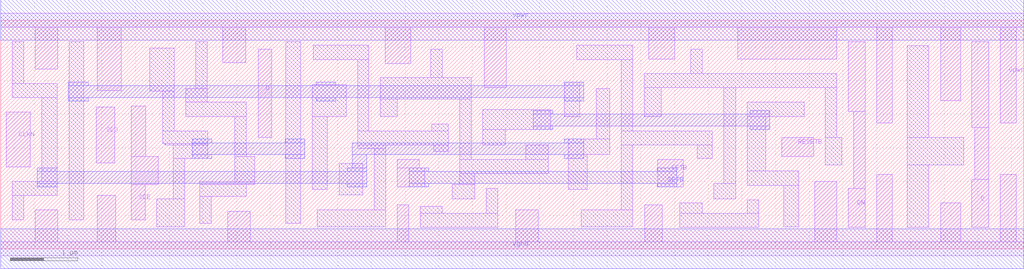
<source format=lef>
VERSION 5.3 ;
   NAMESCASESENSITIVE ON ;
   NOWIREEXTENSIONATPIN ON ;
   DIVIDERCHAR "/" ;
   BUSBITCHARS "[]" ;
UNITS
   DATABASE MICRONS 1000 ;
END UNITS

MACRO efs8hd_a2111oi_2
   CLASS CORE ;
   FOREIGN efs8hd_a2111oi_2 ;
   ORIGIN -0.0000 -0.0000 ;
   SIZE 5.5200 BY 3.4000 ;
   SITE unitehd ;
   PIN D1
      PORT
         LAYER li1 ;
	    RECT 0.6050 1.3450 1.4250 1.6150 ;
      END
   END D1
   PIN B1
      PORT
         LAYER li1 ;
	    RECT 1.9850 1.1050 2.8550 1.6150 ;
      END
   END B1
   PIN A2
      PORT
         LAYER li1 ;
	    RECT 3.8250 1.1050 4.7250 1.6150 ;
      END
   END A2
   PIN C1
      PORT
         LAYER li1 ;
	    RECT 0.1250 1.7850 1.8000 2.1000 ;
	    RECT 0.1250 1.3050 0.4350 1.7850 ;
	    RECT 1.6150 1.6200 1.8000 1.7850 ;
	    RECT 1.6150 1.2900 1.8150 1.6200 ;
      END
   END C1
   PIN Y
      PORT
         LAYER li1 ;
	    RECT 0.9000 2.3150 2.1400 2.6300 ;
	    RECT 1.9700 2.0300 2.1400 2.3150 ;
	    RECT 1.9700 1.8050 3.2550 2.0300 ;
	    RECT 3.0250 0.9350 3.2550 1.8050 ;
	    RECT 0.0950 0.7650 5.3550 0.9350 ;
	    RECT 0.0950 0.3200 0.3800 0.7650 ;
	    RECT 1.0150 0.3200 1.2950 0.7650 ;
	    RECT 1.9650 0.3200 2.2950 0.7650 ;
	    RECT 2.9650 0.3450 3.2950 0.7650 ;
	    RECT 5.0200 0.3700 5.3550 0.7650 ;
      END
   END Y
   PIN A1
      PORT
         LAYER li1 ;
	    RECT 3.4650 1.7850 5.2900 2.0950 ;
	    RECT 3.4650 1.2300 3.6550 1.7850 ;
	    RECT 4.8950 1.2450 5.2900 1.7850 ;
      END
   END A1
   PIN vgnd
      PORT
         LAYER li1 ;
	    RECT 0.5500 0.1050 0.8450 0.5950 ;
	    RECT 1.4650 0.1050 1.7950 0.5550 ;
	    RECT 2.4650 0.1050 2.7950 0.5550 ;
	    RECT 4.1250 0.1050 4.4550 0.5550 ;
	    RECT 0.5500 0.0850 4.4550 0.1050 ;
	    RECT 0.0000 -0.0850 5.5200 0.0850 ;
         LAYER met1 ;
	    RECT 0.0000 -0.3000 5.5200 0.3000 ;
      END
   END vgnd
   PIN vpwr
      PORT
         LAYER li1 ;
	    RECT 0.0000 3.3150 5.5200 3.4850 ;
	    RECT 3.6900 3.2950 4.9000 3.3150 ;
	    RECT 3.6900 2.8450 4.0200 3.2950 ;
	    RECT 4.5700 2.8450 4.9000 3.2950 ;
         LAYER met1 ;
	    RECT 0.0000 3.1000 5.5200 3.7000 ;
      END
   END vpwr
   OBS
         LAYER li1 ;
	    RECT 0.0950 2.8700 2.9850 3.0800 ;
	    RECT 0.0950 2.8450 2.1850 2.8700 ;
	    RECT 0.0950 2.3400 0.4600 2.8450 ;
	    RECT 2.8150 2.6700 2.9850 2.8700 ;
	    RECT 3.1550 2.6200 3.5200 3.0800 ;
	    RECT 4.1900 2.6300 4.4000 3.0800 ;
	    RECT 5.0700 2.6300 5.4000 3.0800 ;
	    RECT 4.1900 2.6200 5.4000 2.6300 ;
	    RECT 2.3100 2.4550 2.6400 2.5750 ;
	    RECT 3.1550 2.4550 5.4000 2.6200 ;
	    RECT 2.3100 2.3050 5.4000 2.4550 ;
	    RECT 2.3100 2.2450 3.3350 2.3050 ;
   END
END efs8hd_a2111oi_2

MACRO efs8hd_a211oi_2
   CLASS CORE ;
   FOREIGN efs8hd_a211oi_2 ;
   ORIGIN -0.0000 -0.0000 ;
   SIZE 4.6000 BY 3.4000 ;
   SITE unitehd ;
   PIN Y
      PORT
         LAYER li1 ;
	    RECT 0.5750 2.2300 0.9050 2.6300 ;
	    RECT 0.5750 0.9350 0.8550 2.2300 ;
	    RECT 0.5750 0.7650 3.1450 0.9350 ;
	    RECT 0.5750 0.3200 0.8350 0.7650 ;
	    RECT 1.5050 0.3550 1.6950 0.7650 ;
      END
   END Y
   PIN C1
      PORT
         LAYER li1 ;
	    RECT 0.1000 1.1050 0.4050 2.0200 ;
      END
   END C1
   PIN B1
      PORT
         LAYER li1 ;
	    RECT 1.0350 1.6150 1.2550 2.0200 ;
	    RECT 1.0350 1.2950 1.7850 1.6150 ;
      END
   END B1
   PIN A1
      PORT
         LAYER li1 ;
	    RECT 2.3700 1.1050 3.0800 1.6150 ;
      END
   END A1
   PIN A2
      PORT
         LAYER li1 ;
	    RECT 4.1750 1.6150 4.5000 2.0700 ;
	    RECT 3.7400 1.2950 4.5000 1.6150 ;
      END
   END A2
   PIN vgnd
      PORT
         LAYER li1 ;
	    RECT 0.1450 0.1050 0.3950 0.9350 ;
	    RECT 1.0050 0.1050 1.3350 0.5950 ;
	    RECT 1.8650 0.1050 2.1950 0.5950 ;
	    RECT 3.6750 0.1050 4.0050 0.5700 ;
	    RECT 0.1450 0.0850 4.0050 0.1050 ;
	    RECT 0.0000 -0.0850 4.6000 0.0850 ;
         LAYER met1 ;
	    RECT 0.0000 -0.3000 4.6000 0.3000 ;
      END
   END vgnd
   PIN vpwr
      PORT
         LAYER li1 ;
	    RECT 0.0000 3.3150 4.6000 3.4850 ;
	    RECT 2.4350 3.2950 4.3850 3.3150 ;
	    RECT 2.4350 2.2950 2.6650 3.2950 ;
	    RECT 3.2950 2.2950 3.5250 3.2950 ;
	    RECT 4.1550 2.2950 4.3850 3.2950 ;
         LAYER met1 ;
	    RECT 0.0000 3.1000 4.6000 3.7000 ;
      END
   END vpwr
   OBS
         LAYER li1 ;
	    RECT 0.1450 2.8550 2.2150 3.0700 ;
	    RECT 0.1450 2.2300 0.4050 2.8550 ;
	    RECT 1.0750 2.8200 2.2150 2.8550 ;
	    RECT 1.0750 2.2300 1.2650 2.8200 ;
	    RECT 1.4350 2.0700 1.7650 2.5950 ;
	    RECT 1.9350 2.2950 2.2150 2.8200 ;
	    RECT 2.8450 2.0700 3.1150 3.0800 ;
	    RECT 3.7050 2.0700 3.9750 3.0800 ;
	    RECT 1.4350 1.8200 3.9750 2.0700 ;
	    RECT 3.3250 0.7950 4.4350 1.0700 ;
	    RECT 3.3250 0.5950 3.4950 0.7950 ;
	    RECT 2.3850 0.3300 3.4950 0.5950 ;
	    RECT 4.1850 0.3300 4.4350 0.7950 ;
   END
END efs8hd_a211oi_2
MACRO efs8hd_a21boi_2
   CLASS CORE ;
   FOREIGN efs8hd_a21boi_2 ;
   ORIGIN -0.0000 -0.0000 ;
   SIZE 4.1400 BY 3.4000 ;
   SITE unitehd ;
   PIN vpwr
      PORT
         LAYER li1 ;
	    RECT 0.0000 3.2950 4.1400 3.5050 ;
	    RECT 0.0950 2.6000 0.4250 3.2950 ;
	    RECT 2.3850 2.7450 2.5550 3.2950 ;
	    RECT 3.1600 2.8450 3.4900 3.2950 ;
         LAYER met1 ;
	    RECT 0.0000 3.1000 4.1400 3.7000 ;
      END
   END vpwr
   PIN vgnd
      PORT
         LAYER li1 ;
	    RECT 0.9850 0.1050 1.2250 1.1050 ;
	    RECT 1.9400 0.1050 2.2700 0.5550 ;
	    RECT 3.6350 0.1050 3.9300 1.0800 ;
	    RECT 0.0000 -0.1050 4.1400 0.1050 ;
         LAYER met1 ;
	    RECT 0.0000 -0.3000 4.1400 0.3000 ;
      END
   END vgnd
   PIN B1N
      PORT
         LAYER li1 ;
	    RECT 0.1200 0.9550 0.4250 2.2550 ;
      END
   END B1N
   PIN A2
      PORT
         LAYER li1 ;
	    RECT 2.1000 1.8700 3.6750 2.0950 ;
	    RECT 2.1000 1.5550 2.4250 1.8700 ;
	    RECT 2.0950 1.3450 2.4250 1.5550 ;
	    RECT 3.3850 1.6200 3.6750 1.8700 ;
	    RECT 3.3850 1.2950 3.7950 1.6200 ;
      END
   END A2
   PIN A1
      PORT
         LAYER li1 ;
	    RECT 2.6050 1.2450 3.2150 1.6550 ;
      END
   END A1
   PIN Y
      PORT
         LAYER li1 ;
	    RECT 1.5200 0.9800 1.7150 2.6450 ;
	    RECT 1.5200 0.7700 3.0600 0.9800 ;
	    RECT 1.5200 0.3200 1.7200 0.7700 ;
	    RECT 2.7300 0.3200 3.0600 0.7700 ;
      END
   END Y
   OBS
         LAYER li1 ;
	    RECT 1.0450 2.8550 2.2150 3.0800 ;
	    RECT 0.5950 1.6050 0.8550 2.8300 ;
	    RECT 1.0450 2.2450 1.3500 2.8550 ;
	    RECT 1.8850 2.5300 2.2150 2.8550 ;
	    RECT 2.8100 2.6300 2.9800 3.0800 ;
	    RECT 3.6600 2.6300 3.9200 3.0800 ;
	    RECT 2.8100 2.5300 3.9200 2.6300 ;
	    RECT 1.8850 2.3200 3.9200 2.5300 ;
	    RECT 0.5950 1.3400 1.3250 1.6050 ;
	    RECT 0.5950 0.6650 0.7950 1.3400 ;
	    RECT 0.2650 0.4500 0.7950 0.6650 ;
   END
END efs8hd_a21boi_2
MACRO efs8hd_a21oi_2
   CLASS CORE ;
   FOREIGN efs8hd_a21oi_2 ;
   ORIGIN -0.0000 -0.0000 ;
   SIZE 3.2200 BY 3.4000 ;
   SITE unitehd ;
   PIN Y
      PORT
         LAYER li1 ;
	    RECT 2.3150 0.9350 2.6150 2.6450 ;
	    RECT 0.9550 0.7650 2.6150 0.9350 ;
	    RECT 0.9550 0.3200 1.3000 0.7650 ;
	    RECT 2.2950 0.3200 2.6150 0.7650 ;
      END
   END Y
   PIN A1
      PORT
         LAYER li1 ;
	    RECT 0.8150 1.1050 1.4250 1.6150 ;
      END
   END A1
   PIN B1
      PORT
         LAYER li1 ;
	    RECT 2.8000 1.1050 3.0750 2.0300 ;
      END
   END B1
   PIN A2
      PORT
         LAYER li1 ;
	    RECT 0.1450 1.7850 1.9300 2.0950 ;
	    RECT 0.1450 1.2950 0.6450 1.7850 ;
	    RECT 1.6050 1.5550 1.9300 1.7850 ;
	    RECT 1.6050 1.3450 1.9350 1.5550 ;
      END
   END A2
   PIN vgnd
      PORT
         LAYER li1 ;
	    RECT 0.1000 0.1050 0.3950 1.0800 ;
	    RECT 1.7600 0.1050 2.0900 0.5550 ;
	    RECT 2.7950 0.1050 3.1250 0.9350 ;
	    RECT 0.1000 0.0850 3.1250 0.1050 ;
	    RECT 0.0000 -0.0850 3.2200 0.0850 ;
         LAYER met1 ;
	    RECT 0.0000 -0.3000 3.2200 0.3000 ;
      END
   END vgnd
   PIN vpwr
      PORT
         LAYER li1 ;
	    RECT 0.0000 3.3150 3.2200 3.4850 ;
	    RECT 0.5400 3.2950 1.6450 3.3150 ;
	    RECT 0.5400 2.8450 0.8700 3.2950 ;
	    RECT 1.4750 2.7450 1.6450 3.2950 ;
         LAYER met1 ;
	    RECT 0.0000 3.1000 3.2200 3.7000 ;
      END
   END vpwr
   OBS
         LAYER li1 ;
	    RECT 0.1100 2.6300 0.3700 3.0800 ;
	    RECT 1.0500 2.6300 1.2200 3.0800 ;
	    RECT 0.1100 2.5300 1.2200 2.6300 ;
	    RECT 1.8150 2.8550 3.0900 3.0800 ;
	    RECT 1.8150 2.5300 2.1450 2.8550 ;
	    RECT 0.1100 2.3200 2.1450 2.5300 ;
	    RECT 2.7850 2.2450 3.0900 2.8550 ;
   END
END efs8hd_a21oi_2
MACRO efs8hd_a221oi_2
   CLASS CORE ;
   FOREIGN efs8hd_a221oi_2 ;
   ORIGIN -0.0000 -0.0000 ;
   SIZE 5.5200 BY 3.4000 ;
   SITE unitehd ;
   PIN C1
      PORT
         LAYER li1 ;
	    RECT 0.0900 1.3450 0.4200 2.0200 ;
      END
   END C1
   PIN Y
      PORT
         LAYER li1 ;
	    RECT 0.5950 1.1300 0.8450 2.6550 ;
	    RECT 0.5950 1.0800 4.3950 1.1300 ;
	    RECT 0.5150 0.9050 4.3950 1.0800 ;
	    RECT 0.5150 0.3800 0.8550 0.9050 ;
	    RECT 2.2850 0.8050 2.6350 0.9050 ;
	    RECT 4.0650 0.8050 4.3950 0.9050 ;
      END
   END Y
   PIN B2
      PORT
         LAYER li1 ;
	    RECT 1.5050 1.7850 3.2650 2.0200 ;
	    RECT 1.5050 1.3450 2.0400 1.7850 ;
	    RECT 2.9250 1.3450 3.2650 1.7850 ;
      END
   END B2
   PIN B1
      PORT
         LAYER li1 ;
	    RECT 2.2100 1.3450 2.7550 1.6150 ;
      END
   END B1
   PIN A1
      PORT
         LAYER li1 ;
	    RECT 3.8250 1.3450 4.4800 1.6150 ;
      END
   END A1
   PIN A2
      PORT
         LAYER li1 ;
	    RECT 3.4350 1.7850 4.8200 2.0200 ;
	    RECT 3.4350 1.3050 3.6550 1.7850 ;
	    RECT 4.6500 1.6150 4.8200 1.7850 ;
	    RECT 4.6500 1.3450 5.4350 1.6150 ;
      END
   END A2
   PIN vgnd
      PORT
         LAYER li1 ;
	    RECT 0.1050 0.1050 0.3450 1.1200 ;
	    RECT 1.0250 0.1050 1.7050 0.6950 ;
	    RECT 3.2700 0.1050 3.4400 0.6950 ;
	    RECT 4.9850 0.1050 5.1550 1.1300 ;
	    RECT 0.1050 0.0850 5.1550 0.1050 ;
	    RECT 0.0000 -0.0850 5.5200 0.0850 ;
         LAYER met1 ;
	    RECT 0.0000 -0.3000 5.5200 0.3000 ;
      END
   END vgnd
   PIN vpwr
      PORT
         LAYER li1 ;
	    RECT 0.0000 3.3150 5.5200 3.4850 ;
	    RECT 3.6850 3.2950 4.7750 3.3150 ;
	    RECT 3.6850 2.6550 3.9350 3.2950 ;
	    RECT 4.5250 2.6550 4.7750 3.2950 ;
         LAYER met1 ;
	    RECT 0.0000 3.1000 5.5200 3.7000 ;
      END
   END vpwr
   OBS
         LAYER li1 ;
	    RECT 0.0900 2.8700 1.2750 3.0800 ;
	    RECT 0.0900 2.2450 0.4250 2.8700 ;
	    RECT 1.0150 2.4450 1.2750 2.8700 ;
	    RECT 1.5050 2.8700 3.4750 3.0800 ;
	    RECT 1.5050 2.6550 1.7550 2.8700 ;
	    RECT 2.3450 2.6550 2.5950 2.8700 ;
	    RECT 1.9250 2.4450 2.1750 2.6550 ;
	    RECT 2.7650 2.4450 3.0150 2.6550 ;
	    RECT 1.0150 2.2300 3.0150 2.4450 ;
	    RECT 3.2250 2.4450 3.4750 2.8700 ;
	    RECT 4.1050 2.4450 4.3550 3.0800 ;
	    RECT 4.9900 2.4450 5.1950 3.0800 ;
	    RECT 3.2250 2.2300 5.1950 2.4450 ;
	    RECT 1.0150 1.8700 1.2750 2.2300 ;
	    RECT 4.9900 1.8200 5.1950 2.2300 ;
	    RECT 4.5650 0.5950 4.8150 1.1300 ;
	    RECT 1.8750 0.3200 3.0550 0.5950 ;
	    RECT 3.6450 0.3200 4.8150 0.5950 ;
   END
END efs8hd_a221oi_2
MACRO efs8hd_a22oi_2
   CLASS CORE ;
   FOREIGN efs8hd_a22oi_2 ;
   ORIGIN -0.0000 -0.0000 ;
   SIZE 4.6000 BY 3.4000 ;
   SITE unitehd ;
   PIN vgnd
      PORT
         LAYER li1 ;
	    RECT 0.5150 0.1050 0.8450 0.6400 ;
	    RECT 3.5550 0.1050 3.8850 0.6400 ;
	    RECT 0.5150 0.0850 3.8850 0.1050 ;
	    RECT 0.0000 -0.0850 4.6000 0.0850 ;
	    RECT 0.6100 -0.1050 0.7800 -0.0850 ;
         LAYER met1 ;
	    RECT 0.0000 -0.3000 4.6000 0.3000 ;
      END
   END vgnd
   PIN Y
      PORT
         LAYER li1 ;
	    RECT 0.0950 2.0700 0.3450 3.0800 ;
	    RECT 0.9350 2.0700 1.2650 2.6550 ;
	    RECT 1.7750 2.0700 2.1600 2.6550 ;
	    RECT 0.0950 1.8550 2.1600 2.0700 ;
	    RECT 1.8700 1.0550 2.1600 1.8550 ;
	    RECT 1.3550 0.8450 3.0450 1.0550 ;
      END
   END Y
   PIN B2
      PORT
         LAYER li1 ;
	    RECT 0.1450 1.3450 0.7800 1.6150 ;
      END
   END B2
   PIN B1
      PORT
         LAYER li1 ;
	    RECT 1.0650 1.3450 1.7000 1.6150 ;
      END
   END B1
   PIN A1
      PORT
         LAYER li1 ;
	    RECT 2.4450 1.3450 3.1000 1.6150 ;
      END
   END A1
   PIN A2
      PORT
         LAYER li1 ;
	    RECT 3.3650 1.3450 4.5000 1.6150 ;
      END
   END A2
   PIN vpwr
      PORT
         LAYER li1 ;
	    RECT 0.6100 3.4850 0.7800 3.5050 ;
	    RECT 0.0000 3.3150 4.6000 3.4850 ;
	    RECT 0.6100 3.2950 0.7800 3.3150 ;
	    RECT 2.7950 3.2950 3.8050 3.3150 ;
	    RECT 2.7950 2.2800 2.9650 3.2950 ;
	    RECT 3.6350 2.2800 3.8050 3.2950 ;
         LAYER met1 ;
	    RECT 0.0000 3.1000 4.6000 3.7000 ;
      END
   END vpwr
   OBS
         LAYER li1 ;
	    RECT 0.5150 2.8700 2.6250 3.0800 ;
	    RECT 0.5150 2.2800 0.7650 2.8700 ;
	    RECT 1.4350 2.2800 1.6050 2.8700 ;
	    RECT 2.3750 2.0700 2.6250 2.8700 ;
	    RECT 3.1350 2.0700 3.4650 3.0800 ;
	    RECT 3.9750 2.0700 4.3050 3.0800 ;
	    RECT 2.3750 1.8550 4.3050 2.0700 ;
	    RECT 0.0950 0.8500 1.1850 1.0650 ;
	    RECT 0.0950 0.3200 0.3450 0.8500 ;
	    RECT 1.0150 0.6300 1.1850 0.8500 ;
	    RECT 3.2150 0.8500 4.3750 1.0650 ;
	    RECT 3.2150 0.6300 3.3850 0.8500 ;
	    RECT 1.0150 0.3200 2.1050 0.6300 ;
	    RECT 2.2950 0.3200 3.3850 0.6300 ;
	    RECT 4.0550 0.3200 4.3750 0.8500 ;
   END
END efs8hd_a22oi_2
MACRO efs8hd_a2bb2oi_2
   CLASS CORE ;
   FOREIGN efs8hd_a2bb2oi_2 ;
   ORIGIN -0.0000 -0.0000 ;
   SIZE 5.5200 BY 3.4000 ;
   SITE unitehd ;
   PIN B1
      PORT
         LAYER li1 ;
	    RECT 0.0850 1.7850 2.0300 2.0200 ;
	    RECT 0.0850 1.3450 0.7100 1.7850 ;
	    RECT 1.7000 1.3450 2.0300 1.7850 ;
      END
   END B1
   PIN B2
      PORT
         LAYER li1 ;
	    RECT 0.9400 1.3450 1.4800 1.6150 ;
      END
   END B2
   PIN A1N
      PORT
         LAYER li1 ;
	    RECT 3.3100 1.3450 4.1150 1.6150 ;
      END
   END A1N
   PIN A2N
      PORT
         LAYER li1 ;
	    RECT 4.2850 1.3450 5.4350 1.6150 ;
      END
   END A2N
   PIN Y
      PORT
         LAYER li1 ;
	    RECT 2.3700 2.0750 2.6200 2.6550 ;
	    RECT 2.3700 1.1300 2.6600 2.0750 ;
	    RECT 1.0700 0.9050 2.6600 1.1300 ;
	    RECT 1.0700 0.8050 1.4000 0.9050 ;
	    RECT 2.3300 0.3200 2.6600 0.9050 ;
      END
   END Y
   PIN vgnd
      PORT
         LAYER li1 ;
	    RECT 0.3100 0.1050 0.4800 1.1200 ;
	    RECT 1.9900 0.1050 2.1600 0.6950 ;
	    RECT 2.8300 0.1050 3.5200 0.6950 ;
	    RECT 4.1900 0.1050 4.3600 0.6950 ;
	    RECT 5.0300 0.1050 5.2000 1.1300 ;
	    RECT 0.3100 0.0850 5.2000 0.1050 ;
	    RECT 0.0000 -0.0850 5.5200 0.0850 ;
         LAYER met1 ;
	    RECT 0.0000 -0.3000 5.5200 0.3000 ;
      END
   END vgnd
   PIN vpwr
      PORT
         LAYER li1 ;
	    RECT 0.0000 3.3150 5.5200 3.4850 ;
	    RECT 0.6900 3.2950 3.9800 3.3150 ;
	    RECT 0.6900 2.6700 0.9400 3.2950 ;
	    RECT 1.5300 2.6700 1.7800 3.2950 ;
	    RECT 3.7300 2.6700 3.9800 3.2950 ;
         LAYER met1 ;
	    RECT 0.0000 3.1000 5.5200 3.7000 ;
      END
   END vpwr
   OBS
         LAYER li1 ;
	    RECT 0.2700 2.4450 0.5200 3.0800 ;
	    RECT 1.1100 2.4450 1.3600 3.0800 ;
	    RECT 1.9500 2.8700 3.0400 3.0800 ;
	    RECT 1.9500 2.4450 2.2000 2.8700 ;
	    RECT 0.2700 2.2300 2.2000 2.4450 ;
	    RECT 2.7900 2.2450 3.0400 2.8700 ;
	    RECT 3.3100 2.4550 3.5600 3.0800 ;
	    RECT 4.1500 2.8700 5.2400 3.0800 ;
	    RECT 4.1500 2.4550 4.4000 2.8700 ;
	    RECT 3.3100 2.2300 4.4000 2.4550 ;
	    RECT 4.5700 2.0200 4.8200 2.6550 ;
	    RECT 2.9500 1.8050 4.8200 2.0200 ;
	    RECT 4.9900 1.8200 5.2400 2.8700 ;
	    RECT 2.9500 1.6550 3.1200 1.8050 ;
	    RECT 2.8300 1.2450 3.1200 1.6550 ;
	    RECT 2.9500 1.1300 3.1200 1.2450 ;
	    RECT 0.6500 0.5950 0.9000 1.1200 ;
	    RECT 2.9500 0.9050 4.8600 1.1300 ;
	    RECT 0.6500 0.3200 1.8200 0.5950 ;
	    RECT 3.6900 0.3200 4.0200 0.9050 ;
	    RECT 4.5300 0.3200 4.8600 0.9050 ;
   END
END efs8hd_a2bb2oi_2
MACRO efs8hd_a311oi_2
   CLASS CORE ;
   FOREIGN efs8hd_a311oi_2 ;
   ORIGIN -0.0000 -0.0000 ;
   SIZE 5.5200 BY 3.4000 ;
   SITE unitehd ;
   PIN Y
      PORT
         LAYER li1 ;
	    RECT 4.6600 2.3950 5.0050 2.6050 ;
	    RECT 4.6600 2.1800 4.9900 2.3950 ;
	    RECT 4.6600 2.1000 5.0050 2.1800 ;
	    RECT 4.2600 1.9700 5.0050 2.1000 ;
	    RECT 4.2600 1.8900 4.9900 1.9700 ;
	    RECT 4.2600 1.0300 4.4750 1.8900 ;
	    RECT 4.2600 0.9350 5.3450 1.0300 ;
	    RECT 2.2950 0.7650 5.3450 0.9350 ;
	    RECT 3.2350 0.3200 3.4050 0.7650 ;
	    RECT 4.0850 0.3200 4.2550 0.7650 ;
	    RECT 5.1750 0.3200 5.3450 0.7650 ;
      END
   END Y
   PIN A3
      PORT
         LAYER li1 ;
	    RECT 0.1350 1.1050 0.8000 1.6550 ;
      END
   END A3
   PIN A2
      PORT
         LAYER li1 ;
	    RECT 1.0550 1.1050 1.8050 1.6550 ;
      END
   END A2
   PIN A1
      PORT
         LAYER li1 ;
	    RECT 1.9850 1.2450 3.1150 1.6550 ;
      END
   END A1
   PIN B1
      PORT
         LAYER li1 ;
	    RECT 3.3650 1.1050 4.0550 1.6550 ;
      END
   END B1
   PIN C1
      PORT
         LAYER li1 ;
	    RECT 5.1750 1.6200 5.4100 2.0300 ;
	    RECT 4.7300 1.3450 5.4100 1.6200 ;
      END
   END C1
   PIN vgnd
      PORT
         LAYER li1 ;
	    RECT 0.5150 0.1050 0.8450 0.5800 ;
	    RECT 3.5850 0.1050 3.9150 0.5800 ;
	    RECT 4.6750 0.1050 5.0050 0.5800 ;
	    RECT 0.5150 0.0850 5.0050 0.1050 ;
	    RECT 0.0000 -0.0850 5.5200 0.0850 ;
         LAYER met1 ;
	    RECT 0.0000 -0.3000 5.5200 0.3000 ;
      END
   END vgnd
   PIN vpwr
      PORT
         LAYER li1 ;
	    RECT 0.0000 3.3150 5.5200 3.4850 ;
	    RECT 0.0950 3.2950 2.9750 3.3150 ;
	    RECT 0.0950 1.8700 0.3450 3.2950 ;
	    RECT 0.9350 2.3950 1.2650 3.2950 ;
	    RECT 1.7850 2.3950 2.1350 3.2950 ;
	    RECT 2.6450 2.3950 2.9750 3.2950 ;
         LAYER met1 ;
	    RECT 0.0000 3.1000 5.5200 3.7000 ;
      END
   END vpwr
   OBS
         LAYER li1 ;
	    RECT 0.5950 2.1800 0.7650 3.0800 ;
	    RECT 1.4350 2.1800 1.6050 3.0800 ;
	    RECT 2.3050 2.1800 2.4750 3.0800 ;
	    RECT 4.1100 3.0300 4.4400 3.0800 ;
	    RECT 5.1750 3.0300 5.3450 3.0800 ;
	    RECT 3.1450 2.8200 5.3450 3.0300 ;
	    RECT 3.5850 2.1800 3.9150 2.6050 ;
	    RECT 4.1100 2.3950 4.4400 2.8200 ;
	    RECT 5.1750 2.2450 5.3450 2.8200 ;
	    RECT 0.5950 1.9700 3.9150 2.1800 ;
	    RECT 0.1750 0.7650 2.1050 0.9350 ;
	    RECT 0.1750 0.3200 0.3450 0.7650 ;
	    RECT 1.0150 0.3200 1.1850 0.7650 ;
	    RECT 1.3550 0.3800 3.0450 0.5950 ;
   END
END efs8hd_a311oi_2
MACRO efs8hd_a31oi_2
   CLASS CORE ;
   FOREIGN efs8hd_a31oi_2 ;
   ORIGIN -0.0000 -0.0000 ;
   SIZE 4.6000 BY 3.4000 ;
   SITE unitehd ;
   PIN Y
      PORT
         LAYER li1 ;
	    RECT 3.7550 2.0200 4.0850 2.6450 ;
	    RECT 3.2550 1.8050 4.0850 2.0200 ;
	    RECT 3.2550 1.0300 3.5700 1.8050 ;
	    RECT 2.2950 0.8200 4.5050 1.0300 ;
	    RECT 3.2550 0.3200 3.4250 0.8200 ;
	    RECT 4.1750 0.3700 4.5050 0.8200 ;
      END
   END Y
   PIN A3
      PORT
         LAYER li1 ;
	    RECT 0.1450 1.2450 0.8200 2.0200 ;
      END
   END A3
   PIN A2
      PORT
         LAYER li1 ;
	    RECT 1.0500 1.2450 1.7550 2.0200 ;
      END
   END A2
   PIN A1
      PORT
         LAYER li1 ;
	    RECT 1.9550 1.2450 2.6650 2.0200 ;
	    RECT 2.9050 1.2450 3.0750 1.6550 ;
      END
   END A1
   PIN B1
      PORT
         LAYER li1 ;
	    RECT 4.2650 1.6150 4.4900 2.0300 ;
	    RECT 3.8200 1.3450 4.4900 1.6150 ;
      END
   END B1
   PIN vgnd
      PORT
         LAYER li1 ;
	    RECT 0.5150 0.1050 0.8450 0.5800 ;
	    RECT 3.6750 0.1050 4.0050 0.5800 ;
	    RECT 0.5150 0.0850 4.0050 0.1050 ;
	    RECT 0.0000 -0.0850 4.6000 0.0850 ;
         LAYER met1 ;
	    RECT 0.0000 -0.3000 4.6000 0.3000 ;
      END
   END vgnd
   PIN vpwr
      PORT
         LAYER li1 ;
	    RECT 0.0000 3.3150 4.6000 3.4850 ;
	    RECT 0.5150 3.2950 2.9800 3.3150 ;
	    RECT 0.5150 2.6550 0.8450 3.2950 ;
	    RECT 1.3550 2.6550 1.6850 3.2950 ;
	    RECT 2.3100 2.6550 2.9800 3.2950 ;
         LAYER met1 ;
	    RECT 0.0000 3.1000 4.6000 3.7000 ;
      END
   END vpwr
   OBS
         LAYER li1 ;
	    RECT 0.1750 2.4450 0.3450 3.0800 ;
	    RECT 1.0150 2.4450 1.1850 3.0800 ;
	    RECT 1.8550 2.4450 2.0250 3.0800 ;
	    RECT 3.3350 2.8700 4.4250 3.0800 ;
	    RECT 3.3350 2.4450 3.5050 2.8700 ;
	    RECT 0.1750 2.2300 3.5050 2.4450 ;
	    RECT 4.2550 2.2450 4.4250 2.8700 ;
	    RECT 0.0950 0.8200 2.1050 1.0300 ;
	    RECT 1.3550 0.3700 3.0750 0.5800 ;
   END
END efs8hd_a31oi_2
MACRO efs8hd_and2_2
   CLASS CORE ;
   FOREIGN efs8hd_and2_2 ;
   ORIGIN -0.0000 -0.0000 ;
   SIZE 2.7600 BY 3.4000 ;
   SITE unitehd ;
   PIN X
      PORT
         LAYER li1 ;
	    RECT 1.7650 2.3950 2.2150 3.0800 ;
	    RECT 1.9650 0.6800 2.2150 2.3950 ;
	    RECT 1.6650 0.3200 2.2150 0.6800 ;
      END
   END X
   PIN A
      PORT
         LAYER li1 ;
	    RECT 0.0850 1.6550 0.4000 2.2050 ;
	    RECT 0.0850 1.3450 0.7750 1.6550 ;
      END
   END A
   PIN B
      PORT
         LAYER li1 ;
	    RECT 1.0050 1.3450 1.3350 1.6550 ;
      END
   END B
   PIN vgnd
      PORT
         LAYER li1 ;
	    RECT 1.2450 0.1050 1.4950 0.6800 ;
	    RECT 2.3850 0.1050 2.6750 1.1050 ;
	    RECT 1.2450 0.0850 2.6750 0.1050 ;
	    RECT 0.0000 -0.0850 2.7600 0.0850 ;
         LAYER met1 ;
	    RECT 0.0000 -0.3000 2.7600 0.3000 ;
      END
   END vgnd
   PIN vpwr
      PORT
         LAYER li1 ;
	    RECT 0.0000 3.3150 2.7600 3.4850 ;
	    RECT 0.2850 3.2950 2.6750 3.3150 ;
	    RECT 0.2850 2.4550 0.5650 3.2950 ;
	    RECT 1.2450 2.3950 1.5750 3.2950 ;
	    RECT 2.3850 1.8700 2.6750 3.2950 ;
         LAYER met1 ;
	    RECT 0.0000 3.1000 2.7600 3.7000 ;
      END
   END vpwr
   OBS
         LAYER li1 ;
	    RECT 0.7350 2.1800 1.0350 2.8700 ;
	    RECT 0.7350 1.9700 1.6750 2.1800 ;
	    RECT 1.5050 1.6550 1.6750 1.9700 ;
	    RECT 1.5050 1.2450 1.7950 1.6550 ;
	    RECT 1.5050 1.1300 1.6750 1.2450 ;
	    RECT 0.2850 0.8950 1.6750 1.1300 ;
	    RECT 0.2850 0.4450 0.6150 0.8950 ;
   END
END efs8hd_and2_2
MACRO efs8hd_and2b_2
   CLASS CORE ;
   FOREIGN efs8hd_and2b_2 ;
   ORIGIN -0.0000 -0.0000 ;
   SIZE 3.2200 BY 3.4000 ;
   SITE unitehd ;
   PIN X
      PORT
         LAYER li1 ;
	    RECT 2.3750 1.9750 2.6800 2.9550 ;
	    RECT 2.5050 0.9700 2.6800 1.9750 ;
	    RECT 2.4450 0.3200 2.6800 0.9700 ;
      END
   END X
   PIN AN
      PORT
         LAYER li1 ;
	    RECT 0.1450 0.9550 0.4500 2.0200 ;
      END
   END AN
   PIN B
      PORT
         LAYER li1 ;
	    RECT 1.5050 2.0550 2.2000 2.6350 ;
      END
   END B
   PIN vgnd
      PORT
         LAYER li1 ;
	    RECT 0.0950 0.1050 0.4250 0.7400 ;
	    RECT 1.8750 0.1050 2.2750 0.7250 ;
	    RECT 2.8650 0.1050 3.1350 0.9000 ;
	    RECT 0.0950 0.0850 3.1350 0.1050 ;
	    RECT 0.0000 -0.0850 3.2200 0.0850 ;
         LAYER met1 ;
	    RECT 0.0000 -0.3000 3.2200 0.3000 ;
      END
   END vgnd
   PIN vpwr
      PORT
         LAYER li1 ;
	    RECT 0.0000 3.3150 3.2200 3.4850 ;
	    RECT 0.5150 3.2950 3.1350 3.3150 ;
	    RECT 0.5150 2.7300 0.8450 3.2950 ;
	    RECT 1.5100 2.8050 2.1950 3.2950 ;
	    RECT 2.8650 2.1000 3.1350 3.2950 ;
         LAYER met1 ;
	    RECT 0.0000 3.1000 3.2200 3.7000 ;
      END
   END vpwr
   OBS
         LAYER li1 ;
	    RECT 0.1750 2.5200 0.3450 3.0550 ;
	    RECT 0.1750 2.2300 0.8550 2.5200 ;
	    RECT 0.6200 1.4200 0.8550 2.2300 ;
	    RECT 1.0450 1.8450 1.3300 3.0250 ;
	    RECT 1.0450 1.6550 1.9050 1.8450 ;
	    RECT 1.0450 1.6300 2.3350 1.6550 ;
	    RECT 0.6200 1.0050 1.1750 1.4200 ;
	    RECT 1.3450 1.1800 2.3350 1.6300 ;
	    RECT 0.6200 0.8200 0.8350 1.0050 ;
	    RECT 0.5950 0.3500 0.8350 0.8200 ;
	    RECT 1.3450 0.7650 1.5150 1.1800 ;
	    RECT 1.1150 0.5200 1.5150 0.7650 ;
	    RECT 1.1150 0.3400 1.2850 0.5200 ;
   END
END efs8hd_and2b_2
MACRO efs8hd_and3_2
   CLASS CORE ;
   FOREIGN efs8hd_and3_2 ;
   ORIGIN -0.0000 -0.0000 ;
   SIZE 2.7600 BY 3.4000 ;
   SITE unitehd ;
   PIN X
      PORT
         LAYER li1 ;
	    RECT 1.9700 2.2450 2.2450 3.0800 ;
	    RECT 2.0750 1.8050 2.2450 2.2450 ;
	    RECT 2.0600 1.1550 2.6750 1.8050 ;
	    RECT 2.0600 0.8950 2.2300 1.1550 ;
	    RECT 1.9800 0.3200 2.2300 0.8950 ;
      END
   END X
   PIN A
      PORT
         LAYER li1 ;
	    RECT 0.0850 0.7650 0.4700 1.6150 ;
      END
   END A
   PIN C
      PORT
         LAYER li1 ;
	    RECT 1.0650 0.9400 1.4750 1.5550 ;
	    RECT 1.0650 0.3800 1.2950 0.9400 ;
      END
   END C
   PIN B
      PORT
         LAYER li1 ;
	    RECT 0.9450 2.4650 1.3700 3.0800 ;
      END
   END B
   PIN vgnd
      PORT
         LAYER li1 ;
	    RECT 1.4750 0.1050 1.8050 0.7250 ;
	    RECT 2.4000 0.1050 2.6750 0.9300 ;
	    RECT 1.4750 0.0850 2.6750 0.1050 ;
	    RECT 0.0000 -0.0850 2.7600 0.0850 ;
         LAYER met1 ;
	    RECT 0.0000 -0.3000 2.7600 0.3000 ;
      END
   END vgnd
   PIN vpwr
      PORT
         LAYER li1 ;
	    RECT 0.0000 3.3150 2.7600 3.4850 ;
	    RECT 0.0850 3.2950 2.6750 3.3150 ;
	    RECT 0.0850 2.6650 0.7150 3.2950 ;
	    RECT 0.5250 2.4950 0.7150 2.6650 ;
	    RECT 0.5250 2.1650 0.7750 2.4950 ;
	    RECT 1.5550 2.2400 1.7700 3.2950 ;
	    RECT 2.4150 2.0300 2.6750 3.2950 ;
         LAYER met1 ;
	    RECT 0.0000 3.1000 2.7600 3.7000 ;
      END
   END vpwr
   OBS
         LAYER li1 ;
	    RECT 0.1000 1.9950 0.3550 2.4500 ;
	    RECT 1.0800 1.9950 1.3300 2.2950 ;
	    RECT 0.1000 1.7850 1.8900 1.9950 ;
	    RECT 0.6400 1.7800 1.8900 1.7850 ;
	    RECT 0.6400 0.5950 0.8950 1.7800 ;
	    RECT 1.6600 1.2450 1.8900 1.7800 ;
	    RECT 0.1050 0.3800 0.8950 0.5950 ;
   END
END efs8hd_and3_2
MACRO efs8hd_and3b_2
   CLASS CORE ;
   FOREIGN efs8hd_and3b_2 ;
   ORIGIN -0.0000 -0.0000 ;
   SIZE 3.6800 BY 3.4000 ;
   SITE unitehd ;
   PIN X
      PORT
         LAYER li1 ;
	    RECT 2.8750 2.2450 3.1600 3.0800 ;
	    RECT 2.9900 1.8050 3.1600 2.2450 ;
	    RECT 2.9900 1.1550 3.5950 1.8050 ;
	    RECT 2.9900 0.8950 3.1600 1.1550 ;
	    RECT 2.9150 0.3200 3.1600 0.8950 ;
      END
   END X
   PIN C
      PORT
         LAYER li1 ;
	    RECT 1.9850 0.9550 2.4200 1.5550 ;
	    RECT 1.9850 0.3800 2.2200 0.9550 ;
      END
   END C
   PIN AN
      PORT
         LAYER li1 ;
	    RECT 0.1450 0.7650 0.4100 1.6550 ;
      END
   END AN
   PIN B
      PORT
         LAYER li1 ;
	    RECT 1.8150 2.4650 2.2900 3.0800 ;
      END
   END B
   PIN vgnd
      PORT
         LAYER li1 ;
	    RECT 0.0850 0.1050 0.4250 0.5950 ;
	    RECT 2.4100 0.1050 2.7400 0.7250 ;
	    RECT 3.3300 0.1050 3.5950 0.9300 ;
	    RECT 0.0850 0.0850 3.5950 0.1050 ;
	    RECT 0.0000 -0.0850 3.6800 0.0850 ;
         LAYER met1 ;
	    RECT 0.0000 -0.3000 3.6800 0.3000 ;
      END
   END vgnd
   PIN vpwr
      PORT
         LAYER li1 ;
	    RECT 0.0000 3.3150 3.6800 3.4850 ;
	    RECT 0.0850 3.2950 3.5950 3.3150 ;
	    RECT 0.0850 1.9700 0.4000 3.2950 ;
	    RECT 1.0300 2.6650 1.6450 3.2950 ;
	    RECT 1.4550 2.2950 1.6450 2.6650 ;
	    RECT 1.4550 2.1250 1.7850 2.2950 ;
	    RECT 2.4600 2.2400 2.6750 3.2950 ;
	    RECT 3.3300 2.0300 3.5950 3.2950 ;
         LAYER met1 ;
	    RECT 0.0000 3.1000 3.6800 3.7000 ;
      END
   END vpwr
   OBS
         LAYER li1 ;
	    RECT 0.5950 1.5550 0.8550 2.3800 ;
	    RECT 1.0500 1.9550 1.2850 2.4500 ;
	    RECT 2.0100 1.9950 2.2000 2.2950 ;
	    RECT 2.0100 1.9550 2.8200 1.9950 ;
	    RECT 1.0500 1.7800 2.8200 1.9550 ;
	    RECT 0.5950 1.2700 1.4150 1.5550 ;
	    RECT 0.5950 0.3800 0.8550 1.2700 ;
	    RECT 1.5850 0.7150 1.8150 1.7800 ;
	    RECT 2.5900 1.2450 2.8200 1.7800 ;
	    RECT 1.0550 0.3800 1.8150 0.7150 ;
   END
END efs8hd_and3b_2
MACRO efs8hd_and4_2
   CLASS CORE ;
   FOREIGN efs8hd_and4_2 ;
   ORIGIN -0.0000 -0.0000 ;
   SIZE 3.6800 BY 3.4000 ;
   SITE unitehd ;
   PIN B
      PORT
         LAYER li1 ;
	    RECT 0.8900 0.5250 1.2450 1.6550 ;
      END
   END B
   PIN C
      PORT
         LAYER li1 ;
	    RECT 1.4200 1.6300 1.5900 1.6550 ;
	    RECT 1.4200 0.5200 1.7200 1.6300 ;
      END
   END C
   PIN X
      PORT
         LAYER li1 ;
	    RECT 2.7350 1.8700 3.0750 3.0800 ;
	    RECT 2.8950 1.0050 3.0750 1.8700 ;
	    RECT 2.7350 0.4250 3.0750 1.0050 ;
	    RECT 2.7350 0.3700 3.0650 0.4250 ;
      END
   END X
   PIN A
      PORT
         LAYER li1 ;
	    RECT 0.1250 0.9450 0.3300 2.5950 ;
      END
   END A
   PIN D
      PORT
         LAYER li1 ;
	    RECT 1.9000 0.5200 2.1600 1.6550 ;
      END
   END D
   PIN vgnd
      PORT
         LAYER li1 ;
	    RECT 2.3300 0.1050 2.5650 1.1150 ;
	    RECT 3.2550 0.1050 3.5850 1.0150 ;
	    RECT 2.3300 0.0850 3.5850 0.1050 ;
	    RECT 0.0000 -0.0850 3.6800 0.0850 ;
         LAYER met1 ;
	    RECT 0.0000 -0.3000 3.6800 0.3000 ;
      END
   END vgnd
   PIN vpwr
      PORT
         LAYER li1 ;
	    RECT 0.0000 3.3150 3.6800 3.4850 ;
	    RECT 0.0950 3.2950 3.5750 3.3150 ;
	    RECT 0.0950 2.8200 0.4250 3.2950 ;
	    RECT 1.0700 2.3950 1.4000 3.2950 ;
	    RECT 2.2350 2.2950 2.5650 3.2950 ;
	    RECT 3.2450 2.2950 3.5750 3.2950 ;
         LAYER met1 ;
	    RECT 0.0000 3.1000 3.6800 3.7000 ;
      END
   END vpwr
   OBS
         LAYER li1 ;
	    RECT 0.6000 2.0800 0.8500 3.0800 ;
	    RECT 1.5850 2.0800 1.8350 3.0800 ;
	    RECT 0.5000 1.8700 2.5550 2.0800 ;
	    RECT 0.5000 0.7300 0.6700 1.8700 ;
	    RECT 2.3300 1.6450 2.5550 1.8700 ;
	    RECT 2.3300 1.3450 2.7250 1.6450 ;
	    RECT 0.1750 0.3200 0.6700 0.7300 ;
   END
END efs8hd_and4_2
MACRO efs8hd_and4b_2
   CLASS CORE ;
   FOREIGN efs8hd_and4b_2 ;
   ORIGIN -0.0000 -0.0000 ;
   SIZE 4.1400 BY 3.4000 ;
   SITE unitehd ;
   PIN B
      PORT
         LAYER li1 ;
	    RECT 1.5250 0.5250 1.7450 2.1800 ;
      END
   END B
   PIN C
      PORT
         LAYER li1 ;
	    RECT 1.9600 0.5250 2.2750 2.1200 ;
      END
   END C
   PIN X
      PORT
         LAYER li1 ;
	    RECT 3.3400 2.1800 3.5450 3.0800 ;
	    RECT 3.3400 1.9200 4.0550 2.1800 ;
	    RECT 3.4250 1.0300 4.0550 1.9200 ;
	    RECT 3.2600 0.8000 4.0550 1.0300 ;
	    RECT 3.2600 0.3200 3.5450 0.8000 ;
      END
   END X
   PIN AN
      PORT
         LAYER li1 ;
	    RECT 0.1350 0.9250 0.3350 2.0400 ;
      END
   END AN
   PIN D
      PORT
         LAYER li1 ;
	    RECT 2.4450 0.8050 2.7750 2.0200 ;
      END
   END D
   PIN vgnd
      PORT
         LAYER li1 ;
	    RECT 0.0950 0.1050 0.4250 0.5800 ;
	    RECT 2.7600 0.1050 3.0900 0.5800 ;
	    RECT 3.7150 0.1050 4.0500 0.5800 ;
	    RECT 0.0950 0.0850 4.0500 0.1050 ;
	    RECT 0.0000 -0.0850 4.1400 0.0850 ;
         LAYER met1 ;
	    RECT 0.0000 -0.3000 4.1400 0.3000 ;
      END
   END vgnd
   PIN vpwr
      PORT
         LAYER li1 ;
	    RECT 0.0000 3.3150 4.1400 3.4850 ;
	    RECT 0.5150 3.2950 4.0500 3.3150 ;
	    RECT 0.5150 2.7450 0.8450 3.2950 ;
	    RECT 1.5550 2.8200 2.2250 3.2950 ;
	    RECT 2.8400 2.7450 3.1700 3.2950 ;
	    RECT 3.7150 2.3950 4.0500 3.2950 ;
         LAYER met1 ;
	    RECT 0.0000 3.1000 4.1400 3.7000 ;
      END
   END vpwr
   OBS
         LAYER li1 ;
	    RECT 0.1750 2.5000 0.3450 3.0800 ;
	    RECT 1.0150 2.6050 1.1850 3.0800 ;
	    RECT 2.4400 2.6050 2.6100 3.0800 ;
	    RECT 0.1750 2.2900 0.8050 2.5000 ;
	    RECT 0.6350 1.6550 0.8050 2.2900 ;
	    RECT 1.0150 2.4550 2.6100 2.6050 ;
	    RECT 1.0150 2.3950 3.1650 2.4550 ;
	    RECT 1.0150 2.0750 1.3150 2.3950 ;
	    RECT 2.4400 2.2450 3.1650 2.3950 ;
	    RECT 0.6350 1.2450 0.9750 1.6550 ;
	    RECT 0.6350 0.7300 0.8050 1.2450 ;
	    RECT 1.1450 0.7300 1.3150 2.0750 ;
	    RECT 2.9950 1.6550 3.1650 2.2450 ;
	    RECT 2.9950 1.2450 3.2550 1.6550 ;
	    RECT 0.5950 0.3200 0.8050 0.7300 ;
	    RECT 1.0950 0.3200 1.3150 0.7300 ;
   END
END efs8hd_and4b_2
MACRO efs8hd_and4bb_2
   CLASS CORE ;
   FOREIGN efs8hd_and4bb_2 ;
   ORIGIN -0.0000 -0.0000 ;
   SIZE 4.6000 BY 3.4000 ;
   SITE unitehd ;
   PIN C
      PORT
         LAYER li1 ;
	    RECT 2.9050 0.5250 3.1750 1.6150 ;
      END
   END C
   PIN D
      PORT
         LAYER li1 ;
	    RECT 3.3500 0.5300 3.6550 1.7550 ;
      END
   END D
   PIN X
      PORT
         LAYER li1 ;
	    RECT 0.9900 1.9300 1.3200 2.1450 ;
	    RECT 1.0150 0.3200 1.2400 1.9300 ;
      END
   END X
   PIN BN
      PORT
         LAYER li1 ;
	    RECT 3.8250 0.7650 4.1750 1.6300 ;
      END
   END BN
   PIN AN
      PORT
         LAYER li1 ;
	    RECT 0.1450 1.1050 0.3300 2.0450 ;
      END
   END AN
   PIN vgnd
      PORT
         LAYER li1 ;
	    RECT 0.5150 0.1050 0.8450 0.5800 ;
	    RECT 1.4100 0.1050 1.7400 0.5800 ;
	    RECT 3.8350 0.1050 4.0050 0.5950 ;
	    RECT 0.5150 0.0850 4.0050 0.1050 ;
	    RECT 0.0000 -0.0850 4.6000 0.0850 ;
         LAYER met1 ;
	    RECT 0.0000 -0.3000 4.6000 0.3000 ;
      END
   END vgnd
   PIN vpwr
      PORT
         LAYER li1 ;
	    RECT 0.0000 3.3150 4.6000 3.4850 ;
	    RECT 0.5150 3.2950 4.0850 3.3150 ;
	    RECT 0.5150 2.8200 0.8450 3.2950 ;
	    RECT 1.4900 2.8200 2.1600 3.2950 ;
	    RECT 2.7350 2.8200 3.0750 3.2950 ;
	    RECT 3.7550 2.8200 4.0850 3.2950 ;
         LAYER met1 ;
	    RECT 0.0000 3.1000 4.6000 3.7000 ;
      END
   END vpwr
   OBS
         LAYER li1 ;
	    RECT 0.1750 2.5700 0.3450 3.0800 ;
	    RECT 2.3950 2.6050 2.5650 3.0800 ;
	    RECT 3.2450 2.6050 3.4150 3.0800 ;
	    RECT 4.2550 2.6050 4.5150 3.0800 ;
	    RECT 0.1750 2.3550 1.9250 2.5700 ;
	    RECT 0.5000 0.9350 0.6700 2.3550 ;
	    RECT 1.7550 1.6550 1.9250 2.3550 ;
	    RECT 2.2350 2.3950 3.4150 2.6050 ;
	    RECT 3.5850 2.3950 4.5150 2.6050 ;
	    RECT 0.1750 0.7650 0.6700 0.9350 ;
	    RECT 1.4150 1.0050 1.5850 1.6550 ;
	    RECT 1.7550 1.2450 2.0650 1.6550 ;
	    RECT 2.2350 1.0050 2.4050 2.3950 ;
	    RECT 3.5850 2.1800 3.7550 2.3950 ;
	    RECT 2.5750 1.9700 3.7550 2.1800 ;
	    RECT 2.5750 1.7500 2.7450 1.9700 ;
	    RECT 1.4150 0.7950 2.4050 1.0050 ;
	    RECT 0.1750 0.3200 0.3450 0.7650 ;
	    RECT 2.0100 0.3200 2.1800 0.7950 ;
	    RECT 4.3450 0.5950 4.5150 2.3950 ;
	    RECT 4.1750 0.3200 4.5150 0.5950 ;
   END
END efs8hd_and4bb_2
MACRO efs8hd_buf_12
   CLASS CORE ;
   FOREIGN efs8hd_buf_12 ;
   ORIGIN -0.0000 -0.0000 ;
   SIZE 7.3600 BY 3.4000 ;
   SITE unitehd ;
   PIN vgnd
      PORT
         LAYER li1 ;
	    RECT 0.0950 0.1050 0.4250 0.7050 ;
	    RECT 0.9350 0.1050 1.2650 0.7050 ;
	    RECT 1.7750 0.1050 2.1050 0.7050 ;
	    RECT 2.6150 0.1050 2.9450 0.7050 ;
	    RECT 3.4550 0.1050 3.7850 0.7050 ;
	    RECT 4.2950 0.1050 4.6250 0.7050 ;
	    RECT 5.1350 0.1050 5.4650 0.7050 ;
	    RECT 5.9750 0.1050 6.3050 0.7050 ;
	    RECT 6.8150 0.1050 7.1450 1.1050 ;
	    RECT 0.0950 0.0850 7.1450 0.1050 ;
	    RECT 0.0000 -0.0850 7.3600 0.0850 ;
	    RECT 0.5700 -0.1050 0.7400 -0.0850 ;
         LAYER met1 ;
	    RECT 0.0000 -0.3000 7.3600 0.3000 ;
      END
   END vgnd
   PIN X
      PORT
         LAYER li1 ;
	    RECT 2.2750 2.0200 2.4450 3.0800 ;
	    RECT 3.1150 2.0200 3.2850 3.0800 ;
	    RECT 3.9550 2.0200 4.1250 3.0800 ;
	    RECT 4.7950 2.0200 4.9650 3.0800 ;
	    RECT 5.6350 2.0200 5.8050 3.0800 ;
	    RECT 6.4750 2.0200 6.6450 3.0800 ;
	    RECT 2.2750 1.8050 6.6450 2.0200 ;
	    RECT 4.7100 1.1300 6.6450 1.8050 ;
	    RECT 2.2750 0.9200 6.6450 1.1300 ;
	    RECT 2.2750 0.3200 2.4450 0.9200 ;
	    RECT 3.1150 0.3200 3.2850 0.9200 ;
	    RECT 3.9550 0.3200 4.1250 0.9200 ;
	    RECT 4.7950 0.3200 4.9650 0.9200 ;
	    RECT 5.6350 0.3200 5.8050 0.9200 ;
	    RECT 6.4750 0.3200 6.6450 0.9200 ;
      END
   END X
   PIN A
      PORT
         LAYER li1 ;
	    RECT 0.1350 1.3450 1.6600 1.6150 ;
      END
   END A
   PIN vpwr
      PORT
         LAYER li1 ;
	    RECT 0.5700 3.4850 0.7400 3.5050 ;
	    RECT 0.0000 3.3150 7.3600 3.4850 ;
	    RECT 0.1750 3.2950 7.1450 3.3150 ;
	    RECT 0.1750 2.2950 0.3450 3.2950 ;
	    RECT 1.0150 2.2950 1.1850 3.2950 ;
	    RECT 1.8550 2.2950 2.0250 3.2950 ;
	    RECT 2.6150 2.2950 2.9450 3.2950 ;
	    RECT 3.4550 2.2950 3.7850 3.2950 ;
	    RECT 4.2950 2.2950 4.6250 3.2950 ;
	    RECT 5.1350 2.2950 5.4650 3.2950 ;
	    RECT 5.9750 2.2950 6.3050 3.2950 ;
	    RECT 6.8150 1.8550 7.1450 3.2950 ;
         LAYER met1 ;
	    RECT 0.0000 3.1000 7.3600 3.7000 ;
      END
   END vpwr
   OBS
         LAYER li1 ;
	    RECT 0.5150 2.0200 0.8450 3.0800 ;
	    RECT 1.3550 2.0200 1.6850 3.0800 ;
	    RECT 0.5150 1.8050 2.0150 2.0200 ;
	    RECT 1.8400 1.5550 2.0150 1.8050 ;
	    RECT 1.8400 1.3450 4.4650 1.5550 ;
	    RECT 1.8400 1.1300 2.0150 1.3450 ;
	    RECT 0.5950 0.9200 2.0150 1.1300 ;
	    RECT 0.5950 0.3200 0.7650 0.9200 ;
	    RECT 1.4350 0.3250 1.6050 0.9200 ;
   END
END efs8hd_buf_12
MACRO efs8hd_buf_16
   CLASS CORE ;
   FOREIGN efs8hd_buf_16 ;
   ORIGIN -0.0000 -0.0000 ;
   SIZE 10.1200 BY 3.4000 ;
   SITE unitehd ;
   PIN A
      PORT
         LAYER li1 ;
	    RECT 0.0850 1.3450 2.4850 1.6150 ;
      END
   END A
   PIN X
      PORT
         LAYER li1 ;
	    RECT 3.0350 2.0200 3.3650 3.0800 ;
	    RECT 3.8750 2.0200 4.2050 3.0800 ;
	    RECT 4.7150 2.0200 5.0450 3.0800 ;
	    RECT 5.5550 2.0200 5.8850 3.0800 ;
	    RECT 6.3950 2.0200 6.7250 3.0800 ;
	    RECT 7.2350 2.0200 7.5650 3.0800 ;
	    RECT 8.0750 2.0200 8.4050 3.0800 ;
	    RECT 8.9150 2.0200 9.2450 3.0800 ;
	    RECT 9.7600 2.0200 10.0350 2.9500 ;
	    RECT 3.0350 1.8050 10.0350 2.0200 ;
	    RECT 9.6550 1.1300 10.0350 1.8050 ;
	    RECT 3.0350 0.9200 10.0350 1.1300 ;
	    RECT 3.0350 0.3250 3.3650 0.9200 ;
	    RECT 3.8750 0.3250 4.2050 0.9200 ;
	    RECT 4.7150 0.3250 5.0450 0.9200 ;
	    RECT 5.5550 0.3250 5.8850 0.9200 ;
	    RECT 6.3950 0.3250 6.7250 0.9200 ;
	    RECT 7.2350 0.3250 7.5650 0.9200 ;
	    RECT 8.0750 0.3250 8.4050 0.9200 ;
	    RECT 8.9150 0.3250 9.2450 0.9200 ;
	    RECT 9.7600 0.4550 10.0350 0.9200 ;
	    RECT 3.0350 0.3200 3.2850 0.3250 ;
	    RECT 3.9550 0.3200 4.1250 0.3250 ;
	    RECT 4.7950 0.3200 4.9650 0.3250 ;
      END
   END X
   PIN vgnd
      PORT
         LAYER li1 ;
	    RECT 0.1750 0.1050 0.3450 1.1300 ;
	    RECT 1.0150 0.1050 1.1850 0.7050 ;
	    RECT 1.8550 0.1050 2.0250 0.7050 ;
	    RECT 2.6950 0.1050 2.8650 0.7050 ;
	    RECT 3.5350 0.1050 3.7050 0.7050 ;
	    RECT 4.3750 0.1050 4.5450 0.7050 ;
	    RECT 5.2150 0.1050 5.3850 0.7050 ;
	    RECT 6.0550 0.1050 6.2250 0.7050 ;
	    RECT 6.8950 0.1050 7.0650 0.7050 ;
	    RECT 7.7350 0.1050 7.9050 0.7050 ;
	    RECT 8.5750 0.1050 8.7450 0.7050 ;
	    RECT 9.4150 0.1050 9.5850 0.7050 ;
	    RECT 0.1750 0.0850 9.5850 0.1050 ;
	    RECT 0.0000 -0.0850 10.1200 0.0850 ;
         LAYER met1 ;
	    RECT 0.0000 -0.3000 10.1200 0.3000 ;
      END
   END vgnd
   PIN vpwr
      PORT
         LAYER li1 ;
	    RECT 0.0000 3.3150 10.1200 3.4850 ;
	    RECT 0.1750 3.2950 9.5850 3.3150 ;
	    RECT 0.1750 1.8050 0.3450 3.2950 ;
	    RECT 1.0150 2.2950 1.1850 3.2950 ;
	    RECT 1.8550 2.2950 2.0250 3.2950 ;
	    RECT 2.6950 2.2950 2.8650 3.2950 ;
	    RECT 3.5350 2.2950 3.7050 3.2950 ;
	    RECT 4.3750 2.2950 4.5450 3.2950 ;
	    RECT 5.2150 2.2950 5.3850 3.2950 ;
	    RECT 6.0550 2.2950 6.2250 3.2950 ;
	    RECT 6.8950 2.2950 7.0650 3.2950 ;
	    RECT 7.7350 2.2950 7.9050 3.2950 ;
	    RECT 8.5750 2.2950 8.7450 3.2950 ;
	    RECT 9.4150 2.2950 9.5850 3.2950 ;
         LAYER met1 ;
	    RECT 0.0000 3.1000 10.1200 3.7000 ;
      END
   END vpwr
   OBS
         LAYER li1 ;
	    RECT 0.5150 2.0200 0.8450 3.0800 ;
	    RECT 1.3550 2.0200 1.6850 3.0800 ;
	    RECT 2.1950 2.0200 2.5250 3.0800 ;
	    RECT 0.5150 1.8050 2.8650 2.0200 ;
	    RECT 2.6900 1.5950 2.8650 1.8050 ;
	    RECT 2.6900 1.3450 9.4100 1.5950 ;
	    RECT 2.6900 1.1300 2.8650 1.3450 ;
	    RECT 0.5150 0.9200 2.8650 1.1300 ;
	    RECT 0.5150 0.3250 0.8450 0.9200 ;
	    RECT 1.3550 0.3250 1.6850 0.9200 ;
	    RECT 2.1950 0.3250 2.5250 0.9200 ;
   END
END efs8hd_buf_16
MACRO efs8hd_buf_2
   CLASS CORE ;
   FOREIGN efs8hd_buf_2 ;
   ORIGIN -0.0000 -0.0000 ;
   SIZE 1.8400 BY 3.4000 ;
   SITE unitehd ;
   PIN vgnd
      PORT
         LAYER li1 ;
	    RECT 0.5600 0.1050 0.8900 0.5800 ;
	    RECT 1.4900 0.1050 1.7500 1.1550 ;
	    RECT 0.1450 0.0850 0.3150 0.1050 ;
	    RECT 0.5600 0.0850 1.7500 0.1050 ;
	    RECT 0.0000 -0.0850 1.8400 0.0850 ;
	    RECT 0.1450 -0.1050 0.3150 -0.0850 ;
         LAYER met1 ;
	    RECT 0.0000 -0.3000 1.8400 0.3000 ;
      END
   END vgnd
   PIN X
      PORT
         LAYER li1 ;
	    RECT 1.0600 1.9500 1.3150 3.0800 ;
	    RECT 1.1450 1.0400 1.3150 1.9500 ;
	    RECT 1.0600 0.3200 1.3150 1.0400 ;
      END
   END X
   PIN A
      PORT
         LAYER li1 ;
	    RECT 0.0850 1.1050 0.4400 1.6950 ;
      END
   END A
   PIN vpwr
      PORT
         LAYER li1 ;
	    RECT 0.1450 3.4850 0.3150 3.5050 ;
	    RECT 0.0000 3.3150 1.8400 3.4850 ;
	    RECT 0.1450 3.2950 0.3150 3.3150 ;
	    RECT 0.5600 3.2950 1.7500 3.3150 ;
	    RECT 0.5600 2.3450 0.8900 3.2950 ;
	    RECT 1.4900 1.8550 1.7500 3.2950 ;
         LAYER met1 ;
	    RECT 0.0000 3.1000 1.8400 3.7000 ;
      END
   END vpwr
   OBS
         LAYER li1 ;
	    RECT 0.1750 2.1300 0.3450 3.0800 ;
	    RECT 0.1750 1.9200 0.8900 2.1300 ;
	    RECT 0.7200 1.6550 0.8900 1.9200 ;
	    RECT 0.7200 1.2450 0.9750 1.6550 ;
	    RECT 0.7200 0.9350 0.8900 1.2450 ;
	    RECT 0.1750 0.7650 0.8900 0.9350 ;
	    RECT 0.1750 0.3200 0.3450 0.7650 ;
   END
END efs8hd_buf_2
MACRO efs8hd_buf_4
   CLASS CORE ;
   FOREIGN efs8hd_buf_4 ;
   ORIGIN -0.0000 -0.0000 ;
   SIZE 2.7600 BY 3.4000 ;
   SITE unitehd ;
   PIN vgnd
      PORT
         LAYER li1 ;
	    RECT 0.5250 0.1050 0.7650 0.7050 ;
	    RECT 1.3550 0.1050 1.6850 0.7050 ;
	    RECT 2.1950 0.1050 2.5250 1.1050 ;
	    RECT 0.1500 0.0850 0.3200 0.1050 ;
	    RECT 0.5250 0.0850 2.5250 0.1050 ;
	    RECT 0.0000 -0.0850 2.7600 0.0850 ;
	    RECT 0.1500 -0.1050 0.3200 -0.0850 ;
         LAYER met1 ;
	    RECT 0.0000 -0.3000 2.7600 0.3000 ;
      END
   END vgnd
   PIN X
      PORT
         LAYER li1 ;
	    RECT 1.0150 2.0200 1.1850 3.0800 ;
	    RECT 1.8550 2.0200 2.0250 3.0800 ;
	    RECT 1.0150 1.8050 2.0250 2.0200 ;
	    RECT 1.5250 1.1300 2.0250 1.8050 ;
	    RECT 1.0150 0.9200 2.0250 1.1300 ;
	    RECT 1.0150 0.3200 1.1850 0.9200 ;
	    RECT 1.8550 0.3200 2.0250 0.9200 ;
      END
   END X
   PIN A
      PORT
         LAYER li1 ;
	    RECT 0.0900 1.3450 0.4700 1.6450 ;
      END
   END A
   PIN vpwr
      PORT
         LAYER li1 ;
	    RECT 0.1500 3.4850 0.3200 3.5050 ;
	    RECT 0.0000 3.3150 2.7600 3.4850 ;
	    RECT 0.1500 3.2950 0.3200 3.3150 ;
	    RECT 0.5950 3.2950 2.5250 3.3150 ;
	    RECT 0.5950 2.2950 0.8350 3.2950 ;
	    RECT 1.3550 2.2950 1.6850 3.2950 ;
	    RECT 2.1950 1.8550 2.5250 3.2950 ;
         LAYER met1 ;
	    RECT 0.0000 3.1000 2.7600 3.7000 ;
      END
   END vpwr
   OBS
         LAYER li1 ;
	    RECT 0.0950 2.0700 0.4250 3.0800 ;
	    RECT 0.0950 1.8550 0.8100 2.0700 ;
	    RECT 0.6400 1.5550 0.8100 1.8550 ;
	    RECT 0.6400 1.3450 1.1400 1.5550 ;
	    RECT 0.6400 1.1300 0.8100 1.3450 ;
	    RECT 0.1750 0.9200 0.8100 1.1300 ;
	    RECT 0.1750 0.3200 0.3450 0.9200 ;
   END
END efs8hd_buf_4
MACRO efs8hd_buf_6
   CLASS CORE ;
   FOREIGN efs8hd_buf_6 ;
   ORIGIN -0.0000 -0.0000 ;
   SIZE 4.1400 BY 3.4000 ;
   SITE unitehd ;
   PIN vgnd
      PORT
         LAYER li1 ;
	    RECT 0.4350 0.1050 0.6050 0.7050 ;
	    RECT 1.2750 0.1050 1.4450 0.7050 ;
	    RECT 2.0350 0.1050 2.3650 0.7050 ;
	    RECT 2.8750 0.1050 3.2050 0.7050 ;
	    RECT 3.7150 0.1050 4.0450 1.1050 ;
	    RECT 0.1500 0.0850 0.3200 0.1050 ;
	    RECT 0.4350 0.0850 4.0450 0.1050 ;
	    RECT 0.0000 -0.0850 4.1400 0.0850 ;
	    RECT 0.1500 -0.1050 0.3200 -0.0850 ;
         LAYER met1 ;
	    RECT 0.0000 -0.3000 4.1400 0.3000 ;
      END
   END vgnd
   PIN X
      PORT
         LAYER li1 ;
	    RECT 1.6950 2.0200 1.8650 3.0800 ;
	    RECT 2.5350 2.0200 2.7050 3.0800 ;
	    RECT 3.3750 2.0200 3.5450 3.0800 ;
	    RECT 1.6950 1.8050 3.5450 2.0200 ;
	    RECT 2.2100 1.1300 3.5450 1.8050 ;
	    RECT 1.6950 0.9200 3.5450 1.1300 ;
	    RECT 1.6950 0.3200 1.8650 0.9200 ;
	    RECT 2.5350 0.3200 2.7050 0.9200 ;
	    RECT 3.3750 0.3200 3.5450 0.9200 ;
      END
   END X
   PIN A
      PORT
         LAYER li1 ;
	    RECT 0.1450 1.3450 1.1850 1.6450 ;
      END
   END A
   PIN vpwr
      PORT
         LAYER li1 ;
	    RECT 0.1500 3.4850 0.3200 3.5050 ;
	    RECT 0.0000 3.3150 4.1400 3.4850 ;
	    RECT 0.1500 3.2950 0.3200 3.3150 ;
	    RECT 0.4350 3.2950 4.0450 3.3150 ;
	    RECT 0.4350 1.8550 0.6050 3.2950 ;
	    RECT 1.2750 2.2950 1.5150 3.2950 ;
	    RECT 2.0350 2.2950 2.3650 3.2950 ;
	    RECT 2.8750 2.2950 3.2050 3.2950 ;
	    RECT 3.7150 1.8550 4.0450 3.2950 ;
         LAYER met1 ;
	    RECT 0.0000 3.1000 4.1400 3.7000 ;
      END
   END vpwr
   OBS
         LAYER li1 ;
	    RECT 0.7750 2.0700 1.1050 3.0800 ;
	    RECT 0.7750 1.8550 1.5250 2.0700 ;
	    RECT 1.3550 1.5550 1.5250 1.8550 ;
	    RECT 1.3550 1.3450 1.8250 1.5550 ;
	    RECT 1.3550 1.1300 1.5250 1.3450 ;
	    RECT 0.7750 0.9200 1.5250 1.1300 ;
	    RECT 0.7750 0.3200 1.1050 0.9200 ;
   END
END efs8hd_buf_6
MACRO efs8hd_buf_8
   CLASS CORE ;
   FOREIGN efs8hd_buf_8 ;
   ORIGIN -0.0000 -0.0000 ;
   SIZE 5.5200 BY 3.4000 ;
   SITE unitehd ;
   PIN vgnd
      PORT
         LAYER li1 ;
	    RECT 0.5150 0.1050 0.8450 0.7050 ;
	    RECT 1.3550 0.1050 1.6850 0.7050 ;
	    RECT 2.1950 0.1050 2.5250 0.7050 ;
	    RECT 3.0350 0.1050 3.3650 0.7050 ;
	    RECT 3.8750 0.1050 4.2050 0.7050 ;
	    RECT 4.7150 0.1050 5.0450 1.1050 ;
	    RECT 0.1500 0.0850 0.3200 0.1050 ;
	    RECT 0.5150 0.0850 5.0450 0.1050 ;
	    RECT 0.0000 -0.0850 5.5200 0.0850 ;
	    RECT 0.1500 -0.1050 0.3200 -0.0850 ;
         LAYER met1 ;
	    RECT 0.0000 -0.3000 5.5200 0.3000 ;
      END
   END vgnd
   PIN X
      PORT
         LAYER li1 ;
	    RECT 1.8550 2.0200 2.0250 3.0800 ;
	    RECT 2.6950 2.0200 2.8650 3.0800 ;
	    RECT 3.5350 2.0200 3.7050 3.0800 ;
	    RECT 4.3750 2.0200 4.5450 3.0800 ;
	    RECT 1.8550 1.8050 4.5450 2.0200 ;
	    RECT 4.2850 1.1300 4.5450 1.8050 ;
	    RECT 1.8550 0.9200 4.5450 1.1300 ;
	    RECT 1.8550 0.3200 2.0250 0.9200 ;
	    RECT 2.6950 0.3200 2.8650 0.9200 ;
	    RECT 3.5350 0.3200 3.7050 0.9200 ;
	    RECT 4.3750 0.3200 4.5450 0.9200 ;
      END
   END X
   PIN A
      PORT
         LAYER li1 ;
	    RECT 0.1400 1.3450 1.2400 1.6150 ;
      END
   END A
   PIN vpwr
      PORT
         LAYER li1 ;
	    RECT 0.1500 3.4850 0.3200 3.5050 ;
	    RECT 0.0000 3.3150 5.5200 3.4850 ;
	    RECT 0.1500 3.2950 0.3200 3.3150 ;
	    RECT 0.5950 3.2950 5.0450 3.3150 ;
	    RECT 0.5950 2.2950 0.7650 3.2950 ;
	    RECT 1.4350 2.2950 1.6050 3.2950 ;
	    RECT 2.1950 2.2950 2.5250 3.2950 ;
	    RECT 3.0350 2.2950 3.3650 3.2950 ;
	    RECT 3.8750 2.2950 4.2050 3.2950 ;
	    RECT 4.7150 1.8550 5.0450 3.2950 ;
         LAYER met1 ;
	    RECT 0.0000 3.1000 5.5200 3.7000 ;
      END
   END vpwr
   OBS
         LAYER li1 ;
	    RECT 0.0950 2.0200 0.4250 3.0800 ;
	    RECT 0.9350 2.0200 1.2650 3.0800 ;
	    RECT 0.0950 1.8050 1.5950 2.0200 ;
	    RECT 1.4200 1.5550 1.5950 1.8050 ;
	    RECT 1.4200 1.3450 4.0450 1.5550 ;
	    RECT 1.4200 1.1300 1.5950 1.3450 ;
	    RECT 0.1750 0.9200 1.5950 1.1300 ;
	    RECT 0.1750 0.3200 0.3450 0.9200 ;
	    RECT 1.0150 0.3250 1.1850 0.9200 ;
   END
END efs8hd_buf_8
MACRO efs8hd_bufbuf_16
   CLASS CORE ;
   FOREIGN efs8hd_bufbuf_16 ;
   ORIGIN -0.0000 -0.0000 ;
   SIZE 11.9600 BY 3.4000 ;
   SITE unitehd ;
   PIN A
      PORT
         LAYER li1 ;
	    RECT 0.1100 1.3450 0.4400 1.6150 ;
      END
   END A
   PIN X
      PORT
         LAYER li1 ;
	    RECT 5.2350 2.0200 5.5650 3.0800 ;
	    RECT 6.0750 2.0200 6.4050 3.0800 ;
	    RECT 6.9150 2.0200 7.2450 3.0800 ;
	    RECT 7.7550 2.0200 8.0850 3.0800 ;
	    RECT 8.5950 2.0200 8.9250 3.0800 ;
	    RECT 9.4350 2.0200 9.7650 3.0800 ;
	    RECT 10.2750 2.0200 10.6050 3.0800 ;
	    RECT 11.1150 2.0200 11.4450 3.0800 ;
	    RECT 5.2350 1.8050 11.8750 2.0200 ;
	    RECT 11.6200 1.1300 11.8750 1.8050 ;
	    RECT 5.2350 0.9200 11.8750 1.1300 ;
	    RECT 5.2350 0.3250 5.5650 0.9200 ;
	    RECT 6.0750 0.3250 6.4050 0.9200 ;
	    RECT 6.9150 0.3250 7.2450 0.9200 ;
	    RECT 7.7550 0.3250 8.0850 0.9200 ;
	    RECT 8.5950 0.3250 8.9250 0.9200 ;
	    RECT 9.4350 0.3250 9.7650 0.9200 ;
	    RECT 10.2750 0.3250 10.6050 0.9200 ;
	    RECT 11.1150 0.3250 11.4450 0.9200 ;
	    RECT 5.2350 0.3200 5.4850 0.3250 ;
	    RECT 6.1550 0.3200 6.3250 0.3250 ;
	    RECT 6.9950 0.3200 7.1650 0.3250 ;
      END
   END X
   PIN vgnd
      PORT
         LAYER li1 ;
	    RECT 0.1750 0.1050 0.3450 1.1300 ;
	    RECT 1.5350 0.1050 1.7050 0.7050 ;
	    RECT 2.3750 0.1050 2.5450 0.7050 ;
	    RECT 3.2150 0.1050 3.3850 0.7050 ;
	    RECT 4.0550 0.1050 4.2250 0.7050 ;
	    RECT 4.8950 0.1050 5.0650 0.7050 ;
	    RECT 5.7350 0.1050 5.9050 0.7050 ;
	    RECT 6.5750 0.1050 6.7450 0.7050 ;
	    RECT 7.4150 0.1050 7.5850 0.7050 ;
	    RECT 8.2550 0.1050 8.4250 0.7050 ;
	    RECT 9.0950 0.1050 9.2650 0.7050 ;
	    RECT 9.9350 0.1050 10.1050 0.7050 ;
	    RECT 10.7750 0.1050 10.9450 0.7050 ;
	    RECT 11.6150 0.1050 11.7850 0.7050 ;
	    RECT 0.1750 0.0850 11.7850 0.1050 ;
	    RECT 0.0000 -0.0850 11.9600 0.0850 ;
         LAYER met1 ;
	    RECT 0.0000 -0.3000 11.9600 0.3000 ;
      END
   END vgnd
   PIN vpwr
      PORT
         LAYER li1 ;
	    RECT 0.0000 3.3150 11.9600 3.4850 ;
	    RECT 0.1750 3.2950 11.7850 3.3150 ;
	    RECT 0.1750 1.8050 0.3450 3.2950 ;
	    RECT 1.5350 2.2300 1.7050 3.2950 ;
	    RECT 2.3750 2.2300 2.5450 3.2950 ;
	    RECT 3.2150 2.2950 3.3850 3.2950 ;
	    RECT 4.0550 2.2950 4.2250 3.2950 ;
	    RECT 4.8950 2.2950 5.0650 3.2950 ;
	    RECT 5.7350 2.2950 5.9050 3.2950 ;
	    RECT 6.5750 2.2950 6.7450 3.2950 ;
	    RECT 7.4150 2.2950 7.5850 3.2950 ;
	    RECT 8.2550 2.2950 8.4250 3.2950 ;
	    RECT 9.0950 2.2950 9.2650 3.2950 ;
	    RECT 9.9350 2.2950 10.1050 3.2950 ;
	    RECT 10.7750 2.2950 10.9450 3.2950 ;
	    RECT 11.6150 2.2950 11.7850 3.2950 ;
         LAYER met1 ;
	    RECT 0.0000 3.1000 11.9600 3.7000 ;
      END
   END vpwr
   OBS
         LAYER li1 ;
	    RECT 0.5150 1.8050 0.8450 3.0800 ;
	    RECT 1.0350 2.0200 1.3650 3.0800 ;
	    RECT 1.8750 2.0200 2.2050 3.0800 ;
	    RECT 2.7150 2.0200 3.0450 3.0800 ;
	    RECT 3.5550 2.0200 3.8850 3.0800 ;
	    RECT 4.3950 2.0200 4.7250 3.0800 ;
	    RECT 1.0350 1.8050 2.5450 2.0200 ;
	    RECT 2.7150 1.8050 5.0650 2.0200 ;
	    RECT 0.6100 1.5950 0.8450 1.8050 ;
	    RECT 2.3750 1.5950 2.5450 1.8050 ;
	    RECT 4.8900 1.5950 5.0650 1.8050 ;
	    RECT 0.6100 1.3450 2.2050 1.5950 ;
	    RECT 2.3750 1.3450 4.6850 1.5950 ;
	    RECT 4.8900 1.3450 11.4500 1.5950 ;
	    RECT 0.6100 1.1300 0.8450 1.3450 ;
	    RECT 2.3750 1.1300 2.5450 1.3450 ;
	    RECT 4.8900 1.1300 5.0650 1.3450 ;
	    RECT 0.5150 0.3250 0.8450 1.1300 ;
	    RECT 1.0350 0.9200 2.5450 1.1300 ;
	    RECT 2.7150 0.9200 5.0650 1.1300 ;
	    RECT 1.0350 0.3250 1.3650 0.9200 ;
	    RECT 1.8750 0.3250 2.2050 0.9200 ;
	    RECT 2.7150 0.3250 3.0450 0.9200 ;
	    RECT 3.5550 0.3250 3.8850 0.9200 ;
	    RECT 4.3950 0.3250 4.7250 0.9200 ;
   END
END efs8hd_bufbuf_16
MACRO efs8hd_bufbuf_8
   CLASS CORE ;
   FOREIGN efs8hd_bufbuf_8 ;
   ORIGIN -0.0000 -0.0000 ;
   SIZE 6.9000 BY 3.4000 ;
   SITE unitehd ;
   PIN A
      PORT
         LAYER li1 ;
	    RECT 0.1100 1.3450 0.4400 1.6150 ;
      END
   END A
   PIN X
      PORT
         LAYER li1 ;
	    RECT 3.2300 2.0200 3.5600 3.0800 ;
	    RECT 4.0700 2.0200 4.4000 3.0800 ;
	    RECT 4.9100 2.0200 5.2400 3.0800 ;
	    RECT 5.7500 2.0200 6.0800 3.0800 ;
	    RECT 3.2300 1.8050 6.8150 2.0200 ;
	    RECT 6.4350 1.1300 6.8150 1.8050 ;
	    RECT 3.2300 0.9200 6.8150 1.1300 ;
	    RECT 3.2300 0.3250 3.5600 0.9200 ;
	    RECT 4.0700 0.3250 4.4000 0.9200 ;
	    RECT 4.9100 0.3250 5.2400 0.9200 ;
	    RECT 5.7500 0.3250 6.0800 0.9200 ;
      END
   END X
   PIN vgnd
      PORT
         LAYER li1 ;
	    RECT 0.5950 0.1050 0.7650 0.7050 ;
	    RECT 2.0500 0.1050 2.2200 0.7050 ;
	    RECT 2.8900 0.1050 3.0600 0.7050 ;
	    RECT 3.7300 0.1050 3.9000 0.7050 ;
	    RECT 4.5700 0.1050 4.7400 0.7050 ;
	    RECT 5.4100 0.1050 5.5800 0.7050 ;
	    RECT 6.2500 0.1050 6.4200 0.7050 ;
	    RECT 0.5950 0.0850 6.4200 0.1050 ;
	    RECT 0.0000 -0.0850 6.9000 0.0850 ;
         LAYER met1 ;
	    RECT 0.0000 -0.3000 6.9000 0.3000 ;
      END
   END vgnd
   PIN vpwr
      PORT
         LAYER li1 ;
	    RECT 0.0000 3.3150 6.9000 3.4850 ;
	    RECT 0.5950 3.2950 6.4200 3.3150 ;
	    RECT 0.5950 2.2300 0.7650 3.2950 ;
	    RECT 2.0500 2.2300 2.2200 3.2950 ;
	    RECT 2.8900 2.2300 3.0600 3.2950 ;
	    RECT 3.7300 2.2950 3.9000 3.2950 ;
	    RECT 4.5700 2.2950 4.7400 3.2950 ;
	    RECT 5.4100 2.2950 5.5800 3.2950 ;
	    RECT 6.2500 2.2950 6.4200 3.2950 ;
         LAYER met1 ;
	    RECT 0.0000 3.1000 6.9000 3.7000 ;
      END
   END vpwr
   OBS
         LAYER li1 ;
	    RECT 0.0950 2.0200 0.4250 2.7000 ;
	    RECT 0.0950 1.8050 0.7800 2.0200 ;
	    RECT 1.0000 1.9300 1.3800 3.0800 ;
	    RECT 0.6100 1.6550 0.7800 1.8050 ;
	    RECT 0.6100 1.2450 1.0400 1.6550 ;
	    RECT 1.2100 1.5950 1.3800 1.9300 ;
	    RECT 1.5500 2.0200 1.8800 3.0800 ;
	    RECT 2.3900 2.0200 2.7200 3.0800 ;
	    RECT 1.5500 1.8050 3.0600 2.0200 ;
	    RECT 2.8900 1.5950 3.0600 1.8050 ;
	    RECT 1.2100 1.3450 2.7200 1.5950 ;
	    RECT 2.8900 1.3450 5.3600 1.5950 ;
	    RECT 0.6100 1.1300 0.7800 1.2450 ;
	    RECT 0.0950 0.9200 0.7800 1.1300 ;
	    RECT 1.2100 1.0300 1.3800 1.3450 ;
	    RECT 2.8900 1.1300 3.0600 1.3450 ;
	    RECT 0.0950 0.3250 0.4250 0.9200 ;
	    RECT 1.0000 0.3250 1.3800 1.0300 ;
	    RECT 1.5500 0.9200 3.0600 1.1300 ;
	    RECT 1.5500 0.3250 1.8800 0.9200 ;
	    RECT 2.3900 0.3250 2.7200 0.9200 ;
   END
END efs8hd_bufbuf_8
MACRO efs8hd_bufinv_16
   CLASS CORE ;
   FOREIGN efs8hd_bufinv_16 ;
   ORIGIN -0.0000 -0.0000 ;
   SIZE 11.0400 BY 3.4000 ;
   SITE unitehd ;
   PIN A
      PORT
         LAYER li1 ;
	    RECT 0.0900 1.3450 1.2650 1.6150 ;
      END
   END A
   PIN Y
      PORT
         LAYER li1 ;
	    RECT 4.2950 2.0200 4.6250 3.0800 ;
	    RECT 5.1350 2.0200 5.4650 3.0800 ;
	    RECT 5.9750 2.0200 6.3050 3.0800 ;
	    RECT 6.8150 2.0200 7.1450 3.0800 ;
	    RECT 7.6550 2.0200 7.9850 3.0800 ;
	    RECT 8.4950 2.0200 8.8250 3.0800 ;
	    RECT 9.3350 2.0200 9.6650 3.0800 ;
	    RECT 10.1750 2.0200 10.5050 3.0800 ;
	    RECT 4.2950 1.8050 10.9550 2.0200 ;
	    RECT 10.6800 1.1300 10.9550 1.8050 ;
	    RECT 4.2950 0.9200 10.9550 1.1300 ;
	    RECT 4.2950 0.3250 4.6250 0.9200 ;
	    RECT 5.1350 0.3250 5.4650 0.9200 ;
	    RECT 5.9750 0.3250 6.3050 0.9200 ;
	    RECT 6.8150 0.3250 7.1450 0.9200 ;
	    RECT 7.6550 0.3250 7.9850 0.9200 ;
	    RECT 8.4950 0.3250 8.8250 0.9200 ;
	    RECT 9.3350 0.3250 9.6650 0.9200 ;
	    RECT 10.1750 0.3250 10.5050 0.9200 ;
	    RECT 4.2950 0.3200 4.5450 0.3250 ;
	    RECT 5.2150 0.3200 5.3850 0.3250 ;
	    RECT 6.0550 0.3200 6.2250 0.3250 ;
      END
   END Y
   PIN vgnd
      PORT
         LAYER li1 ;
	    RECT 0.5950 0.1050 0.7650 0.7050 ;
	    RECT 1.4350 0.1050 1.6050 0.7050 ;
	    RECT 2.2750 0.1050 2.4450 0.7050 ;
	    RECT 3.1150 0.1050 3.2850 0.7050 ;
	    RECT 3.9550 0.1050 4.1250 0.7050 ;
	    RECT 4.7950 0.1050 4.9650 0.7050 ;
	    RECT 5.6350 0.1050 5.8050 0.7050 ;
	    RECT 6.4750 0.1050 6.6450 0.7050 ;
	    RECT 7.3150 0.1050 7.4850 0.7050 ;
	    RECT 8.1550 0.1050 8.3250 0.7050 ;
	    RECT 8.9950 0.1050 9.1650 0.7050 ;
	    RECT 9.8350 0.1050 10.0050 0.7050 ;
	    RECT 10.6750 0.1050 10.8450 0.7050 ;
	    RECT 0.5950 0.0850 10.8450 0.1050 ;
	    RECT 0.0000 -0.0850 11.0400 0.0850 ;
         LAYER met1 ;
	    RECT 0.0000 -0.3000 11.0400 0.3000 ;
      END
   END vgnd
   PIN vpwr
      PORT
         LAYER li1 ;
	    RECT 0.0000 3.3150 11.0400 3.4850 ;
	    RECT 0.5950 3.2950 10.8450 3.3150 ;
	    RECT 0.5950 2.2300 0.7650 3.2950 ;
	    RECT 1.4350 2.2300 1.6050 3.2950 ;
	    RECT 2.2750 2.2950 2.4450 3.2950 ;
	    RECT 3.1150 2.2950 3.2850 3.2950 ;
	    RECT 3.9550 2.2950 4.1250 3.2950 ;
	    RECT 4.7950 2.2950 4.9650 3.2950 ;
	    RECT 5.6350 2.2950 5.8050 3.2950 ;
	    RECT 6.4750 2.2950 6.6450 3.2950 ;
	    RECT 7.3150 2.2950 7.4850 3.2950 ;
	    RECT 8.1550 2.2950 8.3250 3.2950 ;
	    RECT 8.9950 2.2950 9.1650 3.2950 ;
	    RECT 9.8350 2.2950 10.0050 3.2950 ;
	    RECT 10.6750 2.2950 10.8450 3.2950 ;
         LAYER met1 ;
	    RECT 0.0000 3.1000 11.0400 3.7000 ;
      END
   END vpwr
   OBS
         LAYER li1 ;
	    RECT 0.0950 2.0200 0.4250 3.0800 ;
	    RECT 0.9350 2.0200 1.2650 3.0800 ;
	    RECT 1.7750 2.0200 2.1050 3.0800 ;
	    RECT 2.6150 2.0200 2.9450 3.0800 ;
	    RECT 3.4550 2.0200 3.7850 3.0800 ;
	    RECT 0.0950 1.8050 1.6050 2.0200 ;
	    RECT 1.7750 1.8050 4.1250 2.0200 ;
	    RECT 1.4350 1.5950 1.6050 1.8050 ;
	    RECT 3.9500 1.5950 4.1250 1.8050 ;
	    RECT 1.4350 1.3450 3.7450 1.5950 ;
	    RECT 3.9500 1.3450 10.5100 1.5950 ;
	    RECT 1.4350 1.1300 1.6050 1.3450 ;
	    RECT 3.9500 1.1300 4.1250 1.3450 ;
	    RECT 0.0950 0.9200 1.6050 1.1300 ;
	    RECT 1.7750 0.9200 4.1250 1.1300 ;
	    RECT 0.0950 0.3250 0.4250 0.9200 ;
	    RECT 0.9350 0.3250 1.2650 0.9200 ;
	    RECT 1.7750 0.3250 2.1050 0.9200 ;
	    RECT 2.6150 0.3250 2.9450 0.9200 ;
	    RECT 3.4550 0.3250 3.7850 0.9200 ;
   END
END efs8hd_bufinv_16
MACRO efs8hd_bufinv_8
   CLASS CORE ;
   FOREIGN efs8hd_bufinv_8 ;
   ORIGIN -0.0000 -0.0000 ;
   SIZE 6.4400 BY 3.4000 ;
   SITE unitehd ;
   PIN A
      PORT
         LAYER li1 ;
	    RECT 0.0850 1.3450 0.5050 1.6150 ;
      END
   END A
   PIN Y
      PORT
         LAYER li1 ;
	    RECT 2.7150 2.0200 3.0450 3.0800 ;
	    RECT 3.5550 2.0200 3.8850 3.0800 ;
	    RECT 4.3950 2.0200 4.7250 3.0800 ;
	    RECT 5.2350 2.0200 5.5650 3.0800 ;
	    RECT 2.7150 1.8050 6.3550 2.0200 ;
	    RECT 5.9700 1.1300 6.3550 1.8050 ;
	    RECT 2.7150 0.9200 6.3550 1.1300 ;
	    RECT 2.7150 0.3250 3.0450 0.9200 ;
	    RECT 3.5550 0.3250 3.8850 0.9200 ;
	    RECT 4.3950 0.3250 4.7250 0.9200 ;
	    RECT 5.2350 0.3250 5.5650 0.9200 ;
      END
   END Y
   PIN vgnd
      PORT
         LAYER li1 ;
	    RECT 0.1750 0.1050 0.3450 1.1300 ;
	    RECT 1.5350 0.1050 1.7050 0.7050 ;
	    RECT 2.3750 0.1050 2.5450 0.7050 ;
	    RECT 3.2150 0.1050 3.3850 0.7050 ;
	    RECT 4.0550 0.1050 4.2250 0.7050 ;
	    RECT 4.8950 0.1050 5.0650 0.7050 ;
	    RECT 5.7350 0.1050 5.9050 0.7050 ;
	    RECT 0.1750 0.0850 5.9050 0.1050 ;
	    RECT 0.0000 -0.0850 6.4400 0.0850 ;
         LAYER met1 ;
	    RECT 0.0000 -0.3000 6.4400 0.3000 ;
      END
   END vgnd
   PIN vpwr
      PORT
         LAYER li1 ;
	    RECT 0.0000 3.3150 6.4400 3.4850 ;
	    RECT 0.1750 3.2950 5.9050 3.3150 ;
	    RECT 0.1750 1.8050 0.3450 3.2950 ;
	    RECT 1.5350 2.2300 1.7050 3.2950 ;
	    RECT 2.3750 2.2300 2.5450 3.2950 ;
	    RECT 3.2150 2.2950 3.3850 3.2950 ;
	    RECT 4.0550 2.2950 4.2250 3.2950 ;
	    RECT 4.8950 2.2950 5.0650 3.2950 ;
	    RECT 5.7350 2.2950 5.9050 3.2950 ;
         LAYER met1 ;
	    RECT 0.0000 3.1000 6.4400 3.7000 ;
      END
   END vpwr
   OBS
         LAYER li1 ;
	    RECT 0.5150 1.9300 0.8450 3.0800 ;
	    RECT 0.6750 1.5950 0.8450 1.9300 ;
	    RECT 1.0350 2.0200 1.3650 3.0800 ;
	    RECT 1.8750 2.0200 2.2050 3.0800 ;
	    RECT 1.0350 1.8050 2.5450 2.0200 ;
	    RECT 2.3750 1.5950 2.5450 1.8050 ;
	    RECT 0.6750 1.3450 2.2050 1.5950 ;
	    RECT 2.3750 1.3450 5.7600 1.5950 ;
	    RECT 0.6750 1.1300 0.8450 1.3450 ;
	    RECT 2.3750 1.1300 2.5450 1.3450 ;
	    RECT 0.5150 0.3250 0.8450 1.1300 ;
	    RECT 1.0350 0.9200 2.5450 1.1300 ;
	    RECT 1.0350 0.3250 1.3650 0.9200 ;
	    RECT 1.8750 0.3250 2.2050 0.9200 ;
   END
END efs8hd_bufinv_8
MACRO efs8hd_clkbuf_16
   CLASS CORE ;
   FOREIGN efs8hd_clkbuf_16 ;
   ORIGIN -0.0000 -0.0000 ;
   SIZE 9.2000 BY 3.4000 ;
   SITE unitehd ;
   PIN A
      PORT
         LAYER li1 ;
	    RECT 0.0850 0.7650 0.4000 1.6550 ;
      END
   END A
   PIN X
      PORT
         LAYER li1 ;
	    RECT 2.2800 2.1700 2.5400 3.0750 ;
	    RECT 3.1400 2.1700 3.4000 3.0750 ;
	    RECT 4.0000 2.1700 4.2600 3.0750 ;
	    RECT 4.8600 2.1700 5.1200 3.0750 ;
	    RECT 5.7050 2.1700 5.9650 3.0750 ;
	    RECT 6.5650 2.1700 6.8250 3.0750 ;
	    RECT 7.4250 2.1700 7.6850 3.0750 ;
	    RECT 2.2800 2.1500 7.6850 2.1700 ;
	    RECT 8.2950 2.1500 8.5850 3.0750 ;
	    RECT 2.2800 1.8700 9.0250 2.1500 ;
	    RECT 7.8600 1.1300 9.0250 1.8700 ;
	    RECT 2.2800 0.9200 9.0250 1.1300 ;
	    RECT 2.2800 0.3500 2.5400 0.9200 ;
	    RECT 3.1400 0.3500 3.4000 0.9200 ;
	    RECT 4.0000 0.3500 4.2600 0.9200 ;
	    RECT 4.8450 0.3500 5.1200 0.9200 ;
	    RECT 5.7050 0.3500 5.9650 0.9200 ;
	    RECT 6.5650 0.3500 6.8250 0.9200 ;
	    RECT 7.4250 0.3500 7.6850 0.9200 ;
	    RECT 8.2950 0.3500 8.5550 0.9200 ;
      END
   END X
   PIN vgnd
      PORT
         LAYER li1 ;
	    RECT 0.0850 0.1050 0.4250 0.5950 ;
	    RECT 0.9900 0.1050 1.2500 0.7650 ;
	    RECT 1.8500 0.1050 2.1100 0.8050 ;
	    RECT 2.7100 0.1050 2.9700 0.7050 ;
	    RECT 3.5700 0.1050 3.8300 0.7050 ;
	    RECT 4.4300 0.1050 4.6750 0.7050 ;
	    RECT 5.2900 0.1050 5.5350 0.7050 ;
	    RECT 6.1450 0.1050 6.3950 0.7050 ;
	    RECT 7.0050 0.1050 7.2550 0.7050 ;
	    RECT 7.8650 0.1050 8.1250 0.7050 ;
	    RECT 8.7250 0.1050 9.0250 0.7050 ;
	    RECT 0.0850 0.0850 9.0250 0.1050 ;
	    RECT 0.0000 -0.0850 9.2000 0.0850 ;
         LAYER met1 ;
	    RECT 0.0000 -0.3000 9.2000 0.3000 ;
      END
   END vgnd
   PIN vpwr
      PORT
         LAYER li1 ;
	    RECT 0.0000 3.3150 9.2000 3.4850 ;
	    RECT 0.0950 3.2950 9.0250 3.3150 ;
	    RECT 0.0950 2.2800 0.3900 3.2950 ;
	    RECT 0.9900 2.2800 1.2500 3.2950 ;
	    RECT 1.8500 3.2900 8.1250 3.2950 ;
	    RECT 1.8500 2.2950 2.1100 3.2900 ;
	    RECT 2.7100 2.3800 2.9700 3.2900 ;
	    RECT 3.5700 2.3800 3.8300 3.2900 ;
	    RECT 4.4300 2.3800 4.6900 3.2900 ;
	    RECT 5.2900 2.3800 5.5350 3.2900 ;
	    RECT 6.1500 2.3800 6.3950 3.2900 ;
	    RECT 7.0100 2.3800 7.2550 3.2900 ;
	    RECT 7.8700 2.3800 8.1250 3.2900 ;
	    RECT 8.7550 2.3650 9.0250 3.2950 ;
         LAYER met1 ;
	    RECT 0.0000 3.1000 9.2000 3.7000 ;
      END
   END vpwr
   OBS
         LAYER li1 ;
	    RECT 0.5950 1.6550 0.8150 3.0800 ;
	    RECT 1.4300 1.6550 1.6800 3.0750 ;
	    RECT 0.5950 1.3450 7.6900 1.6550 ;
	    RECT 0.5950 0.3300 0.8200 1.3450 ;
	    RECT 1.4300 0.3300 1.6800 1.3450 ;
   END
END efs8hd_clkbuf_16
MACRO efs8hd_clkbuf_2
   CLASS CORE ;
   FOREIGN efs8hd_clkbuf_2 ;
   ORIGIN -0.0000 -0.0000 ;
   SIZE 1.8400 BY 3.4000 ;
   SITE unitehd ;
   PIN A
      PORT
         LAYER li1 ;
	    RECT 0.4450 0.7650 0.7850 1.6550 ;
      END
   END A
   PIN X
      PORT
         LAYER li1 ;
	    RECT 1.0600 2.5400 1.2450 3.0450 ;
	    RECT 1.0600 2.3200 1.7250 2.5400 ;
	    RECT 1.3850 1.0300 1.7250 2.3200 ;
	    RECT 1.0400 0.8200 1.7250 1.0300 ;
	    RECT 1.0400 0.3200 1.2450 0.8200 ;
      END
   END X
   PIN vgnd
      PORT
         LAYER li1 ;
	    RECT 0.5250 0.1050 0.8550 0.5950 ;
	    RECT 1.4150 0.1050 1.7500 0.6050 ;
	    RECT 0.5250 0.0850 1.7500 0.1050 ;
	    RECT 0.0000 -0.0850 1.8400 0.0850 ;
         LAYER met1 ;
	    RECT 0.0000 -0.3000 1.8400 0.3000 ;
      END
   END vgnd
   PIN vpwr
      PORT
         LAYER li1 ;
	    RECT 0.0000 3.3150 1.8400 3.4850 ;
	    RECT 0.5250 3.2950 1.7500 3.3150 ;
	    RECT 0.5250 2.3200 0.8550 3.2950 ;
	    RECT 1.4150 2.7650 1.7500 3.2950 ;
         LAYER met1 ;
	    RECT 0.0000 3.1000 1.8400 3.7000 ;
      END
   END vpwr
   OBS
         LAYER li1 ;
	    RECT 0.0850 2.0800 0.3550 3.0450 ;
	    RECT 0.0850 1.8700 1.2150 2.0800 ;
	    RECT 0.0850 0.6250 0.2550 1.8700 ;
	    RECT 0.9650 1.2450 1.2150 1.8700 ;
	    RECT 0.0850 0.2950 0.3450 0.6250 ;
   END
END efs8hd_clkbuf_2
MACRO efs8hd_clkbuf_4
   CLASS CORE ;
   FOREIGN efs8hd_clkbuf_4 ;
   ORIGIN -0.0000 -0.0000 ;
   SIZE 2.7600 BY 3.4000 ;
   SITE unitehd ;
   PIN A
      PORT
         LAYER li1 ;
	    RECT 0.4250 0.7650 0.7750 1.6550 ;
      END
   END A
   PIN X
      PORT
         LAYER li1 ;
	    RECT 1.0450 2.5050 1.3050 3.0800 ;
	    RECT 1.9050 2.5050 2.1650 3.0800 ;
	    RECT 1.0450 2.2950 2.1650 2.5050 ;
	    RECT 1.9050 1.9800 2.1650 2.2950 ;
	    RECT 1.9050 1.7700 2.6600 1.9800 ;
	    RECT 2.2550 1.1300 2.6600 1.7700 ;
	    RECT 1.0100 0.9200 2.6600 1.1300 ;
	    RECT 1.0100 0.4300 1.3050 0.9200 ;
	    RECT 1.9050 0.4300 2.1650 0.9200 ;
      END
   END X
   PIN vgnd
      PORT
         LAYER li1 ;
	    RECT 0.5950 0.1050 0.8300 0.5950 ;
	    RECT 1.4750 0.1050 1.7300 0.7050 ;
	    RECT 2.3350 0.1050 2.6150 0.7050 ;
	    RECT 0.5950 0.0850 2.6150 0.1050 ;
	    RECT 0.0000 -0.0850 2.7600 0.0850 ;
         LAYER met1 ;
	    RECT 0.0000 -0.3000 2.7600 0.3000 ;
      END
   END vgnd
   PIN vpwr
      PORT
         LAYER li1 ;
	    RECT 0.0000 3.3150 2.7600 3.4850 ;
	    RECT 0.5650 3.2950 2.6200 3.3150 ;
	    RECT 0.5650 2.2950 0.8750 3.2950 ;
	    RECT 1.4750 2.7200 1.7300 3.2950 ;
	    RECT 2.3350 2.2050 2.6200 3.2950 ;
         LAYER met1 ;
	    RECT 0.0000 3.1000 2.7600 3.7000 ;
      END
   END vpwr
   OBS
         LAYER li1 ;
	    RECT 0.0850 2.0800 0.3950 3.0800 ;
	    RECT 0.0850 1.8700 1.1150 2.0800 ;
	    RECT 0.0850 0.5950 0.2550 1.8700 ;
	    RECT 0.9450 1.5550 1.1150 1.8700 ;
	    RECT 0.9450 1.3450 2.0850 1.5550 ;
	    RECT 0.0850 0.3200 0.4250 0.5950 ;
   END
END efs8hd_clkbuf_4
MACRO efs8hd_clkbuf_8
   CLASS CORE ;
   FOREIGN efs8hd_clkbuf_8 ;
   ORIGIN -0.0000 -0.0000 ;
   SIZE 5.0600 BY 3.4000 ;
   SITE unitehd ;
   PIN A
      PORT
         LAYER li1 ;
	    RECT 0.0850 0.7650 0.4000 1.6550 ;
      END
   END A
   PIN X
      PORT
         LAYER li1 ;
	    RECT 1.4200 2.1700 1.6800 3.0750 ;
	    RECT 2.2800 2.1700 2.5400 3.0750 ;
	    RECT 3.1400 2.1700 3.4000 3.0750 ;
	    RECT 4.0000 2.1700 4.2600 3.0750 ;
	    RECT 1.4200 1.8700 4.7300 2.1700 ;
	    RECT 3.7600 1.1300 4.7300 1.8700 ;
	    RECT 1.4200 0.9200 4.7300 1.1300 ;
	    RECT 1.4200 0.3500 1.6800 0.9200 ;
	    RECT 2.2800 0.3500 2.5400 0.9200 ;
	    RECT 3.1400 0.3500 3.4000 0.9200 ;
	    RECT 4.0000 0.3500 4.2600 0.9200 ;
      END
   END X
   PIN vgnd
      PORT
         LAYER li1 ;
	    RECT 0.1450 0.1050 0.3900 0.5950 ;
	    RECT 0.9900 0.1050 1.2500 0.7650 ;
	    RECT 1.8500 0.1050 2.1100 0.7050 ;
	    RECT 2.7100 0.1050 2.9700 0.7050 ;
	    RECT 3.5700 0.1050 3.8300 0.7050 ;
	    RECT 4.4300 0.1050 4.7300 0.7050 ;
	    RECT 0.1450 0.0850 4.7300 0.1050 ;
	    RECT 0.0000 -0.0850 5.0600 0.0850 ;
         LAYER met1 ;
	    RECT 0.0000 -0.3000 5.0600 0.3000 ;
      END
   END vgnd
   PIN vpwr
      PORT
         LAYER li1 ;
	    RECT 0.0000 3.3150 5.0600 3.4850 ;
	    RECT 0.0950 3.2950 4.7250 3.3150 ;
	    RECT 0.0950 1.9050 0.3900 3.2950 ;
	    RECT 0.9900 1.9050 1.2500 3.2950 ;
	    RECT 1.8500 2.3800 2.1100 3.2950 ;
	    RECT 2.7100 2.3800 2.9700 3.2950 ;
	    RECT 3.5700 2.3800 3.8300 3.2950 ;
	    RECT 4.4300 2.3800 4.7250 3.2950 ;
         LAYER met1 ;
	    RECT 0.0000 3.1000 5.0600 3.7000 ;
      END
   END vpwr
   OBS
         LAYER li1 ;
	    RECT 0.5700 1.6550 0.8200 3.0750 ;
	    RECT 0.5700 1.3450 3.5900 1.6550 ;
	    RECT 0.5700 0.3300 0.8200 1.3450 ;
   END
END efs8hd_clkbuf_8
MACRO efs8hd_clkdlybuf4s15_1
   CLASS CORE ;
   FOREIGN efs8hd_clkdlybuf4s15_1 ;
   ORIGIN -0.0000 -0.0000 ;
   SIZE 3.6800 BY 3.4000 ;
   SITE unitehd ;
   PIN X
      PORT
         LAYER li1 ;
	    RECT 3.2100 2.2000 3.5950 3.0800 ;
	    RECT 3.3650 0.6800 3.5950 2.2000 ;
	    RECT 3.2100 0.3550 3.5950 0.6800 ;
      END
   END X
   PIN A
      PORT
         LAYER li1 ;
	    RECT 0.0850 1.3200 0.5600 1.6550 ;
      END
   END A
   PIN vgnd
      PORT
         LAYER li1 ;
	    RECT 0.5950 0.1050 0.9100 0.6800 ;
	    RECT 2.7100 0.1050 3.0400 0.6800 ;
	    RECT 0.5950 0.0850 3.0400 0.1050 ;
	    RECT 0.0000 -0.0850 3.6800 0.0850 ;
         LAYER met1 ;
	    RECT 0.0000 -0.3000 3.6800 0.3000 ;
      END
   END vgnd
   PIN vpwr
      PORT
         LAYER li1 ;
	    RECT 0.0000 3.3150 3.6800 3.4850 ;
	    RECT 0.5950 3.2950 3.0400 3.3150 ;
	    RECT 0.5950 2.2950 0.9250 3.2950 ;
	    RECT 2.6400 2.2000 3.0400 3.2950 ;
         LAYER met1 ;
	    RECT 0.0000 3.1000 3.6800 3.7000 ;
      END
   END vpwr
   OBS
         LAYER li1 ;
	    RECT 0.0850 2.0800 0.4250 3.0800 ;
	    RECT 1.3850 2.2950 1.7600 3.0800 ;
	    RECT 0.0850 1.8700 1.2150 2.0800 ;
	    RECT 0.7300 1.1050 1.2150 1.8700 ;
	    RECT 0.0850 0.8950 1.2150 1.1050 ;
	    RECT 1.5900 1.5650 1.7600 2.2950 ;
	    RECT 1.9300 1.9900 2.4100 3.0800 ;
	    RECT 1.9300 1.7750 3.1950 1.9900 ;
	    RECT 1.5900 1.3200 2.6850 1.5650 ;
	    RECT 1.5900 1.0300 1.7600 1.3200 ;
	    RECT 2.8550 1.1050 3.1950 1.7750 ;
	    RECT 0.0850 0.3200 0.4250 0.8950 ;
	    RECT 1.3850 0.3200 1.7600 1.0300 ;
	    RECT 1.9300 0.8950 3.1950 1.1050 ;
	    RECT 1.9300 0.3200 2.2600 0.8950 ;
   END
END efs8hd_clkdlybuf4s15_1
MACRO efs8hd_clkdlybuf4s15_2
   CLASS CORE ;
   FOREIGN efs8hd_clkdlybuf4s15_2 ;
   ORIGIN -0.0000 -0.0000 ;
   SIZE 4.1400 BY 3.4000 ;
   SITE unitehd ;
   PIN X
      PORT
         LAYER li1 ;
	    RECT 3.0700 1.8550 3.5500 3.0800 ;
	    RECT 3.3550 0.8000 3.5500 1.8550 ;
	    RECT 3.0500 0.3200 3.5500 0.8000 ;
      END
   END X
   PIN A
      PORT
         LAYER li1 ;
	    RECT 0.0850 1.3250 0.5550 2.0300 ;
      END
   END A
   PIN vgnd
      PORT
         LAYER li1 ;
	    RECT 0.5850 0.1050 0.9150 0.6900 ;
	    RECT 2.5500 0.1050 2.8800 0.7050 ;
	    RECT 3.7200 0.1050 4.0550 0.8050 ;
	    RECT 0.5850 0.0850 4.0550 0.1050 ;
	    RECT 0.0000 -0.0850 4.1400 0.0850 ;
         LAYER met1 ;
	    RECT 0.0000 -0.3000 4.1400 0.3000 ;
      END
   END vgnd
   PIN vpwr
      PORT
         LAYER li1 ;
	    RECT 0.0000 3.3150 4.1400 3.4850 ;
	    RECT 0.6000 3.2950 4.0550 3.3150 ;
	    RECT 0.6000 2.6700 0.9300 3.2950 ;
	    RECT 2.5500 2.6700 2.8800 3.2950 ;
	    RECT 3.7200 1.8550 4.0550 3.2950 ;
         LAYER met1 ;
	    RECT 0.0000 3.1000 4.1400 3.7000 ;
      END
   END vpwr
   OBS
         LAYER li1 ;
	    RECT 0.0850 2.4550 0.4300 3.0800 ;
	    RECT 0.0850 2.2450 1.0600 2.4550 ;
	    RECT 0.8900 1.5550 1.0600 2.2450 ;
	    RECT 1.2300 2.2300 1.6600 3.0800 ;
	    RECT 1.8300 2.4550 2.1000 3.0800 ;
	    RECT 1.8300 2.2400 2.9000 2.4550 ;
	    RECT 1.4900 1.8550 1.6600 2.2300 ;
	    RECT 0.8900 1.3450 1.3200 1.5550 ;
	    RECT 1.4900 1.3450 2.4150 1.8550 ;
	    RECT 2.7300 1.5550 2.9000 2.2400 ;
	    RECT 2.7300 1.3450 3.1850 1.5550 ;
	    RECT 0.8900 1.1150 1.0600 1.3450 ;
	    RECT 1.4900 1.1300 1.6600 1.3450 ;
	    RECT 2.7300 1.1300 2.9000 1.3450 ;
	    RECT 0.0850 0.9000 1.0600 1.1150 ;
	    RECT 0.0850 0.3200 0.4150 0.9000 ;
	    RECT 1.2800 0.3200 1.6600 1.1300 ;
	    RECT 1.8300 0.9200 2.9000 1.1300 ;
	    RECT 1.8300 0.3200 2.1000 0.9200 ;
   END
END efs8hd_clkdlybuf4s15_2
MACRO efs8hd_clkdlybuf4s18_1
   CLASS CORE ;
   FOREIGN efs8hd_clkdlybuf4s18_1 ;
   ORIGIN -0.0000 -0.0000 ;
   SIZE 3.6800 BY 3.4000 ;
   SITE unitehd ;
   PIN X
      PORT
         LAYER li1 ;
	    RECT 3.2200 2.2000 3.5900 3.0800 ;
	    RECT 3.3650 0.6800 3.5900 2.2000 ;
	    RECT 3.2100 0.3200 3.5900 0.6800 ;
      END
   END X
   PIN A
      PORT
         LAYER li1 ;
	    RECT 0.1000 1.3200 0.5500 1.6550 ;
      END
   END A
   PIN vgnd
      PORT
         LAYER li1 ;
	    RECT 0.5950 0.1050 0.9100 0.6800 ;
	    RECT 2.7100 0.1050 3.0400 0.6800 ;
	    RECT 0.5950 0.0850 3.0400 0.1050 ;
	    RECT 0.0000 -0.0850 3.6800 0.0850 ;
         LAYER met1 ;
	    RECT 0.0000 -0.3000 3.6800 0.3000 ;
      END
   END vgnd
   PIN vpwr
      PORT
         LAYER li1 ;
	    RECT 0.0000 3.3150 3.6800 3.4850 ;
	    RECT 0.5950 3.2950 3.0400 3.3150 ;
	    RECT 0.5950 2.2950 0.9250 3.2950 ;
	    RECT 2.7100 2.2000 3.0400 3.2950 ;
         LAYER met1 ;
	    RECT 0.0000 3.1000 3.6800 3.7000 ;
      END
   END vpwr
   OBS
         LAYER li1 ;
	    RECT 0.0950 2.0800 0.4250 3.0800 ;
	    RECT 1.3850 2.2950 1.7600 3.0800 ;
	    RECT 0.0950 1.8700 1.2150 2.0800 ;
	    RECT 0.7200 1.1050 1.2150 1.8700 ;
	    RECT 0.0950 0.8950 1.2150 1.1050 ;
	    RECT 1.5900 1.5650 1.7600 2.2950 ;
	    RECT 1.9300 1.9900 2.2600 3.0800 ;
	    RECT 1.9300 1.7750 3.1950 1.9900 ;
	    RECT 1.5900 1.3200 2.6850 1.5650 ;
	    RECT 1.5900 1.0300 1.7600 1.3200 ;
	    RECT 2.8550 1.1050 3.1950 1.7750 ;
	    RECT 0.0950 0.3200 0.4250 0.8950 ;
	    RECT 1.3850 0.3200 1.7600 1.0300 ;
	    RECT 1.9300 0.8950 3.1950 1.1050 ;
	    RECT 1.9300 0.3200 2.2600 0.8950 ;
   END
END efs8hd_clkdlybuf4s18_1
MACRO efs8hd_clkdlybuf4s18_2
   CLASS CORE ;
   FOREIGN efs8hd_clkdlybuf4s18_2 ;
   ORIGIN -0.0000 -0.0000 ;
   SIZE 3.6800 BY 3.4000 ;
   SITE unitehd ;
   PIN X
      PORT
         LAYER li1 ;
	    RECT 2.7150 1.9050 3.1500 3.0800 ;
	    RECT 2.7150 1.7750 3.1800 1.9050 ;
	    RECT 3.0100 1.1800 3.1800 1.7750 ;
	    RECT 2.9650 0.9750 3.1800 1.1800 ;
	    RECT 2.9650 0.8000 3.1500 0.9750 ;
	    RECT 2.7050 0.3400 3.1500 0.8000 ;
      END
   END X
   PIN A
      PORT
         LAYER li1 ;
	    RECT 0.0850 1.3450 0.5600 1.6150 ;
      END
   END A
   PIN vgnd
      PORT
         LAYER li1 ;
	    RECT 0.5850 0.1050 0.9150 0.7050 ;
	    RECT 2.1650 0.1050 2.5350 0.7050 ;
	    RECT 3.3200 0.1050 3.5950 0.8050 ;
	    RECT 0.5850 0.0850 3.5950 0.1050 ;
	    RECT 0.0000 -0.0850 3.6800 0.0850 ;
         LAYER met1 ;
	    RECT 0.0000 -0.3000 3.6800 0.3000 ;
      END
   END vgnd
   PIN vpwr
      PORT
         LAYER li1 ;
	    RECT 0.0000 3.3150 3.6800 3.4850 ;
	    RECT 0.6000 3.2950 3.5950 3.3150 ;
	    RECT 0.6000 2.2500 0.9300 3.2950 ;
	    RECT 2.1300 2.2500 2.5450 3.2950 ;
	    RECT 3.3200 2.0300 3.5950 3.2950 ;
         LAYER met1 ;
	    RECT 0.0000 3.1000 3.6800 3.7000 ;
      END
   END vpwr
   OBS
         LAYER li1 ;
	    RECT 0.0850 2.0400 0.4300 3.0800 ;
	    RECT 1.1100 2.2500 1.4400 3.0800 ;
	    RECT 0.0850 1.8250 1.0550 2.0400 ;
	    RECT 0.7300 1.1300 1.0550 1.8250 ;
	    RECT 0.0850 0.9200 1.0550 1.1300 ;
	    RECT 1.2700 1.5700 1.4400 2.2500 ;
	    RECT 1.6300 2.0400 1.9600 3.0800 ;
	    RECT 1.6300 1.8250 2.5450 2.0400 ;
	    RECT 1.2700 1.3450 2.2050 1.5700 ;
	    RECT 2.3750 1.5550 2.5450 1.8250 ;
	    RECT 2.3750 1.3450 2.8400 1.5550 ;
	    RECT 0.0850 0.3400 0.4150 0.9200 ;
	    RECT 1.2700 0.7500 1.4400 1.3450 ;
	    RECT 2.3750 1.1300 2.5450 1.3450 ;
	    RECT 1.1600 0.3400 1.4400 0.7500 ;
	    RECT 1.6300 0.9200 2.5450 1.1300 ;
	    RECT 1.6300 0.3400 1.9600 0.9200 ;
   END
END efs8hd_clkdlybuf4s18_2
MACRO efs8hd_clkdlybuf4s25_1
   CLASS CORE ;
   FOREIGN efs8hd_clkdlybuf4s25_1 ;
   ORIGIN -0.0000 -0.0000 ;
   SIZE 3.6800 BY 3.4000 ;
   SITE unitehd ;
   PIN X
      PORT
         LAYER li1 ;
	    RECT 3.0350 1.9550 3.5950 3.0800 ;
	    RECT 3.2300 0.8000 3.5950 1.9550 ;
	    RECT 3.0150 0.3200 3.5950 0.8000 ;
      END
   END X
   PIN A
      PORT
         LAYER li1 ;
	    RECT 0.0850 1.3450 0.4850 1.6500 ;
      END
   END A
   PIN vgnd
      PORT
         LAYER li1 ;
	    RECT 0.5800 0.1050 0.9100 0.7050 ;
	    RECT 2.2400 0.1050 2.8450 0.7050 ;
	    RECT 0.5800 0.0850 2.8450 0.1050 ;
	    RECT 0.0000 -0.0850 3.6800 0.0850 ;
         LAYER met1 ;
	    RECT 0.0000 -0.3000 3.6800 0.3000 ;
      END
   END vgnd
   PIN vpwr
      PORT
         LAYER li1 ;
	    RECT 0.0000 3.3150 3.6800 3.4850 ;
	    RECT 0.6000 3.2950 2.8450 3.3150 ;
	    RECT 0.6000 2.2900 0.9250 3.2950 ;
	    RECT 2.2350 2.2950 2.8450 3.2950 ;
         LAYER met1 ;
	    RECT 0.0000 3.1000 3.6800 3.7000 ;
      END
   END vpwr
   OBS
         LAYER li1 ;
	    RECT 0.0850 2.0750 0.4300 3.0800 ;
	    RECT 1.1950 2.2400 1.6450 3.0800 ;
	    RECT 0.0850 1.8650 1.0050 2.0750 ;
	    RECT 0.6550 1.6200 1.0050 1.8650 ;
	    RECT 0.6550 1.2800 1.1050 1.6200 ;
	    RECT 1.4700 1.5650 1.6450 2.2400 ;
	    RECT 1.8150 2.0800 2.0650 3.0800 ;
	    RECT 1.8150 1.8700 2.7650 2.0800 ;
	    RECT 2.5950 1.6550 2.7650 1.8700 ;
	    RECT 1.4700 1.3450 2.4200 1.5650 ;
	    RECT 0.6550 1.1300 1.0050 1.2800 ;
	    RECT 0.0850 0.9200 1.0050 1.1300 ;
	    RECT 1.4700 1.0700 1.6450 1.3450 ;
	    RECT 2.5950 1.2400 3.0500 1.6550 ;
	    RECT 2.5950 1.1300 2.7650 1.2400 ;
	    RECT 0.0850 0.3200 0.4100 0.9200 ;
	    RECT 1.1750 0.3200 1.6450 1.0700 ;
	    RECT 1.8150 0.9200 2.7650 1.1300 ;
	    RECT 1.8150 0.3200 2.0650 0.9200 ;
   END
END efs8hd_clkdlybuf4s25_1
MACRO efs8hd_clkdlybuf4s25_2
   CLASS CORE ;
   FOREIGN efs8hd_clkdlybuf4s25_2 ;
   ORIGIN -0.0000 -0.0000 ;
   SIZE 3.6800 BY 3.4000 ;
   SITE unitehd ;
   PIN X
      PORT
         LAYER li1 ;
	    RECT 2.7700 2.0300 3.0950 3.0750 ;
	    RECT 2.8650 1.5950 3.0950 2.0300 ;
	    RECT 2.8650 0.9550 3.5950 1.5950 ;
	    RECT 2.8650 0.7700 3.0950 0.9550 ;
	    RECT 2.7700 0.3550 3.0950 0.7700 ;
      END
   END X
   PIN A
      PORT
         LAYER li1 ;
	    RECT 0.0850 1.1050 0.4950 2.0200 ;
      END
   END A
   PIN vgnd
      PORT
         LAYER li1 ;
	    RECT 0.5750 0.1050 0.9050 0.5900 ;
	    RECT 2.1350 0.1050 2.4650 0.5800 ;
	    RECT 3.2650 0.1050 3.5950 0.6900 ;
	    RECT 0.5750 0.0850 3.5950 0.1050 ;
	    RECT 0.0000 -0.0850 3.6800 0.0850 ;
         LAYER met1 ;
	    RECT 0.0000 -0.3000 3.6800 0.3000 ;
      END
   END vgnd
   PIN vpwr
      PORT
         LAYER li1 ;
	    RECT 0.0000 3.3150 3.6800 3.4850 ;
	    RECT 0.5750 3.2950 3.5950 3.3150 ;
	    RECT 0.5750 2.6550 0.9050 3.2950 ;
	    RECT 2.1350 2.3950 2.4650 3.2950 ;
	    RECT 3.2650 2.0450 3.5950 3.2950 ;
         LAYER met1 ;
	    RECT 0.0000 3.1000 3.6800 3.7000 ;
      END
   END vpwr
   OBS
         LAYER li1 ;
	    RECT 0.0950 2.4450 0.3450 3.0800 ;
	    RECT 0.0950 2.2300 0.8350 2.4450 ;
	    RECT 0.6650 2.1900 0.8350 2.2300 ;
	    RECT 0.6650 1.6550 1.0050 2.1900 ;
	    RECT 1.1750 1.7800 1.4400 3.0800 ;
	    RECT 1.6950 2.1800 1.9450 3.0800 ;
	    RECT 1.6950 1.8750 2.5950 2.1800 ;
	    RECT 1.2050 1.6550 1.4400 1.7800 ;
	    RECT 0.6650 1.2450 1.0350 1.6550 ;
	    RECT 1.2050 1.2450 2.1650 1.6550 ;
	    RECT 0.6650 0.9350 0.8400 1.2450 ;
	    RECT 1.2050 0.9750 1.4250 1.2450 ;
	    RECT 2.3350 1.0050 2.5950 1.8750 ;
	    RECT 0.0950 0.7650 0.8400 0.9350 ;
	    RECT 0.0950 0.3800 0.3450 0.7650 ;
	    RECT 1.0950 0.3200 1.4250 0.9750 ;
	    RECT 1.6150 0.7950 2.5950 1.0050 ;
	    RECT 1.6150 0.3200 1.9450 0.7950 ;
   END
END efs8hd_clkdlybuf4s25_2
MACRO efs8hd_clkdlybuf4s50_1
   CLASS CORE ;
   FOREIGN efs8hd_clkdlybuf4s50_1 ;
   ORIGIN -0.0000 -0.0000 ;
   SIZE 3.6800 BY 3.4000 ;
   SITE unitehd ;
   PIN X
      PORT
         LAYER li1 ;
	    RECT 3.1900 2.1150 3.5950 3.0800 ;
	    RECT 3.3450 0.8000 3.5950 2.1150 ;
	    RECT 3.1900 0.3200 3.5950 0.8000 ;
      END
   END X
   PIN A
      PORT
         LAYER li1 ;
	    RECT 0.0850 1.3450 0.5350 1.6150 ;
      END
   END A
   PIN vgnd
      PORT
         LAYER li1 ;
	    RECT 0.5850 0.1050 0.9150 0.7050 ;
	    RECT 2.6900 0.1050 3.0200 0.7500 ;
	    RECT 0.5850 0.0850 3.0200 0.1050 ;
	    RECT 0.0000 -0.0850 3.6800 0.0850 ;
         LAYER met1 ;
	    RECT 0.0000 -0.3000 3.6800 0.3000 ;
      END
   END vgnd
   PIN vpwr
      PORT
         LAYER li1 ;
	    RECT 0.0000 3.3150 3.6800 3.4850 ;
	    RECT 0.6000 3.2950 3.0200 3.3150 ;
	    RECT 0.6000 2.2500 0.9300 3.2950 ;
	    RECT 2.6900 2.2950 3.0200 3.2950 ;
         LAYER met1 ;
	    RECT 0.0000 3.1000 3.6800 3.7000 ;
      END
   END vpwr
   OBS
         LAYER li1 ;
	    RECT 0.0850 2.0400 0.4300 3.0800 ;
	    RECT 0.0850 1.8250 1.0550 2.0400 ;
	    RECT 0.7050 1.6450 1.0550 1.8250 ;
	    RECT 1.3800 1.6500 1.7300 3.0800 ;
	    RECT 1.9900 2.0800 2.2400 3.0800 ;
	    RECT 1.9900 1.8700 2.5800 2.0800 ;
	    RECT 2.4100 1.6550 2.5800 1.8700 ;
	    RECT 0.7050 1.2800 1.1350 1.6450 ;
	    RECT 1.3800 1.3400 2.2400 1.6500 ;
	    RECT 0.7050 1.1300 1.0550 1.2800 ;
	    RECT 0.0850 0.9200 1.0550 1.1300 ;
	    RECT 0.0850 0.3200 0.4150 0.9200 ;
	    RECT 1.3800 0.3200 1.7300 1.3400 ;
	    RECT 2.4100 1.2450 3.1750 1.6550 ;
	    RECT 2.4100 1.1250 2.5800 1.2450 ;
	    RECT 1.9900 0.9150 2.5800 1.1250 ;
	    RECT 1.9900 0.3200 2.2400 0.9150 ;
   END
END efs8hd_clkdlybuf4s50_1
MACRO efs8hd_clkdlybuf4s50_2
   CLASS CORE ;
   FOREIGN efs8hd_clkdlybuf4s50_2 ;
   ORIGIN -0.0000 -0.0000 ;
   SIZE 4.1400 BY 3.4000 ;
   SITE unitehd ;
   PIN X
      PORT
         LAYER li1 ;
	    RECT 3.1850 1.9150 3.6250 3.0800 ;
	    RECT 3.3450 0.8000 3.6250 1.9150 ;
	    RECT 3.1850 0.3400 3.6250 0.8000 ;
      END
   END X
   PIN A
      PORT
         LAYER li1 ;
	    RECT 0.0850 1.3450 0.4800 1.6150 ;
      END
   END A
   PIN vgnd
      PORT
         LAYER li1 ;
	    RECT 0.5850 0.1050 0.9150 0.7050 ;
	    RECT 2.6850 0.1050 3.0150 0.7050 ;
	    RECT 3.7950 0.1050 4.0550 0.7950 ;
	    RECT 0.5850 0.0850 4.0550 0.1050 ;
	    RECT 0.0000 -0.0850 4.1400 0.0850 ;
         LAYER met1 ;
	    RECT 0.0000 -0.3000 4.1400 0.3000 ;
      END
   END vgnd
   PIN vpwr
      PORT
         LAYER li1 ;
	    RECT 0.0000 3.3150 4.1400 3.4850 ;
	    RECT 0.6000 3.2950 4.0550 3.3150 ;
	    RECT 0.6000 2.2500 0.9300 3.2950 ;
	    RECT 2.6850 2.2500 3.0150 3.2950 ;
	    RECT 3.7950 2.2500 4.0550 3.2950 ;
         LAYER met1 ;
	    RECT 0.0000 3.1000 4.1400 3.7000 ;
      END
   END vpwr
   OBS
         LAYER li1 ;
	    RECT 0.0850 2.0400 0.4300 3.0800 ;
	    RECT 1.3900 2.2300 1.7950 3.0800 ;
	    RECT 0.0850 1.8200 1.2700 2.0400 ;
	    RECT 0.8500 1.5550 1.2700 1.8200 ;
	    RECT 1.6250 1.5550 1.7950 2.2300 ;
	    RECT 1.9850 2.0400 2.2350 3.0800 ;
	    RECT 1.9850 1.8250 2.6450 2.0400 ;
	    RECT 2.4750 1.6550 2.6450 1.8250 ;
	    RECT 0.7650 1.3450 1.4350 1.5550 ;
	    RECT 1.6250 1.3450 2.3050 1.5550 ;
	    RECT 0.8500 1.1300 1.2700 1.3450 ;
	    RECT 0.0850 0.9200 1.2700 1.1300 ;
	    RECT 1.6250 1.1250 1.7950 1.3450 ;
	    RECT 2.4750 1.2450 3.1750 1.6550 ;
	    RECT 2.4750 1.1300 2.6450 1.2450 ;
	    RECT 0.0850 0.3400 0.4150 0.9200 ;
	    RECT 1.4400 0.3400 1.7950 1.1250 ;
	    RECT 1.9850 0.9200 2.6450 1.1300 ;
	    RECT 1.9850 0.3400 2.2350 0.9200 ;
   END
END efs8hd_clkdlybuf4s50_2
MACRO efs8hd_clkinv_16
   CLASS CORE ;
   FOREIGN efs8hd_clkinv_16 ;
   ORIGIN -0.0000 -0.0000 ;
   SIZE 11.0400 BY 3.4000 ;
   SITE unitehd ;
   PIN A
      PORT
         LAYER li1 ;
	    RECT 0.3450 1.1050 2.1550 1.5950 ;
	    RECT 8.9300 1.1200 10.7100 1.5950 ;
         LAYER met1 ;
	    RECT 1.4650 1.5750 2.2150 1.6300 ;
	    RECT 9.2850 1.5750 10.0350 1.6300 ;
	    RECT 1.4650 1.4000 10.0350 1.5750 ;
	    RECT 1.4650 1.3450 2.2150 1.4000 ;
	    RECT 9.2850 1.3450 10.0350 1.4000 ;
      END
   END A
   PIN Y
      PORT
         LAYER li1 ;
	    RECT 0.5750 2.0800 0.8300 3.0800 ;
	    RECT 1.4350 2.0800 1.6900 3.0650 ;
	    RECT 2.3250 2.0800 2.5500 3.0800 ;
	    RECT 3.1550 2.0800 3.4100 3.0650 ;
	    RECT 4.0150 2.0800 4.2550 3.0650 ;
	    RECT 4.9050 2.0800 5.2800 3.0650 ;
	    RECT 5.9250 2.0800 6.1750 3.0650 ;
	    RECT 6.7850 2.0800 7.0350 3.0650 ;
	    RECT 7.6450 2.0800 7.8950 3.0650 ;
	    RECT 8.5050 2.0800 8.7550 3.0650 ;
	    RECT 9.3650 2.0800 9.6050 3.0650 ;
	    RECT 10.2250 2.0800 10.4800 3.0650 ;
	    RECT 0.5750 1.8200 10.4800 2.0800 ;
	    RECT 2.3250 1.7700 8.7550 1.8200 ;
	    RECT 2.3250 0.3500 2.5500 1.7700 ;
	    RECT 3.1550 0.3500 3.4100 1.7700 ;
	    RECT 4.0150 0.3500 4.2550 1.7700 ;
	    RECT 4.9050 0.3500 5.2550 1.7700 ;
	    RECT 5.9250 0.3500 6.1750 1.7700 ;
	    RECT 6.7850 0.3500 7.0350 1.7700 ;
	    RECT 7.6450 0.3500 7.8950 1.7700 ;
	    RECT 8.5050 0.3500 8.7550 1.7700 ;
      END
   END Y
   PIN vgnd
      PORT
         LAYER li1 ;
	    RECT 1.8550 0.1050 2.1250 0.7650 ;
	    RECT 2.7200 0.1050 2.9850 0.7650 ;
	    RECT 3.5800 0.1050 3.8450 0.7650 ;
	    RECT 4.4650 0.1050 4.7300 0.7650 ;
	    RECT 5.4900 0.1050 5.7550 0.7650 ;
	    RECT 6.3500 0.1050 6.5750 0.7650 ;
	    RECT 7.2100 0.1050 7.4750 0.7650 ;
	    RECT 8.0700 0.1050 8.3350 0.7650 ;
	    RECT 8.9300 0.1050 9.1950 0.7650 ;
	    RECT 1.8550 0.0850 9.1950 0.1050 ;
	    RECT 0.0000 -0.0850 11.0400 0.0850 ;
         LAYER met1 ;
	    RECT 0.0000 -0.3000 11.0400 0.3000 ;
      END
   END vgnd
   PIN vpwr
      PORT
         LAYER li1 ;
	    RECT 0.0000 3.3150 11.0400 3.4850 ;
	    RECT 0.1400 3.2950 10.9100 3.3150 ;
	    RECT 0.1400 1.8700 0.4050 3.2950 ;
	    RECT 1.0000 2.2950 1.2600 3.2950 ;
	    RECT 1.8650 2.2950 2.1200 3.2950 ;
	    RECT 2.7200 2.2950 2.9800 3.2950 ;
	    RECT 3.5850 2.2950 3.8400 3.2950 ;
	    RECT 4.4650 2.2950 4.7200 3.2950 ;
	    RECT 5.4900 2.6500 5.7500 3.2950 ;
	    RECT 5.4900 2.2950 5.7450 2.6500 ;
	    RECT 6.3550 2.2950 6.6100 3.2950 ;
	    RECT 7.2150 2.2950 7.4700 3.2950 ;
	    RECT 8.0750 2.2950 8.3300 3.2950 ;
	    RECT 8.9350 2.2950 9.1900 3.2950 ;
	    RECT 9.7950 2.2950 10.0500 3.2950 ;
	    RECT 10.6500 2.2950 10.9100 3.2950 ;
         LAYER met1 ;
	    RECT 0.0000 3.1000 11.0400 3.7000 ;
      END
   END vpwr
END efs8hd_clkinv_16
MACRO efs8hd_clkinv_1
   CLASS CORE ;
   FOREIGN efs8hd_clkinv_1 ;
   ORIGIN -0.0000 -0.0000 ;
   SIZE 1.3800 BY 3.4000 ;
   SITE unitehd ;
   PIN A
      PORT
         LAYER li1 ;
	    RECT 0.0850 0.4700 0.3250 1.6550 ;
      END
   END A
   PIN Y
      PORT
         LAYER li1 ;
	    RECT 0.5150 1.6150 0.8450 3.0800 ;
	    RECT 0.5150 0.9500 1.2950 1.6150 ;
	    RECT 0.5150 0.3200 0.8400 0.9500 ;
      END
   END Y
   PIN vgnd
      PORT
         LAYER li1 ;
	    RECT 1.0100 0.0850 1.2950 0.7400 ;
	    RECT 0.0000 -0.0850 1.3800 0.0850 ;
         LAYER met1 ;
	    RECT 0.0000 -0.3000 1.3800 0.3000 ;
      END
   END vgnd
   PIN vpwr
      PORT
         LAYER li1 ;
	    RECT 0.0000 3.3150 1.3800 3.4850 ;
	    RECT 0.0850 3.2950 1.2950 3.3150 ;
	    RECT 0.0850 2.0800 0.3450 3.2950 ;
	    RECT 1.0150 2.0800 1.2950 3.2950 ;
         LAYER met1 ;
	    RECT 0.0000 3.1000 1.3800 3.7000 ;
      END
   END vpwr
END efs8hd_clkinv_1
MACRO efs8hd_clkinv_2
   CLASS CORE ;
   FOREIGN efs8hd_clkinv_2 ;
   ORIGIN -0.0000 -0.0000 ;
   SIZE 1.8400 BY 3.4000 ;
   SITE unitehd ;
   PIN Y
      PORT
         LAYER li1 ;
	    RECT 0.1550 2.0400 0.4100 3.0450 ;
	    RECT 1.0100 2.0400 1.2700 3.0450 ;
	    RECT 0.1550 1.8250 1.7550 2.0400 ;
	    RECT 1.4750 1.1200 1.7550 1.8250 ;
	    RECT 1.0250 0.9050 1.7550 1.1200 ;
	    RECT 1.0250 0.3500 1.2500 0.9050 ;
      END
   END Y
   PIN A
      PORT
         LAYER li1 ;
	    RECT 0.0850 1.3300 1.3050 1.6150 ;
      END
   END A
   PIN vgnd
      PORT
         LAYER li1 ;
	    RECT 0.5600 0.1050 0.8550 0.7650 ;
	    RECT 1.4200 0.1050 1.7500 0.6950 ;
	    RECT 0.5600 0.0850 1.7500 0.1050 ;
	    RECT 0.0000 -0.0850 1.8400 0.0850 ;
         LAYER met1 ;
	    RECT 0.0000 -0.3000 1.8400 0.3000 ;
      END
   END vgnd
   PIN vpwr
      PORT
         LAYER li1 ;
	    RECT 0.0000 3.3150 1.8400 3.4850 ;
	    RECT 0.5800 3.2950 1.6950 3.3150 ;
	    RECT 0.5800 2.2500 0.8400 3.2950 ;
	    RECT 1.4400 2.2500 1.6950 3.2950 ;
         LAYER met1 ;
	    RECT 0.0000 3.1000 1.8400 3.7000 ;
      END
   END vpwr
END efs8hd_clkinv_2
MACRO efs8hd_clkinv_4
   CLASS CORE ;
   FOREIGN efs8hd_clkinv_4 ;
   ORIGIN -0.0000 -0.0000 ;
   SIZE 3.2200 BY 3.4000 ;
   SITE unitehd ;
   PIN Y
      PORT
         LAYER li1 ;
	    RECT 0.6050 2.0400 0.8600 3.0450 ;
	    RECT 1.4650 2.0400 1.7200 3.0450 ;
	    RECT 2.3200 2.0400 2.5800 3.0450 ;
	    RECT 0.1050 1.8250 3.1350 2.0400 ;
	    RECT 0.1050 1.1200 0.2750 1.8250 ;
	    RECT 2.8350 1.1200 3.1350 1.8250 ;
	    RECT 0.1050 0.9050 3.1350 1.1200 ;
	    RECT 1.0300 0.3500 1.2900 0.9050 ;
	    RECT 1.8900 0.3500 2.1450 0.9050 ;
      END
   END Y
   PIN A
      PORT
         LAYER li1 ;
	    RECT 0.4450 1.3300 2.6600 1.6150 ;
      END
   END A
   PIN vgnd
      PORT
         LAYER li1 ;
	    RECT 0.5650 0.1050 0.8600 0.6950 ;
	    RECT 1.4600 0.1050 1.7200 0.6950 ;
	    RECT 2.3150 0.1050 2.6150 0.6950 ;
	    RECT 0.5650 0.0850 2.6150 0.1050 ;
	    RECT 0.0000 -0.0850 3.2200 0.0850 ;
         LAYER met1 ;
	    RECT 0.0000 -0.3000 3.2200 0.3000 ;
      END
   END vgnd
   PIN vpwr
      PORT
         LAYER li1 ;
	    RECT 0.0000 3.3150 3.2200 3.4850 ;
	    RECT 0.0850 3.2950 3.1350 3.3150 ;
	    RECT 0.0850 2.2500 0.4300 3.2950 ;
	    RECT 1.0300 2.2500 1.2900 3.2950 ;
	    RECT 1.8900 2.2500 2.1500 3.2950 ;
	    RECT 2.7500 2.2500 3.1350 3.2950 ;
         LAYER met1 ;
	    RECT 0.0000 3.1000 3.2200 3.7000 ;
      END
   END vpwr
END efs8hd_clkinv_4
MACRO efs8hd_clkinv_8
   CLASS CORE ;
   FOREIGN efs8hd_clkinv_8 ;
   ORIGIN -0.0000 -0.0000 ;
   SIZE 5.9800 BY 3.4000 ;
   SITE unitehd ;
   PIN Y
      PORT
         LAYER li1 ;
	    RECT 0.5650 2.0400 0.8050 3.0450 ;
	    RECT 1.4050 2.0400 1.6450 3.0450 ;
	    RECT 2.2450 2.0400 2.4950 3.0450 ;
	    RECT 3.0800 2.0400 3.3250 3.0450 ;
	    RECT 3.9200 2.0400 4.1750 3.0450 ;
	    RECT 4.7650 2.0400 5.0050 3.0450 ;
	    RECT 0.1150 1.8250 5.4400 2.0400 ;
	    RECT 0.1150 1.0800 0.2850 1.8250 ;
	    RECT 5.1700 1.0800 5.4400 1.8250 ;
	    RECT 0.1150 0.8700 5.4400 1.0800 ;
	    RECT 1.5350 0.3500 1.7250 0.8700 ;
	    RECT 2.3950 0.3500 2.5850 0.8700 ;
	    RECT 3.2550 0.3500 3.4450 0.8700 ;
	    RECT 4.1150 0.3500 4.3050 0.8700 ;
      END
   END Y
   PIN A
      PORT
         LAYER li1 ;
	    RECT 0.4550 1.2950 4.8650 1.6150 ;
      END
   END A
   PIN vgnd
      PORT
         LAYER li1 ;
	    RECT 1.0350 0.1050 1.3650 0.6550 ;
	    RECT 1.8950 0.1050 2.2250 0.6550 ;
	    RECT 2.7550 0.1050 3.0850 0.6550 ;
	    RECT 3.6150 0.1050 3.9450 0.6550 ;
	    RECT 4.4750 0.1050 4.8050 0.6550 ;
	    RECT 1.0350 0.0850 4.8050 0.1050 ;
	    RECT 0.0000 -0.0850 5.9800 0.0850 ;
         LAYER met1 ;
	    RECT 0.0000 -0.3000 5.9800 0.3000 ;
      END
   END vgnd
   PIN vpwr
      PORT
         LAYER li1 ;
	    RECT 0.0000 3.3150 5.9800 3.4850 ;
	    RECT 0.1350 3.2950 5.4300 3.3150 ;
	    RECT 0.1350 2.2500 0.3950 3.2950 ;
	    RECT 0.9750 2.2500 1.2350 3.2950 ;
	    RECT 1.8150 2.2500 2.0750 3.2950 ;
	    RECT 2.6650 2.2500 2.9100 3.2950 ;
	    RECT 3.4950 2.2500 3.7500 3.2950 ;
	    RECT 4.3450 2.2500 4.5950 3.2950 ;
	    RECT 5.1750 2.2500 5.4300 3.2950 ;
         LAYER met1 ;
	    RECT 0.0000 3.1000 5.9800 3.7000 ;
      END
   END vpwr
END efs8hd_clkinv_8
MACRO efs8hd_clkinvlp_2
   CLASS CORE ;
   FOREIGN efs8hd_clkinvlp_2 ;
   ORIGIN -0.0000 -0.0000 ;
   SIZE 1.8400 BY 3.4000 ;
   SITE unitehd ;
   PIN Y
      PORT
         LAYER li1 ;
	    RECT 0.8100 0.9400 1.2350 3.0700 ;
	    RECT 0.8100 0.3950 1.4450 0.9400 ;
      END
   END Y
   PIN A
      PORT
         LAYER li1 ;
	    RECT 0.1450 1.1050 0.6000 2.0800 ;
      END
   END A
   PIN vgnd
      PORT
         LAYER li1 ;
	    RECT 0.2950 0.0850 0.6250 0.9300 ;
	    RECT 0.0000 -0.0850 1.8400 0.0850 ;
         LAYER met1 ;
	    RECT 0.0000 -0.3000 1.8400 0.3000 ;
      END
   END vgnd
   PIN vpwr
      PORT
         LAYER li1 ;
	    RECT 0.0000 3.3150 1.8400 3.4850 ;
	    RECT 0.2250 3.2800 1.7400 3.3150 ;
	    RECT 0.2250 2.2950 0.5550 3.2800 ;
	    RECT 1.4400 1.8200 1.7400 3.2800 ;
         LAYER met1 ;
	    RECT 0.0000 3.1000 1.8400 3.7000 ;
      END
   END vpwr
END efs8hd_clkinvlp_2
MACRO efs8hd_clkinvlp_4
   CLASS CORE ;
   FOREIGN efs8hd_clkinvlp_4 ;
   ORIGIN -0.0000 -0.0000 ;
   SIZE 2.7600 BY 3.4000 ;
   SITE unitehd ;
   PIN Y
      PORT
         LAYER li1 ;
	    RECT 0.5950 1.6200 0.9550 3.0800 ;
	    RECT 1.6850 1.6200 2.0150 3.0800 ;
	    RECT 0.5950 1.2700 2.0150 1.6200 ;
	    RECT 0.5950 0.8500 0.9550 1.2700 ;
	    RECT 0.5950 0.3200 1.2150 0.8500 ;
      END
   END Y
   PIN A
      PORT
         LAYER li1 ;
	    RECT 0.0850 0.7650 0.4250 1.6550 ;
      END
   END A
   PIN vgnd
      PORT
         LAYER li1 ;
	    RECT 0.0950 0.1050 0.4250 0.5950 ;
	    RECT 1.6750 0.1050 2.0050 0.9700 ;
	    RECT 0.0950 0.0850 2.0050 0.1050 ;
	    RECT 0.0000 -0.0850 2.7600 0.0850 ;
         LAYER met1 ;
	    RECT 0.0000 -0.3000 2.7600 0.3000 ;
      END
   END vgnd
   PIN vpwr
      PORT
         LAYER li1 ;
	    RECT 0.0000 3.3150 2.7600 3.4850 ;
	    RECT 0.0950 3.2950 2.5450 3.3150 ;
	    RECT 0.0950 1.8700 0.4250 3.2950 ;
	    RECT 1.1550 1.8300 1.4850 3.2950 ;
	    RECT 2.2150 1.8300 2.5450 3.2950 ;
         LAYER met1 ;
	    RECT 0.0000 3.1000 2.7600 3.7000 ;
      END
   END vpwr
END efs8hd_clkinvlp_4
MACRO efs8hd_conb_1
   CLASS CORE ;
   FOREIGN efs8hd_conb_1 ;
   ORIGIN -0.0000 -0.0000 ;
   SIZE 1.3800 BY 3.4000 ;
   SITE unitehd ;
   PIN HI
      PORT
         LAYER li1 ;
	    RECT 0.0000 3.3150 1.3800 3.4850 ;
	    RECT 0.2750 2.3850 0.6050 3.3150 ;
	    RECT 0.0850 0.3150 0.6050 2.1750 ;
         LAYER met1 ;
	    RECT 0.0000 3.1000 1.3800 3.7000 ;
      END
   END HI
   PIN LO
      PORT
         LAYER li1 ;
	    RECT 0.7750 1.1400 1.2950 3.0800 ;
	    RECT 0.7750 0.0850 1.1150 0.9300 ;
	    RECT 0.0000 -0.0850 1.3800 0.0850 ;
         LAYER met1 ;
	    RECT 0.0000 -0.3000 1.3800 0.3000 ;
      END
   END LO
END efs8hd_conb_1
MACRO efs8hd_decap_12
   CLASS CORE ;
   FOREIGN efs8hd_decap_12 ;
   ORIGIN -0.0000 -0.0000 ;
   SIZE 5.5200 BY 3.4000 ;
   SITE unitehd ;
   PIN vgnd
      PORT
         LAYER li1 ;
	    RECT 0.0850 1.0650 2.6650 1.7150 ;
	    RECT 0.0850 0.0850 5.4300 1.0650 ;
	    RECT 0.0000 -0.0850 5.5200 0.0850 ;
         LAYER met1 ;
	    RECT 0.0000 -0.3000 5.5200 0.3000 ;
      END
   END vgnd
   PIN vpwr
      PORT
         LAYER li1 ;
	    RECT 0.0000 3.3150 5.5200 3.4850 ;
	    RECT 0.0850 1.9300 5.4300 3.3150 ;
	    RECT 2.8350 1.2800 5.4300 1.9300 ;
         LAYER met1 ;
	    RECT 0.0000 3.1000 5.5200 3.7000 ;
      END
   END vpwr
END efs8hd_decap_12
MACRO efs8hd_decap_3
   CLASS CORE ;
   FOREIGN efs8hd_decap_3 ;
   ORIGIN -0.0000 -0.0000 ;
   SIZE 1.3800 BY 3.4000 ;
   SITE unitehd ;
   PIN vgnd
      PORT
         LAYER li1 ;
	    RECT 0.0850 1.0400 0.6050 1.7150 ;
	    RECT 0.0850 0.0850 1.2950 1.0400 ;
	    RECT 0.0000 -0.0850 1.3800 0.0850 ;
         LAYER met1 ;
	    RECT 0.0000 -0.3000 1.3800 0.3000 ;
      END
   END vgnd
   PIN vpwr
      PORT
         LAYER li1 ;
	    RECT 0.0000 3.3150 1.3800 3.4850 ;
	    RECT 0.0850 1.9300 1.2950 3.3150 ;
	    RECT 0.7750 1.2550 1.2950 1.9300 ;
         LAYER met1 ;
	    RECT 0.0000 3.1000 1.3800 3.7000 ;
      END
   END vpwr
END efs8hd_decap_3
MACRO efs8hd_decap_4
   CLASS CORE ;
   FOREIGN efs8hd_decap_4 ;
   ORIGIN -0.0000 -0.0000 ;
   SIZE 1.8400 BY 3.4000 ;
   SITE unitehd ;
   PIN vgnd
      PORT
         LAYER li1 ;
	    RECT 0.0850 1.0650 0.8350 1.7150 ;
	    RECT 0.0850 0.0850 1.7550 1.0650 ;
	    RECT 0.0000 -0.0850 1.8400 0.0850 ;
         LAYER met1 ;
	    RECT 0.0000 -0.3000 1.8400 0.3000 ;
      END
   END vgnd
   PIN vpwr
      PORT
         LAYER li1 ;
	    RECT 0.0000 3.3150 1.8400 3.4850 ;
	    RECT 0.0850 1.9300 1.7550 3.3150 ;
	    RECT 1.0050 1.2800 1.7550 1.9300 ;
         LAYER met1 ;
	    RECT 0.0000 3.1000 1.8400 3.7000 ;
      END
   END vpwr
END efs8hd_decap_4
MACRO efs8hd_decap_6
   CLASS CORE ;
   FOREIGN efs8hd_decap_6 ;
   ORIGIN -0.0000 -0.0000 ;
   SIZE 2.7600 BY 3.4000 ;
   SITE unitehd ;
   PIN vgnd
      PORT
         LAYER li1 ;
	    RECT 0.0850 1.0650 1.2950 1.7150 ;
	    RECT 0.0850 0.0850 2.6750 1.0650 ;
	    RECT 0.0000 -0.0850 2.7600 0.0850 ;
         LAYER met1 ;
	    RECT 0.0000 -0.3000 2.7600 0.3000 ;
      END
   END vgnd
   PIN vpwr
      PORT
         LAYER li1 ;
	    RECT 0.0000 3.3150 2.7600 3.4850 ;
	    RECT 0.0850 1.9300 2.6750 3.3150 ;
	    RECT 1.4650 1.2800 2.6750 1.9300 ;
         LAYER met1 ;
	    RECT 0.0000 3.1000 2.7600 3.7000 ;
      END
   END vpwr
END efs8hd_decap_6
MACRO efs8hd_decap_8
   CLASS CORE ;
   FOREIGN efs8hd_decap_8 ;
   ORIGIN -0.0000 -0.0000 ;
   SIZE 3.6800 BY 3.4000 ;
   SITE unitehd ;
   PIN vgnd
      PORT
         LAYER li1 ;
	    RECT 0.0850 1.0650 1.7350 1.7150 ;
	    RECT 0.0850 0.0850 3.5950 1.0650 ;
	    RECT 0.0000 -0.0850 3.6800 0.0850 ;
         LAYER met1 ;
	    RECT 0.0000 -0.3000 3.6800 0.3000 ;
      END
   END vgnd
   PIN vpwr
      PORT
         LAYER li1 ;
	    RECT 0.0000 3.3150 3.6800 3.4850 ;
	    RECT 0.0850 1.9300 3.5950 3.3150 ;
	    RECT 1.9050 1.2800 3.5950 1.9300 ;
         LAYER met1 ;
	    RECT 0.0000 3.1000 3.6800 3.7000 ;
      END
   END vpwr
END efs8hd_decap_8
MACRO efs8hd_dfbbn_2
   CLASS CORE ;
   FOREIGN efs8hd_dfbbn_2 ;
   ORIGIN -0.0000 -0.0000 ;
   SIZE 12.8800 BY 3.4000 ;
   SITE unitehd ;
   PIN RESETB
      PORT
         LAYER li1 ;
	    RECT 9.2500 1.3700 9.7300 1.6550 ;
      END
   END RESETB
   PIN vgnd
      PORT
         LAYER li1 ;
	    RECT 0.5150 0.1050 0.8450 0.5800 ;
	    RECT 1.4450 0.1050 1.7850 0.5800 ;
	    RECT 3.5800 0.1050 3.7500 0.6550 ;
	    RECT 5.3600 0.1050 5.6900 0.5800 ;
	    RECT 7.2750 0.1050 7.5350 0.6550 ;
	    RECT 9.7400 0.1050 10.0700 1.0050 ;
	    RECT 10.6800 0.1050 10.9100 1.1050 ;
	    RECT 11.6500 0.1050 11.9450 0.6800 ;
	    RECT 12.5150 0.1050 12.7950 1.1050 ;
	    RECT 0.0000 -0.1050 12.8800 0.1050 ;
         LAYER met1 ;
	    RECT 0.0000 -0.3000 12.8800 0.3000 ;
      END
   END vgnd
   PIN CLKN
      PORT
         LAYER li1 ;
	    RECT 0.0850 1.2200 0.4400 2.0300 ;
      END
   END CLKN
   PIN SETB
      PORT
         LAYER li1 ;
	    RECT 3.6000 1.2050 3.9300 1.3300 ;
	    RECT 3.6000 0.9200 4.0100 1.2050 ;
	    RECT 7.4700 0.9200 7.8450 1.3300 ;
         LAYER met1 ;
	    RECT 3.7800 1.1500 4.0700 1.2050 ;
	    RECT 7.4600 1.1500 7.7500 1.2050 ;
	    RECT 3.7800 0.9750 7.7500 1.1500 ;
	    RECT 3.7800 0.9200 4.0700 0.9750 ;
	    RECT 7.4600 0.9200 7.7500 0.9750 ;
      END
   END SETB
   PIN Q
      PORT
         LAYER li1 ;
	    RECT 12.1150 1.8050 12.3450 3.0800 ;
	    RECT 12.1600 1.0300 12.3450 1.8050 ;
	    RECT 12.1150 0.3200 12.3450 1.0300 ;
      END
   END Q
   PIN vpwr
      PORT
         LAYER li1 ;
	    RECT 0.0000 3.2950 12.8800 3.5050 ;
	    RECT 0.5150 2.6700 0.8450 3.2950 ;
	    RECT 1.4450 2.6700 1.7850 3.2950 ;
	    RECT 3.4200 2.7550 3.8000 3.2950 ;
	    RECT 4.8900 2.3950 5.2200 3.2950 ;
	    RECT 7.3350 2.8200 7.7150 3.2950 ;
	    RECT 8.6550 2.8200 10.0700 3.2950 ;
	    RECT 10.6800 1.8300 10.9100 3.2950 ;
	    RECT 11.6500 2.2050 11.9450 3.2950 ;
	    RECT 12.5150 1.8300 12.7950 3.2950 ;
         LAYER met1 ;
	    RECT 0.0000 3.1000 12.8800 3.7000 ;
      END
   END vpwr
   PIN D
      PORT
         LAYER li1 ;
	    RECT 1.7600 1.2550 2.1700 2.0300 ;
      END
   END D
   PIN QN
      PORT
         LAYER li1 ;
	    RECT 10.2400 2.0400 10.5000 3.0800 ;
	    RECT 10.3200 0.8950 10.5000 2.0400 ;
	    RECT 10.2400 0.3200 10.5000 0.8950 ;
      END
   END QN
   OBS
         LAYER li1 ;
	    RECT 0.0850 2.4550 0.3450 3.0800 ;
	    RECT 0.0850 2.2450 0.8400 2.4550 ;
	    RECT 0.6100 1.0050 0.8400 2.2450 ;
	    RECT 0.0850 0.7950 0.8400 1.0050 ;
	    RECT 0.0850 0.4300 0.3450 0.7950 ;
	    RECT 1.0150 0.4300 1.2400 3.0800 ;
	    RECT 1.9550 2.4550 2.1250 3.0800 ;
	    RECT 2.3500 2.8150 3.1800 3.0250 ;
	    RECT 1.4200 2.2450 2.1250 2.4550 ;
	    RECT 1.4200 1.0300 1.5900 2.2450 ;
	    RECT 2.3400 1.9700 2.8400 2.4450 ;
	    RECT 1.4200 0.7950 2.1250 1.0300 ;
	    RECT 2.3400 0.8800 2.5600 1.9700 ;
	    RECT 3.0100 1.7550 3.1800 2.8150 ;
	    RECT 4.1000 2.5450 4.2700 2.9700 ;
	    RECT 6.2650 2.8150 7.0950 3.0250 ;
	    RECT 3.3500 2.2300 4.7000 2.5450 ;
	    RECT 3.3500 1.9700 3.6000 2.2300 ;
	    RECT 4.1100 1.7550 4.3600 1.8550 ;
	    RECT 3.0100 1.5450 4.3600 1.7550 ;
	    RECT 3.0100 1.4950 3.4100 1.5450 ;
	    RECT 2.7400 0.8050 3.0700 1.2700 ;
	    RECT 1.9550 0.3800 2.1250 0.7950 ;
	    RECT 3.2400 0.5800 3.4100 1.4950 ;
	    RECT 4.1400 1.4450 4.3600 1.5450 ;
	    RECT 4.5300 1.3300 4.7000 2.2300 ;
	    RECT 4.8700 1.7700 5.8750 2.0700 ;
	    RECT 6.0750 1.9700 6.3100 2.4800 ;
	    RECT 4.8700 1.5450 5.2000 1.7700 ;
	    RECT 6.5500 1.6300 6.7550 2.3800 ;
	    RECT 5.5100 1.3300 5.8400 1.5450 ;
	    RECT 4.5300 1.1200 5.8400 1.3300 ;
	    RECT 6.1350 1.4050 6.7550 1.6300 ;
	    RECT 6.9250 1.7550 7.0950 2.8150 ;
	    RECT 7.9550 2.6050 8.1250 2.9700 ;
	    RECT 7.2650 2.3950 10.0700 2.6050 ;
	    RECT 7.2650 1.9700 7.5150 2.3950 ;
	    RECT 6.9250 1.5450 8.2750 1.7550 ;
	    RECT 4.5300 0.9550 4.7500 1.1200 ;
	    RECT 4.4200 0.7450 4.7500 0.9550 ;
	    RECT 2.4150 0.3300 3.4100 0.5800 ;
	    RECT 3.9200 0.5300 4.2500 0.6800 ;
	    RECT 4.9200 0.5300 5.1700 0.8950 ;
	    RECT 6.1350 0.8800 6.4200 1.4050 ;
	    RECT 6.9250 0.5800 7.0950 1.5450 ;
	    RECT 8.0550 1.3450 8.2750 1.5450 ;
	    RECT 8.4450 0.9750 8.6250 2.3950 ;
	    RECT 8.2950 0.7450 8.6250 0.9750 ;
	    RECT 8.7950 1.9700 9.5700 2.1800 ;
	    RECT 8.7950 1.1550 9.0700 1.9700 ;
	    RECT 9.9000 1.6550 10.0700 2.3950 ;
	    RECT 11.2150 1.6550 11.4700 3.0200 ;
	    RECT 9.9000 1.2450 10.1400 1.6550 ;
	    RECT 11.2150 1.2450 11.9900 1.6550 ;
	    RECT 8.7950 0.9450 9.5000 1.1550 ;
	    RECT 3.9200 0.3200 5.1700 0.5300 ;
	    RECT 6.3300 0.3300 7.0950 0.5800 ;
	    RECT 7.7950 0.5300 8.1250 0.6800 ;
	    RECT 8.7950 0.5300 8.9650 0.7300 ;
	    RECT 7.7950 0.3200 8.9650 0.5300 ;
	    RECT 9.2800 0.3300 9.5000 0.9450 ;
	    RECT 11.2150 0.3200 11.4700 1.2450 ;
         LAYER met1 ;
	    RECT 1.0100 2.4250 1.3000 2.4800 ;
	    RECT 2.4000 2.4250 2.6900 2.4800 ;
	    RECT 6.0800 2.4250 6.3700 2.4800 ;
	    RECT 1.0100 2.2500 6.3700 2.4250 ;
	    RECT 1.0100 2.1950 1.3000 2.2500 ;
	    RECT 2.4000 2.1950 2.6900 2.2500 ;
	    RECT 6.0800 2.1950 6.3700 2.2500 ;
	    RECT 5.6200 2.0000 5.9100 2.0550 ;
	    RECT 8.8400 2.0000 9.1300 2.0550 ;
	    RECT 5.6200 1.8250 9.1300 2.0000 ;
	    RECT 5.6200 1.7700 5.9100 1.8250 ;
	    RECT 8.8400 1.7700 9.1300 1.8250 ;
	    RECT 6.0800 1.5750 6.3700 1.6300 ;
	    RECT 2.9350 1.4000 6.3700 1.5750 ;
	    RECT 2.9350 1.2050 3.1300 1.4000 ;
	    RECT 6.0800 1.3450 6.3700 1.4000 ;
	    RECT 0.5500 1.1500 0.8400 1.2050 ;
	    RECT 2.8400 1.1500 3.1300 1.2050 ;
	    RECT 0.5500 0.9750 3.1300 1.1500 ;
	    RECT 0.5500 0.9200 0.8400 0.9750 ;
	    RECT 2.8400 0.9200 3.1300 0.9750 ;
   END
END efs8hd_dfbbn_2
MACRO efs8hd_dfrbp_2
   CLASS CORE ;
   FOREIGN efs8hd_dfrbp_2 ;
   ORIGIN -0.0000 -0.0000 ;
   SIZE 11.0400 BY 3.4000 ;
   SITE unitehd ;
   PIN Q
      PORT
         LAYER li1 ;
	    RECT 9.1600 0.3300 9.4950 2.1200 ;
      END
   END Q
   PIN QN
      PORT
         LAYER li1 ;
	    RECT 10.1200 2.6000 10.4200 3.0800 ;
	    RECT 10.0300 1.9200 10.4200 2.6000 ;
	    RECT 10.2500 1.0300 10.4200 1.9200 ;
	    RECT 10.0400 0.3900 10.4200 1.0300 ;
      END
   END QN
   PIN RESETB
      PORT
         LAYER li1 ;
	    RECT 7.1050 1.2950 7.6450 1.7550 ;
	    RECT 3.8050 0.9550 4.5950 1.2700 ;
	    RECT 7.4050 0.7950 7.6450 1.2950 ;
         LAYER met1 ;
	    RECT 7.0450 1.2050 7.3350 1.6000 ;
	    RECT 3.7450 1.1500 4.3950 1.2050 ;
	    RECT 7.0450 1.1500 7.6350 1.2050 ;
	    RECT 3.7450 0.9750 7.6350 1.1500 ;
	    RECT 3.7450 0.9200 4.3950 0.9750 ;
	    RECT 7.3450 0.9200 7.6350 0.9750 ;
      END
   END RESETB
   PIN D
      PORT
         LAYER li1 ;
	    RECT 1.3550 2.0800 1.6800 3.0650 ;
	    RECT 1.4150 0.7700 1.8750 2.0800 ;
      END
   END D
   PIN CLK
      PORT
         LAYER li1 ;
	    RECT 0.0900 1.2200 0.4400 2.0300 ;
      END
   END CLK
   PIN vgnd
      PORT
         LAYER li1 ;
	    RECT 0.5150 0.1050 0.8450 0.5800 ;
	    RECT 1.5450 0.1050 1.8750 0.5550 ;
	    RECT 4.4750 0.1050 4.8050 0.6800 ;
	    RECT 6.7050 0.1050 6.8950 0.6550 ;
	    RECT 8.7550 0.1050 8.9900 0.6800 ;
	    RECT 9.7000 0.1050 9.8700 1.0300 ;
	    RECT 10.5900 0.1050 10.7600 1.1650 ;
	    RECT 0.0000 -0.1050 11.0400 0.1050 ;
         LAYER met1 ;
	    RECT 0.0000 -0.3000 11.0400 0.3000 ;
      END
   END vgnd
   PIN vpwr
      PORT
         LAYER li1 ;
	    RECT 0.0000 3.2950 11.0400 3.5050 ;
	    RECT 0.5150 2.6700 0.8450 3.2950 ;
	    RECT 1.8500 2.7200 2.1000 3.2950 ;
	    RECT 3.9900 2.7550 4.3200 3.2950 ;
	    RECT 4.9550 2.7200 5.3250 3.2950 ;
	    RECT 6.9400 2.7200 7.1900 3.2950 ;
	    RECT 7.7100 2.8200 8.0550 3.2950 ;
	    RECT 8.7300 2.7550 9.0700 3.2950 ;
	    RECT 9.6200 2.8200 9.9500 3.2950 ;
	    RECT 10.5900 1.8050 10.7600 3.2950 ;
         LAYER met1 ;
	    RECT 0.0000 3.1000 11.0400 3.7000 ;
      END
   END vpwr
   OBS
         LAYER li1 ;
	    RECT 0.0900 2.4550 0.3450 3.0800 ;
	    RECT 0.0900 2.2450 0.8400 2.4550 ;
	    RECT 0.6100 1.0050 0.8400 2.2450 ;
	    RECT 0.0900 0.7950 0.8400 1.0050 ;
	    RECT 0.0900 0.4300 0.3450 0.7950 ;
	    RECT 1.0150 0.4300 1.1850 3.0800 ;
	    RECT 2.2700 2.6700 2.5200 3.0800 ;
	    RECT 2.7350 2.6700 3.4150 3.0800 ;
	    RECT 2.2700 2.5050 2.4400 2.6700 ;
	    RECT 2.0450 2.2950 2.4400 2.5050 ;
	    RECT 2.0450 0.5950 2.2150 2.2950 ;
	    RECT 2.6100 1.9700 3.0750 2.4550 ;
	    RECT 2.3850 0.9550 2.7350 1.7300 ;
	    RECT 2.9050 1.2300 3.0750 1.9700 ;
	    RECT 3.2450 1.6950 3.4150 2.6700 ;
	    RECT 3.5850 2.5450 3.7550 2.9700 ;
	    RECT 4.4900 2.5450 4.6600 2.9700 ;
	    RECT 3.5850 2.3300 4.6600 2.5450 ;
	    RECT 5.4950 2.5050 5.6650 3.0800 ;
	    RECT 5.9000 2.6550 6.7700 3.0800 ;
	    RECT 5.1050 2.2950 5.6650 2.5050 ;
	    RECT 5.1050 2.1200 5.2750 2.2950 ;
	    RECT 3.7750 1.9050 5.2750 2.1200 ;
	    RECT 5.9700 2.0800 6.4300 2.4450 ;
	    RECT 3.2450 1.4800 4.9350 1.6950 ;
	    RECT 2.9050 0.9550 3.2600 1.2300 ;
	    RECT 3.4300 0.5950 3.6000 1.4800 ;
	    RECT 4.7650 1.2550 4.9350 1.4800 ;
	    RECT 5.1050 1.0450 5.2750 1.9050 ;
	    RECT 2.0450 0.3800 2.5400 0.5950 ;
	    RECT 2.7450 0.3800 3.6000 0.5950 ;
	    RECT 5.0150 0.5550 5.2750 1.0450 ;
	    RECT 5.4650 2.0700 6.4300 2.0800 ;
	    RECT 6.6000 2.1800 6.7700 2.6550 ;
	    RECT 7.3600 2.6050 7.5300 2.9700 ;
	    RECT 7.3600 2.3950 8.1600 2.6050 ;
	    RECT 5.4650 1.8700 6.1400 2.0700 ;
	    RECT 6.6000 1.9700 7.8200 2.1800 ;
	    RECT 5.4650 0.8800 5.6750 1.8700 ;
	    RECT 6.6000 1.8550 6.7700 1.9700 ;
	    RECT 5.8450 0.8800 6.1950 1.6550 ;
	    RECT 6.3650 1.6450 6.7700 1.8550 ;
	    RECT 7.9900 1.6550 8.1600 2.3950 ;
	    RECT 8.3350 2.5450 8.5600 3.0800 ;
	    RECT 8.3350 2.3300 9.8350 2.5450 ;
	    RECT 8.3350 2.2450 8.9900 2.3300 ;
	    RECT 6.3650 0.6700 6.5350 1.6450 ;
	    RECT 7.9900 1.6200 8.6500 1.6550 ;
	    RECT 6.7050 1.0800 6.9250 1.4300 ;
	    RECT 7.8150 1.3450 8.6500 1.6200 ;
	    RECT 7.8150 1.2450 8.1600 1.3450 ;
	    RECT 6.7050 0.8700 7.2350 1.0800 ;
	    RECT 5.0150 0.3450 5.3650 0.5550 ;
	    RECT 5.5850 0.3200 6.5350 0.6700 ;
	    RECT 7.0650 0.5800 7.2350 0.8700 ;
	    RECT 7.8150 0.5800 7.9850 1.2450 ;
	    RECT 8.8200 1.1050 8.9900 2.2450 ;
	    RECT 9.6650 1.6550 9.8350 2.3300 ;
	    RECT 9.6650 1.2450 10.0800 1.6550 ;
	    RECT 7.0650 0.3700 7.9850 0.5800 ;
	    RECT 8.3350 0.8950 8.9900 1.1050 ;
	    RECT 8.3350 0.4300 8.5850 0.8950 ;
         LAYER met1 ;
	    RECT 0.9550 2.4250 1.2450 2.4800 ;
	    RECT 2.8450 2.4250 3.1350 2.4800 ;
	    RECT 5.9650 2.4250 6.2550 2.4800 ;
	    RECT 0.9550 2.2500 6.2550 2.4250 ;
	    RECT 0.9550 2.1950 1.2450 2.2500 ;
	    RECT 2.8450 2.1950 3.1350 2.2500 ;
	    RECT 5.9650 2.1950 6.2550 2.2500 ;
	    RECT 0.5500 1.5750 0.8400 1.6300 ;
	    RECT 2.3850 1.5750 2.6750 1.6300 ;
	    RECT 5.9650 1.5750 6.2550 1.6300 ;
	    RECT 0.5500 1.4000 6.2550 1.5750 ;
	    RECT 0.5500 1.3450 0.8400 1.4000 ;
	    RECT 2.3850 1.3450 2.6750 1.4000 ;
	    RECT 5.9650 1.3450 6.2550 1.4000 ;
   END
END efs8hd_dfrbp_2
MACRO efs8hd_dfrtp_2
   CLASS CORE ;
   FOREIGN efs8hd_dfrtp_2 ;
   ORIGIN -0.0000 -0.0000 ;
   SIZE 9.6600 BY 3.4000 ;
   SITE unitehd ;
   PIN Q
      PORT
         LAYER li1 ;
	    RECT 8.8550 1.8050 9.1050 2.9050 ;
	    RECT 8.9000 0.9950 9.1050 1.8050 ;
	    RECT 8.8550 0.3300 9.1050 0.9950 ;
      END
   END Q
   PIN RESETB
      PORT
         LAYER li1 ;
	    RECT 7.1050 1.2950 7.6450 1.7550 ;
	    RECT 3.8050 0.9550 4.5950 1.2700 ;
	    RECT 7.4050 0.7950 7.6450 1.2950 ;
         LAYER met1 ;
	    RECT 7.0450 1.2050 7.3350 1.6000 ;
	    RECT 3.7450 1.1500 4.3950 1.2050 ;
	    RECT 7.0450 1.1500 7.6350 1.2050 ;
	    RECT 3.7450 0.9750 7.6350 1.1500 ;
	    RECT 3.7450 0.9200 4.3950 0.9750 ;
	    RECT 7.3450 0.9200 7.6350 0.9750 ;
      END
   END RESETB
   PIN D
      PORT
         LAYER li1 ;
	    RECT 1.3550 2.0800 1.6800 3.0650 ;
	    RECT 1.4150 0.7700 1.8750 2.0800 ;
      END
   END D
   PIN CLK
      PORT
         LAYER li1 ;
	    RECT 0.0900 1.2200 0.4400 2.0300 ;
      END
   END CLK
   PIN vgnd
      PORT
         LAYER li1 ;
	    RECT 0.5150 0.1050 0.8450 0.5800 ;
	    RECT 1.5450 0.1050 1.8750 0.5550 ;
	    RECT 4.4750 0.1050 4.8050 0.6800 ;
	    RECT 6.7050 0.1050 6.8950 0.6550 ;
	    RECT 8.3800 0.1050 8.6850 0.6800 ;
	    RECT 9.2750 0.1050 9.5250 1.0500 ;
	    RECT 0.0000 -0.1050 9.6600 0.1050 ;
         LAYER met1 ;
	    RECT 0.0000 -0.3000 9.6600 0.3000 ;
      END
   END vgnd
   PIN vpwr
      PORT
         LAYER li1 ;
	    RECT 0.0000 3.2950 9.6600 3.5050 ;
	    RECT 0.5150 2.6700 0.8450 3.2950 ;
	    RECT 1.8500 2.7200 2.1000 3.2950 ;
	    RECT 3.9900 2.7550 4.3200 3.2950 ;
	    RECT 4.9550 2.7200 5.3250 3.2950 ;
	    RECT 6.9400 2.7200 7.1900 3.2950 ;
	    RECT 7.7100 2.8200 8.0400 3.2950 ;
	    RECT 8.3800 1.8700 8.6850 3.2950 ;
	    RECT 9.2750 1.8700 9.5250 3.2950 ;
         LAYER met1 ;
	    RECT 0.0000 3.1000 9.6600 3.7000 ;
      END
   END vpwr
   OBS
         LAYER li1 ;
	    RECT 0.0900 2.4550 0.3450 3.0800 ;
	    RECT 0.0900 2.2450 0.8400 2.4550 ;
	    RECT 0.6100 1.0050 0.8400 2.2450 ;
	    RECT 0.0900 0.7950 0.8400 1.0050 ;
	    RECT 0.0900 0.4300 0.3450 0.7950 ;
	    RECT 1.0150 0.4300 1.1850 3.0800 ;
	    RECT 2.2700 2.6700 2.5200 3.0800 ;
	    RECT 2.7350 2.6700 3.4150 3.0800 ;
	    RECT 2.2700 2.5050 2.4400 2.6700 ;
	    RECT 2.0450 2.2950 2.4400 2.5050 ;
	    RECT 2.0450 0.5950 2.2150 2.2950 ;
	    RECT 2.6100 1.9700 3.0750 2.4550 ;
	    RECT 2.3850 0.9550 2.7350 1.7300 ;
	    RECT 2.9050 1.2300 3.0750 1.9700 ;
	    RECT 3.2450 1.6950 3.4150 2.6700 ;
	    RECT 3.5850 2.5450 3.7550 2.9700 ;
	    RECT 4.4900 2.5450 4.6600 2.9700 ;
	    RECT 3.5850 2.3300 4.6600 2.5450 ;
	    RECT 5.4950 2.5050 5.6650 3.0800 ;
	    RECT 5.9000 2.6550 6.7700 3.0800 ;
	    RECT 5.1050 2.2950 5.6650 2.5050 ;
	    RECT 5.1050 2.1200 5.2750 2.2950 ;
	    RECT 3.7750 1.9050 5.2750 2.1200 ;
	    RECT 5.9700 2.0800 6.4300 2.4450 ;
	    RECT 3.2450 1.4800 4.9350 1.6950 ;
	    RECT 2.9050 0.9550 3.2600 1.2300 ;
	    RECT 3.4300 0.5950 3.6000 1.4800 ;
	    RECT 4.7650 1.2550 4.9350 1.4800 ;
	    RECT 5.1050 1.0450 5.2750 1.9050 ;
	    RECT 2.0450 0.3800 2.5400 0.5950 ;
	    RECT 2.7450 0.3800 3.6000 0.5950 ;
	    RECT 5.0150 0.5550 5.2750 1.0450 ;
	    RECT 5.4650 2.0700 6.4300 2.0800 ;
	    RECT 6.6000 2.1800 6.7700 2.6550 ;
	    RECT 7.3600 2.6050 7.5300 2.9700 ;
	    RECT 7.3600 2.3950 8.1600 2.6050 ;
	    RECT 5.4650 1.8700 6.1400 2.0700 ;
	    RECT 6.6000 1.9700 7.8200 2.1800 ;
	    RECT 5.4650 0.8800 5.6750 1.8700 ;
	    RECT 6.6000 1.8550 6.7700 1.9700 ;
	    RECT 5.8450 0.8800 6.1950 1.6550 ;
	    RECT 6.3650 1.6450 6.7700 1.8550 ;
	    RECT 7.9900 1.6550 8.1600 2.3950 ;
	    RECT 6.3650 0.6700 6.5350 1.6450 ;
	    RECT 7.9900 1.6200 8.7300 1.6550 ;
	    RECT 6.7050 1.0800 6.9250 1.4300 ;
	    RECT 7.8150 1.2450 8.7300 1.6200 ;
	    RECT 6.7050 0.8700 7.2350 1.0800 ;
	    RECT 5.0150 0.3450 5.3650 0.5550 ;
	    RECT 5.5850 0.3200 6.5350 0.6700 ;
	    RECT 7.0650 0.5800 7.2350 0.8700 ;
	    RECT 7.8150 1.0250 8.1400 1.2450 ;
	    RECT 7.8150 0.5800 8.1350 1.0250 ;
	    RECT 7.0650 0.3700 8.1350 0.5800 ;
         LAYER met1 ;
	    RECT 0.9550 2.4250 1.2450 2.4800 ;
	    RECT 2.8450 2.4250 3.1350 2.4800 ;
	    RECT 5.9650 2.4250 6.2550 2.4800 ;
	    RECT 0.9550 2.2500 6.2550 2.4250 ;
	    RECT 0.9550 2.1950 1.2450 2.2500 ;
	    RECT 2.8450 2.1950 3.1350 2.2500 ;
	    RECT 5.9650 2.1950 6.2550 2.2500 ;
	    RECT 0.5500 1.5750 0.8400 1.6300 ;
	    RECT 2.3850 1.5750 2.6750 1.6300 ;
	    RECT 5.9650 1.5750 6.2550 1.6300 ;
	    RECT 0.5500 1.4000 6.2550 1.5750 ;
	    RECT 0.5500 1.3450 0.8400 1.4000 ;
	    RECT 2.3850 1.3450 2.6750 1.4000 ;
	    RECT 5.9650 1.3450 6.2550 1.4000 ;
   END
END efs8hd_dfrtp_2
MACRO efs8hd_dfsbp_2
   CLASS CORE ;
   FOREIGN efs8hd_dfsbp_2 ;
   ORIGIN -0.0000 -0.0000 ;
   SIZE 11.0400 BY 3.4000 ;
   SITE unitehd ;
   PIN Q
      PORT
         LAYER li1 ;
	    RECT 10.1500 2.0800 10.4800 3.0800 ;
	    RECT 10.1500 1.8700 10.9150 2.0800 ;
	    RECT 10.3600 1.0550 10.9150 1.8700 ;
	    RECT 10.3450 1.0300 10.9150 1.0550 ;
	    RECT 10.2300 0.9000 10.9150 1.0300 ;
	    RECT 10.2300 0.3200 10.4800 0.9000 ;
      END
   END Q
   PIN QN
      PORT
         LAYER li1 ;
	    RECT 8.3700 0.3200 8.7000 3.0800 ;
      END
   END QN
   PIN D
      PORT
         LAYER li1 ;
	    RECT 1.7700 1.2550 2.1800 2.0300 ;
      END
   END D
   PIN vpwr
      PORT
         LAYER li1 ;
	    RECT 0.0000 3.2950 11.0400 3.5050 ;
	    RECT 0.5150 2.6700 0.8450 3.2950 ;
	    RECT 1.4550 2.6700 1.7850 3.2950 ;
	    RECT 3.4300 2.8200 3.8100 3.2950 ;
	    RECT 4.3300 2.8200 4.6600 3.2950 ;
	    RECT 5.9300 2.8200 6.3400 3.2950 ;
	    RECT 7.0100 2.4300 7.3400 3.2950 ;
	    RECT 8.0200 1.8500 8.2000 3.2950 ;
	    RECT 8.8700 1.8500 9.1200 3.2950 ;
	    RECT 9.8100 1.8700 9.9800 3.2950 ;
	    RECT 10.6500 2.2950 10.9150 3.2950 ;
         LAYER met1 ;
	    RECT 0.0000 3.1000 11.0400 3.7000 ;
      END
   END vpwr
   PIN SETB
      PORT
         LAYER li1 ;
	    RECT 3.6100 0.9200 4.0200 1.3300 ;
	    RECT 6.6600 1.2550 6.9900 1.3300 ;
	    RECT 6.6600 0.9200 7.3200 1.2550 ;
         LAYER met1 ;
	    RECT 3.7650 1.1500 4.0550 1.2050 ;
	    RECT 6.9850 1.1500 7.2750 1.2050 ;
	    RECT 3.7650 0.9750 7.2750 1.1500 ;
	    RECT 3.7650 0.9200 4.0550 0.9750 ;
	    RECT 6.9850 0.9200 7.2750 0.9750 ;
      END
   END SETB
   PIN CLK
      PORT
         LAYER li1 ;
	    RECT 0.0900 1.2200 0.4400 2.0300 ;
      END
   END CLK
   PIN vgnd
      PORT
         LAYER li1 ;
	    RECT 0.5150 0.1050 0.8450 0.5800 ;
	    RECT 1.4550 0.1050 1.7850 0.5800 ;
	    RECT 3.6100 0.1050 4.0200 0.6550 ;
	    RECT 4.7400 0.1050 5.0800 0.6800 ;
	    RECT 6.6700 0.1050 7.3300 0.7050 ;
	    RECT 8.0200 0.1050 8.2000 1.1300 ;
	    RECT 8.8700 0.1050 9.1200 1.1300 ;
	    RECT 9.7300 0.1050 10.0600 1.0300 ;
	    RECT 10.6500 0.1050 10.9150 0.6900 ;
	    RECT 0.0000 -0.1050 11.0400 0.1050 ;
         LAYER met1 ;
	    RECT 0.0000 -0.3000 11.0400 0.3000 ;
      END
   END vgnd
   OBS
         LAYER li1 ;
	    RECT 0.1750 2.4550 0.3450 3.0800 ;
	    RECT 0.1750 2.2450 0.8400 2.4550 ;
	    RECT 0.6100 1.0050 0.8400 2.2450 ;
	    RECT 0.1750 0.7950 0.8400 1.0050 ;
	    RECT 0.1750 0.4300 0.3450 0.7950 ;
	    RECT 1.0150 0.4300 1.2400 3.0800 ;
	    RECT 1.9550 2.4550 2.1250 3.0800 ;
	    RECT 2.3600 2.8150 3.1900 3.0250 ;
	    RECT 1.4300 2.2450 2.1250 2.4550 ;
	    RECT 1.4300 1.0300 1.6000 2.2450 ;
	    RECT 2.3500 1.9700 2.8500 2.4450 ;
	    RECT 1.4300 0.7950 2.1250 1.0300 ;
	    RECT 2.3500 0.8800 2.5700 1.9700 ;
	    RECT 3.0200 1.7550 3.1900 2.8150 ;
	    RECT 3.9900 2.6050 4.1600 2.9700 ;
	    RECT 5.1100 2.7050 5.7600 3.0200 ;
	    RECT 5.5900 2.6050 5.7600 2.7050 ;
	    RECT 6.5400 2.6050 6.7800 2.9700 ;
	    RECT 3.3600 2.2950 4.7100 2.6050 ;
	    RECT 3.3600 1.9700 3.6100 2.2950 ;
	    RECT 4.1200 1.7550 4.3700 1.9550 ;
	    RECT 3.0200 1.5450 4.3700 1.7550 ;
	    RECT 3.0200 1.4950 3.4400 1.5450 ;
	    RECT 2.7500 0.8050 3.1000 1.2700 ;
	    RECT 1.9550 0.3800 2.1250 0.7950 ;
	    RECT 3.2700 0.5800 3.4400 1.4950 ;
	    RECT 4.5400 1.3300 4.7100 2.2950 ;
	    RECT 2.4250 0.3300 3.4400 0.5800 ;
	    RECT 4.3100 0.9050 4.7100 1.3300 ;
	    RECT 4.9000 2.0700 5.4000 2.4550 ;
	    RECT 5.5900 2.3950 6.7800 2.6050 ;
	    RECT 4.9000 1.1200 5.0700 2.0700 ;
	    RECT 5.2400 1.3300 5.4200 1.8450 ;
	    RECT 5.5900 1.7550 5.7600 2.3950 ;
	    RECT 7.5100 2.2050 7.6800 2.9700 ;
	    RECT 7.5100 2.1800 7.8300 2.2050 ;
	    RECT 5.9300 1.9700 7.8300 2.1800 ;
	    RECT 5.5900 1.5450 7.4700 1.7550 ;
	    RECT 5.8200 1.1200 6.1500 1.2700 ;
	    RECT 4.9000 0.9050 6.1500 1.1200 ;
	    RECT 4.3100 0.3700 4.5600 0.9050 ;
	    RECT 6.3200 0.5950 6.4900 1.5450 ;
	    RECT 7.1400 1.4700 7.4700 1.5450 ;
	    RECT 7.6400 0.8500 7.8300 1.9700 ;
	    RECT 5.6400 0.3800 6.4900 0.5950 ;
	    RECT 7.5100 0.4400 7.8300 0.8500 ;
	    RECT 9.3100 1.6550 9.6400 3.0800 ;
	    RECT 9.3100 1.2450 10.1900 1.6550 ;
	    RECT 9.3100 0.3200 9.5600 1.2450 ;
         LAYER met1 ;
	    RECT 0.5850 2.4250 0.8750 2.4800 ;
	    RECT 2.3850 2.4250 2.6750 2.4800 ;
	    RECT 5.1450 2.4250 5.4350 2.4800 ;
	    RECT 0.5850 2.2500 5.4350 2.4250 ;
	    RECT 0.5850 2.1950 0.8750 2.2500 ;
	    RECT 2.3850 2.1950 2.6750 2.2500 ;
	    RECT 5.1450 2.1950 5.4350 2.2500 ;
	    RECT 5.1850 1.5750 5.4750 1.6300 ;
	    RECT 2.9200 1.4000 5.4750 1.5750 ;
	    RECT 2.9200 1.2050 3.1350 1.4000 ;
	    RECT 5.1850 1.3450 5.4750 1.4000 ;
	    RECT 1.0050 1.1500 1.2950 1.2050 ;
	    RECT 2.8450 1.1500 3.1350 1.2050 ;
	    RECT 1.0050 0.9750 3.1350 1.1500 ;
	    RECT 1.0050 0.9200 1.2950 0.9750 ;
	    RECT 2.8450 0.9200 3.1350 0.9750 ;
   END
END efs8hd_dfsbp_2
MACRO efs8hd_dfstp_2
   CLASS CORE ;
   FOREIGN efs8hd_dfstp_2 ;
   ORIGIN -0.0000 -0.0000 ;
   SIZE 9.6600 BY 3.4000 ;
   SITE unitehd ;
   PIN Q
      PORT
         LAYER li1 ;
	    RECT 8.8100 2.0200 9.1400 3.0750 ;
	    RECT 8.8100 1.8700 9.5750 2.0200 ;
	    RECT 8.9750 1.8050 9.5750 1.8700 ;
	    RECT 9.0200 1.1200 9.5750 1.8050 ;
	    RECT 8.9900 1.0700 9.5750 1.1200 ;
	    RECT 8.9750 1.0300 9.5750 1.0700 ;
	    RECT 8.8900 0.9550 9.5750 1.0300 ;
	    RECT 8.8900 0.3300 9.1350 0.9550 ;
      END
   END Q
   PIN D
      PORT
         LAYER li1 ;
	    RECT 1.7700 1.2550 2.1800 2.0300 ;
      END
   END D
   PIN vpwr
      PORT
         LAYER li1 ;
	    RECT 0.0000 3.2950 9.6600 3.5050 ;
	    RECT 0.5150 2.6700 0.8450 3.2950 ;
	    RECT 1.4550 2.6700 1.7850 3.2950 ;
	    RECT 3.4300 2.8200 3.8100 3.2950 ;
	    RECT 4.3300 2.8200 4.6600 3.2950 ;
	    RECT 5.9200 2.8200 6.3400 3.2950 ;
	    RECT 7.0100 2.4300 7.3400 3.2950 ;
	    RECT 8.4700 1.8700 8.6400 3.2950 ;
	    RECT 9.3100 2.2300 9.5750 3.2950 ;
         LAYER met1 ;
	    RECT 0.0000 3.1000 9.6600 3.7000 ;
      END
   END vpwr
   PIN SETB
      PORT
         LAYER li1 ;
	    RECT 3.6100 0.9200 4.0200 1.3300 ;
	    RECT 6.6600 1.2550 7.0100 1.3300 ;
	    RECT 6.6600 0.9200 7.3400 1.2550 ;
         LAYER met1 ;
	    RECT 3.7650 1.1500 4.0550 1.2050 ;
	    RECT 6.9850 1.1500 7.2750 1.2050 ;
	    RECT 3.7650 0.9750 7.2750 1.1500 ;
	    RECT 3.7650 0.9200 4.0550 0.9750 ;
	    RECT 6.9850 0.9200 7.2750 0.9750 ;
      END
   END SETB
   PIN CLK
      PORT
         LAYER li1 ;
	    RECT 0.0850 1.2200 0.4350 2.0300 ;
      END
   END CLK
   PIN vgnd
      PORT
         LAYER li1 ;
	    RECT 0.5150 0.1050 0.8450 0.5800 ;
	    RECT 1.4550 0.1050 1.7850 0.5800 ;
	    RECT 3.6100 0.1050 4.0200 0.6550 ;
	    RECT 4.7600 0.1050 5.0800 0.6800 ;
	    RECT 6.6900 0.1050 7.3300 0.7050 ;
	    RECT 8.3900 0.1050 8.7200 1.0300 ;
	    RECT 9.3050 0.1050 9.5750 0.7450 ;
	    RECT 0.0000 -0.1050 9.6600 0.1050 ;
         LAYER met1 ;
	    RECT 0.0000 -0.3000 9.6600 0.3000 ;
      END
   END vgnd
   OBS
         LAYER li1 ;
	    RECT 0.0850 2.4550 0.3450 3.0800 ;
	    RECT 1.0150 2.5550 1.2350 3.0800 ;
	    RECT 0.0850 2.2450 0.8350 2.4550 ;
	    RECT 0.6050 1.0050 0.8350 2.2450 ;
	    RECT 0.0850 0.7950 0.8350 1.0050 ;
	    RECT 0.0850 0.4300 0.3450 0.7950 ;
	    RECT 1.0050 0.7050 1.2350 2.5550 ;
	    RECT 1.9550 2.4550 2.1250 3.0800 ;
	    RECT 2.3600 2.8150 3.1900 3.0250 ;
	    RECT 1.4300 2.2450 2.1250 2.4550 ;
	    RECT 1.4300 1.0300 1.6000 2.2450 ;
	    RECT 2.3500 1.9700 2.8500 2.4450 ;
	    RECT 1.4300 0.7950 2.1250 1.0300 ;
	    RECT 2.3500 0.8800 2.5700 1.9700 ;
	    RECT 3.0200 1.7550 3.1900 2.8150 ;
	    RECT 3.9900 2.6050 4.1600 2.9700 ;
	    RECT 5.1100 2.7050 5.7400 3.0200 ;
	    RECT 5.5700 2.6050 5.7400 2.7050 ;
	    RECT 6.5400 2.6050 6.7800 2.9700 ;
	    RECT 3.3600 2.2950 4.7100 2.6050 ;
	    RECT 3.3600 1.9700 3.6100 2.2950 ;
	    RECT 4.1200 1.7550 4.3700 1.9550 ;
	    RECT 3.0200 1.5450 4.3700 1.7550 ;
	    RECT 3.0200 1.4950 3.4400 1.5450 ;
	    RECT 2.7500 0.8050 3.1000 1.2700 ;
	    RECT 1.0150 0.4300 1.2350 0.7050 ;
	    RECT 1.9550 0.3800 2.1250 0.7950 ;
	    RECT 3.2700 0.5800 3.4400 1.4950 ;
	    RECT 4.5400 1.3300 4.7100 2.2950 ;
	    RECT 2.4250 0.3300 3.4400 0.5800 ;
	    RECT 4.3100 0.9050 4.7100 1.3300 ;
	    RECT 4.8800 2.0700 5.4000 2.4550 ;
	    RECT 5.5700 2.3950 6.7800 2.6050 ;
	    RECT 4.8800 1.1200 5.0500 2.0700 ;
	    RECT 5.2200 1.3300 5.4000 1.8450 ;
	    RECT 5.5700 1.7550 5.7400 2.3950 ;
	    RECT 7.5100 2.2050 7.6800 2.9700 ;
	    RECT 7.9700 2.3950 8.3000 3.0300 ;
	    RECT 7.5100 2.1800 7.8800 2.2050 ;
	    RECT 5.9100 1.9700 7.8800 2.1800 ;
	    RECT 5.5700 1.5450 7.4900 1.7550 ;
	    RECT 5.8000 1.1200 6.1500 1.2700 ;
	    RECT 4.8800 0.9050 6.1500 1.1200 ;
	    RECT 4.3100 0.3700 4.5600 0.9050 ;
	    RECT 6.3200 0.5950 6.4900 1.5450 ;
	    RECT 7.1400 1.4700 7.4900 1.5450 ;
	    RECT 7.6900 0.8500 7.8800 1.9700 ;
	    RECT 5.6400 0.3800 6.4900 0.5950 ;
	    RECT 7.5300 0.4400 7.8800 0.8500 ;
	    RECT 8.0500 1.6550 8.3000 2.3950 ;
	    RECT 8.0500 1.2450 8.8500 1.6550 ;
	    RECT 8.0500 0.4300 8.2200 1.2450 ;
         LAYER met1 ;
	    RECT 0.5450 2.4250 0.8350 2.4800 ;
	    RECT 2.3850 2.4250 2.6750 2.4800 ;
	    RECT 5.1450 2.4250 5.4350 2.4800 ;
	    RECT 0.5450 2.2500 5.4350 2.4250 ;
	    RECT 0.5450 2.1950 0.8350 2.2500 ;
	    RECT 2.3850 2.1950 2.6750 2.2500 ;
	    RECT 5.1450 2.1950 5.4350 2.2500 ;
	    RECT 5.1650 1.5750 5.4550 1.6300 ;
	    RECT 2.9200 1.4000 5.4550 1.5750 ;
	    RECT 2.9200 1.2050 3.1350 1.4000 ;
	    RECT 5.1650 1.3450 5.4550 1.4000 ;
	    RECT 1.0050 1.1500 1.2950 1.2050 ;
	    RECT 2.8450 1.1500 3.1350 1.2050 ;
	    RECT 1.0050 0.9750 3.1350 1.1500 ;
	    RECT 1.0050 0.9200 1.2950 0.9750 ;
	    RECT 2.8450 0.9200 3.1350 0.9750 ;
   END
END efs8hd_dfstp_2
MACRO efs8hd_dfxbp_2
   CLASS CORE ;
   FOREIGN efs8hd_dfxbp_2 ;
   ORIGIN -0.0000 -0.0000 ;
   SIZE 9.6600 BY 3.4000 ;
   SITE unitehd ;
   PIN vgnd
      PORT
         LAYER li1 ;
	    RECT 0.5150 0.1050 0.8450 0.5800 ;
	    RECT 1.4550 0.1050 1.7050 0.6800 ;
	    RECT 3.4000 0.1050 3.7700 0.7300 ;
	    RECT 5.5850 0.1050 5.7950 0.7700 ;
	    RECT 6.5600 0.1050 6.7300 0.8700 ;
	    RECT 7.4000 0.1050 7.5700 0.7500 ;
	    RECT 8.3900 0.1050 8.7200 1.0300 ;
	    RECT 9.3150 0.1050 9.5650 1.1300 ;
	    RECT 0.0000 -0.1050 9.6600 0.1050 ;
         LAYER met1 ;
	    RECT 0.0000 -0.3000 9.6600 0.3000 ;
      END
   END vgnd
   PIN vpwr
      PORT
         LAYER li1 ;
	    RECT 0.0000 3.2950 9.6600 3.5050 ;
	    RECT 0.5150 2.6700 0.8450 3.2950 ;
	    RECT 1.4400 2.7200 1.7050 3.2950 ;
	    RECT 3.6100 2.2950 3.7800 3.2950 ;
	    RECT 5.4900 2.6700 5.8050 3.2950 ;
	    RECT 6.5500 2.0300 6.7200 3.2950 ;
	    RECT 7.3900 2.1500 7.5650 3.2950 ;
	    RECT 8.4250 1.8700 8.6400 3.2950 ;
	    RECT 9.3150 1.8700 9.5650 3.2950 ;
         LAYER met1 ;
	    RECT 0.0000 3.1000 9.6600 3.7000 ;
      END
   END vpwr
   PIN QN
      PORT
         LAYER li1 ;
	    RECT 8.8100 1.8700 9.1450 3.0800 ;
	    RECT 8.9300 1.1050 9.1450 1.8700 ;
	    RECT 8.8900 0.3300 9.1450 1.1050 ;
      END
   END QN
   PIN D
      PORT
         LAYER li1 ;
	    RECT 1.3700 0.8950 1.6500 2.0800 ;
      END
   END D
   PIN CLK
      PORT
         LAYER li1 ;
	    RECT 0.0900 1.2200 0.4400 2.0300 ;
      END
   END CLK
   PIN Q
      PORT
         LAYER li1 ;
	    RECT 6.8900 1.9700 7.2200 3.0250 ;
	    RECT 6.8900 1.8700 7.3000 1.9700 ;
	    RECT 7.0650 1.8050 7.3000 1.8700 ;
	    RECT 7.1100 1.0800 7.3000 1.8050 ;
	    RECT 7.0550 1.0300 7.3000 1.0800 ;
	    RECT 6.9000 0.9250 7.3000 1.0300 ;
	    RECT 6.9000 0.3800 7.2300 0.9250 ;
      END
   END Q
   OBS
         LAYER li1 ;
	    RECT 0.1750 2.4550 0.3450 3.0800 ;
	    RECT 0.1750 2.2450 0.8400 2.4550 ;
	    RECT 0.6100 1.0050 0.8400 2.2450 ;
	    RECT 0.1750 0.7950 0.8400 1.0050 ;
	    RECT 0.1750 0.4300 0.3450 0.7950 ;
	    RECT 1.0150 0.4300 1.2000 3.0800 ;
	    RECT 1.8750 2.5500 2.1250 3.0800 ;
	    RECT 2.3350 2.7400 3.4400 2.9500 ;
	    RECT 1.8200 2.3900 2.1250 2.5500 ;
	    RECT 1.8200 1.0050 1.9900 2.3900 ;
	    RECT 2.1600 1.4050 2.4000 2.1500 ;
	    RECT 2.5700 2.0700 3.1000 2.5250 ;
	    RECT 2.5700 1.1950 2.7400 2.0700 ;
	    RECT 3.2700 1.9700 3.4400 2.7400 ;
	    RECT 3.9500 2.6700 4.2000 3.0800 ;
	    RECT 4.4250 2.7050 5.3100 2.9200 ;
	    RECT 3.2700 1.8550 3.7800 1.9700 ;
	    RECT 1.8200 0.8450 2.0450 1.0050 ;
	    RECT 2.2150 0.9200 2.7400 1.1950 ;
	    RECT 2.9100 1.6450 3.7800 1.8550 ;
	    RECT 1.8750 0.6700 2.0450 0.8450 ;
	    RECT 2.9100 0.6700 3.0800 1.6450 ;
	    RECT 3.6100 1.5550 3.7800 1.6450 ;
	    RECT 3.2900 1.3300 3.4900 1.3700 ;
	    RECT 3.9500 1.3300 4.1200 2.6700 ;
	    RECT 4.2900 1.5550 4.4800 2.4550 ;
	    RECT 3.2900 0.9550 4.1200 1.3300 ;
	    RECT 4.6500 1.2950 4.9700 2.4950 ;
	    RECT 1.8750 0.4550 2.2100 0.6700 ;
	    RECT 2.4050 0.4550 3.0800 0.6700 ;
	    RECT 3.9500 0.6700 4.1200 0.9550 ;
	    RECT 4.5050 0.8800 4.9700 1.2950 ;
	    RECT 5.1400 1.6550 5.3100 2.7050 ;
	    RECT 6.0400 2.3800 6.3800 3.0800 ;
	    RECT 5.4800 1.9150 6.3800 2.3800 ;
	    RECT 7.9050 2.1450 8.2350 3.0550 ;
	    RECT 6.1900 1.6550 6.3800 1.9150 ;
	    RECT 7.9650 1.6550 8.2350 2.1450 ;
	    RECT 5.1400 1.2450 6.0200 1.6550 ;
	    RECT 6.1900 1.2450 6.9400 1.6550 ;
	    RECT 7.9650 1.2450 8.7600 1.6550 ;
	    RECT 5.1400 0.6700 5.3100 1.2450 ;
	    RECT 6.1900 1.0300 6.3900 1.2450 ;
	    RECT 3.9500 0.4550 4.3550 0.6700 ;
	    RECT 4.5250 0.4550 5.3100 0.6700 ;
	    RECT 6.0600 0.3750 6.3900 1.0300 ;
	    RECT 7.9650 0.7700 8.1650 1.2450 ;
	    RECT 7.9050 0.4300 8.1650 0.7700 ;
         LAYER met1 ;
	    RECT 0.5700 2.4250 0.8600 2.4800 ;
	    RECT 2.6700 2.4250 2.9600 2.4800 ;
	    RECT 4.2400 2.4250 4.5300 2.4800 ;
	    RECT 0.5700 2.2500 4.5300 2.4250 ;
	    RECT 0.5700 2.1950 0.8600 2.2500 ;
	    RECT 2.6700 2.1950 2.9600 2.2500 ;
	    RECT 4.2400 2.1950 4.5300 2.2500 ;
	    RECT 0.9650 2.0000 1.2550 2.0550 ;
	    RECT 2.1550 2.0000 2.4450 2.0550 ;
	    RECT 4.6750 2.0000 4.9650 2.0550 ;
	    RECT 0.9650 1.8250 4.9650 2.0000 ;
	    RECT 0.9650 1.7700 1.2550 1.8250 ;
	    RECT 2.1550 1.7700 2.4450 1.8250 ;
	    RECT 4.6750 1.7700 4.9650 1.8250 ;
   END
END efs8hd_dfxbp_2
MACRO efs8hd_dfxtp_2
   CLASS CORE ;
   FOREIGN efs8hd_dfxtp_2 ;
   ORIGIN -0.0000 -0.0000 ;
   SIZE 7.8200 BY 3.4000 ;
   SITE unitehd ;
   PIN Q
      PORT
         LAYER li1 ;
	    RECT 6.8850 1.9700 7.2150 3.0250 ;
	    RECT 6.8850 1.8700 7.2750 1.9700 ;
	    RECT 7.0600 1.8050 7.2750 1.8700 ;
	    RECT 7.1050 1.0800 7.2750 1.8050 ;
	    RECT 7.0500 1.0300 7.2750 1.0800 ;
	    RECT 6.8950 0.9250 7.2750 1.0300 ;
	    RECT 6.8950 0.3800 7.2250 0.9250 ;
      END
   END Q
   PIN CLK
      PORT
         LAYER li1 ;
	    RECT 0.0900 1.2200 0.4400 2.0300 ;
      END
   END CLK
   PIN D
      PORT
         LAYER li1 ;
	    RECT 1.3700 0.8950 1.6500 2.0800 ;
      END
   END D
   PIN vpwr
      PORT
         LAYER li1 ;
	    RECT 0.0000 3.2950 7.8200 3.5050 ;
	    RECT 0.5150 2.6700 0.8450 3.2950 ;
	    RECT 1.4400 2.7200 1.7050 3.2950 ;
	    RECT 3.6100 2.2950 3.7800 3.2950 ;
	    RECT 5.4900 2.6700 5.8050 3.2950 ;
	    RECT 6.5450 2.0300 6.7150 3.2950 ;
	    RECT 7.3850 2.1500 7.5550 3.2950 ;
         LAYER met1 ;
	    RECT 0.0000 3.1000 7.8200 3.7000 ;
      END
   END vpwr
   PIN vgnd
      PORT
         LAYER li1 ;
	    RECT 0.5150 0.1050 0.8450 0.5800 ;
	    RECT 1.4550 0.1050 1.7050 0.6800 ;
	    RECT 3.4000 0.1050 3.7700 0.7300 ;
	    RECT 5.5850 0.1050 5.7950 0.7700 ;
	    RECT 6.5550 0.1050 6.7250 0.8700 ;
	    RECT 7.3950 0.1050 7.5650 0.7500 ;
	    RECT 0.0000 -0.1050 7.8200 0.1050 ;
         LAYER met1 ;
	    RECT 0.0000 -0.3000 7.8200 0.3000 ;
      END
   END vgnd
   OBS
         LAYER li1 ;
	    RECT 0.1750 2.4550 0.3450 3.0800 ;
	    RECT 0.1750 2.2450 0.8400 2.4550 ;
	    RECT 0.6100 1.0050 0.8400 2.2450 ;
	    RECT 0.1750 0.7950 0.8400 1.0050 ;
	    RECT 0.1750 0.4300 0.3450 0.7950 ;
	    RECT 1.0150 0.4300 1.2000 3.0800 ;
	    RECT 1.8750 2.5500 2.1250 3.0800 ;
	    RECT 2.3350 2.7400 3.4400 2.9500 ;
	    RECT 1.8200 2.3900 2.1250 2.5500 ;
	    RECT 1.8200 1.0050 1.9900 2.3900 ;
	    RECT 2.1600 1.4050 2.4000 2.1500 ;
	    RECT 2.5700 2.0700 3.1000 2.5250 ;
	    RECT 2.5700 1.1950 2.7400 2.0700 ;
	    RECT 3.2700 1.9700 3.4400 2.7400 ;
	    RECT 3.9500 2.6700 4.2000 3.0800 ;
	    RECT 4.4250 2.7050 5.3100 2.9200 ;
	    RECT 3.2700 1.8550 3.7800 1.9700 ;
	    RECT 1.8200 0.8450 2.0450 1.0050 ;
	    RECT 2.2150 0.9200 2.7400 1.1950 ;
	    RECT 2.9100 1.6450 3.7800 1.8550 ;
	    RECT 1.8750 0.6700 2.0450 0.8450 ;
	    RECT 2.9100 0.6700 3.0800 1.6450 ;
	    RECT 3.6100 1.5550 3.7800 1.6450 ;
	    RECT 3.2900 1.3300 3.4900 1.3700 ;
	    RECT 3.9500 1.3300 4.1200 2.6700 ;
	    RECT 4.2900 1.5550 4.4800 2.4550 ;
	    RECT 3.2900 0.9550 4.1200 1.3300 ;
	    RECT 4.6500 1.2950 4.9700 2.4950 ;
	    RECT 1.8750 0.4550 2.2100 0.6700 ;
	    RECT 2.4050 0.4550 3.0800 0.6700 ;
	    RECT 3.9500 0.6700 4.1200 0.9550 ;
	    RECT 4.5050 0.8800 4.9700 1.2950 ;
	    RECT 5.1400 1.6550 5.3100 2.7050 ;
	    RECT 6.0350 2.3800 6.3750 3.0800 ;
	    RECT 5.4800 1.9150 6.3750 2.3800 ;
	    RECT 6.1850 1.6550 6.3750 1.9150 ;
	    RECT 5.1400 1.2450 6.0150 1.6550 ;
	    RECT 6.1850 1.2450 6.9350 1.6550 ;
	    RECT 5.1400 0.6700 5.3100 1.2450 ;
	    RECT 6.1850 1.0300 6.3850 1.2450 ;
	    RECT 3.9500 0.4550 4.3550 0.6700 ;
	    RECT 4.5250 0.4550 5.3100 0.6700 ;
	    RECT 6.0550 0.3750 6.3850 1.0300 ;
         LAYER met1 ;
	    RECT 0.5700 2.4250 0.8600 2.4800 ;
	    RECT 2.6700 2.4250 2.9600 2.4800 ;
	    RECT 4.2400 2.4250 4.5300 2.4800 ;
	    RECT 0.5700 2.2500 4.5300 2.4250 ;
	    RECT 0.5700 2.1950 0.8600 2.2500 ;
	    RECT 2.6700 2.1950 2.9600 2.2500 ;
	    RECT 4.2400 2.1950 4.5300 2.2500 ;
	    RECT 0.9650 2.0000 1.2550 2.0550 ;
	    RECT 2.1550 2.0000 2.4450 2.0550 ;
	    RECT 4.6750 2.0000 4.9650 2.0550 ;
	    RECT 0.9650 1.8250 4.9650 2.0000 ;
	    RECT 0.9650 1.7700 1.2550 1.8250 ;
	    RECT 2.1550 1.7700 2.4450 1.8250 ;
	    RECT 4.6750 1.7700 4.9650 1.8250 ;
   END
END efs8hd_dfxtp_2
MACRO efs8hd_dlclkp_2
   CLASS CORE ;
   FOREIGN efs8hd_dlclkp_2 ;
   ORIGIN -0.0000 -0.0000 ;
   SIZE 6.9000 BY 3.4000 ;
   SITE unitehd ;
   PIN GATE
      PORT
         LAYER li1 ;
	    RECT 1.5300 1.7950 2.2150 2.1050 ;
	    RECT 1.9850 0.3550 2.2150 1.7950 ;
      END
   END GATE
   PIN GCLK
      PORT
         LAYER li1 ;
	    RECT 6.0950 1.8700 6.3600 3.0700 ;
	    RECT 6.1650 0.7450 6.3600 1.8700 ;
	    RECT 6.0600 0.3200 6.3600 0.7450 ;
      END
   END GCLK
   PIN CLK
      PORT
         LAYER li1 ;
	    RECT 0.0900 1.2300 0.3300 2.0300 ;
	    RECT 5.2100 1.3800 5.4850 1.7950 ;
         LAYER met1 ;
	    RECT 0.0900 1.5750 0.3800 1.6300 ;
	    RECT 5.1500 1.5750 5.4400 1.6300 ;
	    RECT 0.0900 1.4000 5.4400 1.5750 ;
	    RECT 0.0900 1.3450 0.3800 1.4000 ;
	    RECT 5.1500 1.3450 5.4400 1.4000 ;
      END
   END CLK
   PIN vgnd
      PORT
         LAYER li1 ;
	    RECT 0.5150 0.1050 0.8450 0.5550 ;
	    RECT 1.4850 0.1050 1.8150 1.1300 ;
	    RECT 3.8950 0.1050 4.1450 0.7650 ;
	    RECT 5.6750 0.1050 5.8450 0.6800 ;
	    RECT 6.5300 0.1050 6.8100 1.1050 ;
	    RECT 0.0000 -0.1050 6.9000 0.1050 ;
         LAYER met1 ;
	    RECT 0.0000 -0.3000 6.9000 0.3000 ;
      END
   END vgnd
   PIN vpwr
      PORT
         LAYER li1 ;
	    RECT 0.0000 3.2950 6.9000 3.5050 ;
	    RECT 0.5150 2.6700 0.8450 3.2950 ;
	    RECT 1.4550 2.7450 1.8200 3.2950 ;
	    RECT 3.4000 2.6700 3.7000 3.2950 ;
	    RECT 4.3150 2.5150 4.6000 3.2950 ;
	    RECT 5.5750 2.6650 5.9250 3.2950 ;
	    RECT 6.5300 1.8550 6.8100 3.2950 ;
         LAYER met1 ;
	    RECT 0.0000 3.1000 6.9000 3.7000 ;
      END
   END vpwr
   OBS
         LAYER li1 ;
	    RECT 0.1750 2.4550 0.3450 3.0800 ;
	    RECT 1.0150 2.5300 1.2400 3.0800 ;
	    RECT 2.4800 2.8200 3.2300 3.0300 ;
	    RECT 0.1750 2.2450 0.7800 2.4550 ;
	    RECT 0.6100 1.7400 0.7800 2.2450 ;
	    RECT 1.0150 2.3200 2.6450 2.5300 ;
	    RECT 0.6100 1.3250 0.8400 1.7400 ;
	    RECT 0.6100 0.9800 0.7800 1.3250 ;
	    RECT 0.1750 0.7700 0.7800 0.9800 ;
	    RECT 0.1750 0.3250 0.3450 0.7700 ;
	    RECT 1.0150 0.3250 1.2800 2.3200 ;
	    RECT 2.3950 1.2300 2.6450 2.3200 ;
	    RECT 3.0600 1.6550 3.2300 2.8200 ;
	    RECT 3.9150 2.3300 4.1350 3.0450 ;
	    RECT 3.4350 2.3000 4.1350 2.3300 ;
	    RECT 5.0100 2.3700 5.3400 3.0800 ;
	    RECT 3.4350 1.9200 4.7350 2.3000 ;
	    RECT 5.0100 2.1550 5.9250 2.3700 ;
	    RECT 3.0600 1.4450 4.1800 1.6550 ;
	    RECT 3.5550 1.2450 4.1800 1.4450 ;
	    RECT 4.3500 1.2450 4.7350 1.9200 ;
	    RECT 5.7550 1.6550 5.9250 2.1550 ;
	    RECT 2.3950 1.0200 3.2250 1.2300 ;
	    RECT 3.5550 0.7000 3.7250 1.2450 ;
	    RECT 4.3500 0.7700 4.5850 1.2450 ;
	    RECT 5.7550 1.1700 5.9950 1.6550 ;
	    RECT 4.9300 0.9550 5.9950 1.1700 ;
	    RECT 4.9300 0.7750 5.1500 0.9550 ;
	    RECT 2.7950 0.4900 3.7250 0.7000 ;
	    RECT 4.3150 0.3200 4.5850 0.7700 ;
	    RECT 4.8350 0.3650 5.1500 0.7750 ;
   END
END efs8hd_dlclkp_2
MACRO efs8hd_dlrbp_2
   CLASS CORE ;
   FOREIGN efs8hd_dlrbp_2 ;
   ORIGIN -0.0000 -0.0000 ;
   SIZE 8.2800 BY 3.4000 ;
   SITE unitehd ;
   PIN Q
      PORT
         LAYER li1 ;
	    RECT 5.6800 2.0750 5.9300 3.0800 ;
	    RECT 5.6800 1.8700 6.0650 2.0750 ;
	    RECT 5.7900 1.6550 6.0650 1.8700 ;
	    RECT 5.7900 1.1050 6.3600 1.6550 ;
	    RECT 5.7900 1.0450 6.1500 1.1050 ;
	    RECT 5.6800 0.8300 6.1500 1.0450 ;
	    RECT 5.6800 0.4150 5.8500 0.8300 ;
      END
   END Q
   PIN RESETB
      PORT
         LAYER li1 ;
	    RECT 4.4000 1.2450 5.1500 1.6550 ;
      END
   END RESETB
   PIN QN
      PORT
         LAYER li1 ;
	    RECT 7.5150 2.0050 7.7650 3.0800 ;
	    RECT 7.5950 1.6550 7.7650 2.0050 ;
	    RECT 7.5950 1.3200 8.1950 1.6550 ;
	    RECT 7.5950 1.0300 7.7650 1.3200 ;
	    RECT 7.5150 0.3200 7.7650 1.0300 ;
      END
   END QN
   PIN D
      PORT
         LAYER li1 ;
	    RECT 1.4600 1.1950 1.7900 1.6550 ;
      END
   END D
   PIN GATE
      PORT
         LAYER li1 ;
	    RECT 0.0850 1.2300 0.3300 2.0300 ;
      END
   END GATE
   PIN vgnd
      PORT
         LAYER li1 ;
	    RECT 0.5150 0.1050 0.8450 0.5800 ;
	    RECT 1.8750 0.1050 2.2050 0.5550 ;
	    RECT 3.7400 0.1050 4.0700 0.6650 ;
	    RECT 5.1100 0.1050 5.4900 0.6050 ;
	    RECT 6.0200 0.1050 6.3600 0.5800 ;
	    RECT 7.0350 0.1050 7.3400 0.6800 ;
	    RECT 7.9350 0.1050 8.1950 1.1050 ;
	    RECT 0.0000 -0.1050 8.2800 0.1050 ;
         LAYER met1 ;
	    RECT 0.0000 -0.3000 8.2800 0.3000 ;
      END
   END vgnd
   PIN vpwr
      PORT
         LAYER li1 ;
	    RECT 0.0000 3.2950 8.2800 3.5050 ;
	    RECT 0.5150 2.6700 0.8450 3.2950 ;
	    RECT 1.9550 2.2950 2.2700 3.2950 ;
	    RECT 3.7550 2.6700 4.6000 3.2950 ;
	    RECT 5.1100 2.3450 5.4900 3.2950 ;
	    RECT 6.1000 2.2900 6.3600 3.2950 ;
	    RECT 7.0450 2.2950 7.3400 3.2950 ;
	    RECT 7.9350 1.8700 8.1950 3.2950 ;
         LAYER met1 ;
	    RECT 0.0000 3.1000 8.2800 3.7000 ;
      END
   END vpwr
   OBS
         LAYER li1 ;
	    RECT 0.0850 2.4550 0.3450 3.0800 ;
	    RECT 0.0850 2.2450 0.7800 2.4550 ;
	    RECT 0.6100 1.7500 0.7800 2.2450 ;
	    RECT 1.0150 2.1050 1.2400 3.0800 ;
	    RECT 0.6100 1.3400 0.8400 1.7500 ;
	    RECT 0.6100 1.0050 0.7800 1.3400 ;
	    RECT 0.0850 0.7950 0.7800 1.0050 ;
	    RECT 0.0850 0.4300 0.3450 0.7950 ;
	    RECT 1.0150 0.4300 1.1850 2.1050 ;
	    RECT 1.4550 2.0800 1.7850 3.0200 ;
	    RECT 2.7450 2.8200 3.5850 3.0300 ;
	    RECT 3.2700 2.6550 3.5850 2.8200 ;
	    RECT 3.3050 2.5950 3.5850 2.6550 ;
	    RECT 3.3950 2.5550 3.5850 2.5950 ;
	    RECT 3.3950 2.5200 3.6050 2.5550 ;
	    RECT 2.9250 2.3800 3.1250 2.4950 ;
	    RECT 3.4150 2.4900 3.6050 2.5200 ;
	    RECT 3.4200 2.4700 3.6050 2.4900 ;
	    RECT 3.4300 2.4500 3.6050 2.4700 ;
	    RECT 1.4550 1.8700 2.1400 2.0800 ;
	    RECT 1.9700 1.3700 2.1400 1.8700 ;
	    RECT 2.4700 1.6950 2.7550 2.1050 ;
	    RECT 2.9250 1.9700 3.2650 2.3800 ;
	    RECT 1.9700 0.9800 2.3400 1.3700 ;
	    RECT 2.9250 1.2950 3.0950 1.9700 ;
	    RECT 3.4350 1.6550 3.6050 2.4500 ;
	    RECT 4.7700 2.3300 4.9400 3.0450 ;
	    RECT 3.8400 2.1300 4.9400 2.3300 ;
	    RECT 3.8400 1.9200 5.5100 2.1300 ;
	    RECT 5.3200 1.6550 5.5100 1.9200 ;
	    RECT 6.5350 1.6550 6.8700 3.0800 ;
	    RECT 3.4350 1.4550 4.2000 1.6550 ;
	    RECT 1.5350 0.9550 2.3400 0.9800 ;
	    RECT 1.5350 0.7700 2.1400 0.9550 ;
	    RECT 2.7150 0.8800 3.0950 1.2950 ;
	    RECT 3.3300 1.2450 4.2000 1.4550 ;
	    RECT 5.3200 1.2450 5.6200 1.6550 ;
	    RECT 6.5350 1.2450 7.4250 1.6550 ;
	    RECT 1.5350 0.4300 1.7050 0.7700 ;
	    RECT 3.3300 0.6700 3.5000 1.2450 ;
	    RECT 5.3200 1.0300 5.5100 1.2450 ;
	    RECT 2.7700 0.4550 3.5000 0.6700 ;
	    RECT 4.2700 0.8200 5.5100 1.0300 ;
	    RECT 4.2700 0.5200 4.5700 0.8200 ;
	    RECT 6.5350 0.3200 6.8650 1.2450 ;
         LAYER met1 ;
	    RECT 1.0100 2.4250 1.3000 2.4800 ;
	    RECT 2.8700 2.4250 3.1600 2.4800 ;
	    RECT 1.0100 2.2500 3.1600 2.4250 ;
	    RECT 1.0100 2.1950 1.3000 2.2500 ;
	    RECT 2.8700 2.1950 3.1600 2.2500 ;
	    RECT 0.5500 2.0000 0.8400 2.0550 ;
	    RECT 2.4100 2.0000 2.7000 2.0550 ;
	    RECT 0.5500 1.8250 2.7000 2.0000 ;
	    RECT 0.5500 1.7700 0.8400 1.8250 ;
	    RECT 2.4100 1.7700 2.7000 1.8250 ;
   END
END efs8hd_dlrbp_2
MACRO efs8hd_dlrtn_2
   CLASS CORE ;
   FOREIGN efs8hd_dlrtn_2 ;
   ORIGIN -0.0000 -0.0000 ;
   SIZE 6.4400 BY 3.4000 ;
   SITE unitehd ;
   PIN RESETB
      PORT
         LAYER li1 ;
	    RECT 4.4800 1.2450 5.1700 1.6550 ;
      END
   END RESETB
   PIN Q
      PORT
         LAYER li1 ;
	    RECT 5.6550 2.3450 5.9250 3.0800 ;
	    RECT 5.7550 1.8750 5.9250 2.3450 ;
	    RECT 5.7550 1.7800 6.3550 1.8750 ;
	    RECT 5.7600 1.7700 6.3550 1.7800 ;
	    RECT 5.7650 1.7650 6.3550 1.7700 ;
	    RECT 5.7750 1.7300 6.3550 1.7650 ;
	    RECT 5.7850 1.1150 6.3550 1.7300 ;
	    RECT 5.7700 1.0800 6.3550 1.1150 ;
	    RECT 5.7550 0.9550 6.3550 1.0800 ;
	    RECT 5.7550 0.6050 5.9250 0.9550 ;
	    RECT 5.5950 0.3200 5.9250 0.6050 ;
      END
   END Q
   PIN D
      PORT
         LAYER li1 ;
	    RECT 1.4600 1.1950 1.7900 1.6550 ;
      END
   END D
   PIN GATEN
      PORT
         LAYER li1 ;
	    RECT 0.0850 1.2300 0.3300 2.0300 ;
      END
   END GATEN
   PIN vgnd
      PORT
         LAYER li1 ;
	    RECT 0.5150 0.1050 0.8450 0.5800 ;
	    RECT 1.8750 0.1050 2.2050 0.5550 ;
	    RECT 3.7350 0.1050 4.0700 0.6650 ;
	    RECT 5.0950 0.1050 5.4250 0.6050 ;
	    RECT 6.0950 0.1050 6.3550 0.7450 ;
	    RECT 0.0000 -0.1050 6.4400 0.1050 ;
         LAYER met1 ;
	    RECT 0.0000 -0.3000 6.4400 0.3000 ;
      END
   END vgnd
   PIN vpwr
      PORT
         LAYER li1 ;
	    RECT 0.0000 3.2950 6.4400 3.5050 ;
	    RECT 0.5150 2.6700 0.8450 3.2950 ;
	    RECT 1.9550 2.2950 2.2700 3.2950 ;
	    RECT 3.8000 2.6700 4.1100 3.2950 ;
	    RECT 4.2800 2.6700 4.5600 3.2950 ;
	    RECT 5.0900 2.3450 5.4600 3.2950 ;
	    RECT 6.0950 2.0900 6.3550 3.2950 ;
         LAYER met1 ;
	    RECT 0.0000 3.1000 6.4400 3.7000 ;
      END
   END vpwr
   OBS
         LAYER li1 ;
	    RECT 0.1750 2.4550 0.3450 3.0800 ;
	    RECT 0.1750 2.2450 0.7800 2.4550 ;
	    RECT 0.6100 1.7500 0.7800 2.2450 ;
	    RECT 1.0150 2.1050 1.2400 3.0800 ;
	    RECT 0.6100 1.3400 0.8400 1.7500 ;
	    RECT 0.6100 1.0050 0.7800 1.3400 ;
	    RECT 0.1750 0.7950 0.7800 1.0050 ;
	    RECT 0.1750 0.4300 0.3450 0.7950 ;
	    RECT 1.0150 0.4300 1.1850 2.1050 ;
	    RECT 1.4550 2.0800 1.7850 3.0200 ;
	    RECT 2.7750 2.8200 3.6050 3.0300 ;
	    RECT 1.4550 1.8700 2.1400 2.0800 ;
	    RECT 1.9600 1.3700 2.1400 1.8700 ;
	    RECT 2.4700 1.6950 2.7550 2.5050 ;
	    RECT 2.9250 1.7700 3.2650 2.4950 ;
	    RECT 2.9250 1.4300 3.0950 1.7700 ;
	    RECT 3.4350 1.6550 3.6050 2.8200 ;
	    RECT 4.7300 2.3300 4.9200 3.0800 ;
	    RECT 3.8200 2.1300 4.9200 2.3300 ;
	    RECT 3.8200 1.9200 5.5850 2.1300 ;
	    RECT 5.4150 1.6550 5.5850 1.9200 ;
	    RECT 3.4350 1.5550 4.3100 1.6550 ;
	    RECT 1.9600 0.9800 2.3400 1.3700 ;
	    RECT 1.5350 0.9550 2.3400 0.9800 ;
	    RECT 1.5350 0.7700 2.1400 0.9550 ;
	    RECT 2.6750 0.8800 3.0950 1.4300 ;
	    RECT 3.3300 1.2800 4.3100 1.5550 ;
	    RECT 1.5350 0.4300 1.7050 0.7700 ;
	    RECT 3.3300 0.6700 3.5000 1.2800 ;
	    RECT 5.3500 1.2450 5.6150 1.6550 ;
	    RECT 5.4150 1.0300 5.5850 1.2450 ;
	    RECT 2.8100 0.4550 3.5000 0.6700 ;
	    RECT 4.2400 0.8200 5.5850 1.0300 ;
	    RECT 4.2400 0.3200 4.5900 0.8200 ;
         LAYER met1 ;
	    RECT 1.0100 2.4250 1.3000 2.4800 ;
	    RECT 2.4100 2.4250 2.7000 2.4800 ;
	    RECT 1.0100 2.2500 2.7000 2.4250 ;
	    RECT 1.0100 2.1950 1.3000 2.2500 ;
	    RECT 2.4100 2.1950 2.7000 2.2500 ;
	    RECT 0.5500 2.0000 0.8400 2.0550 ;
	    RECT 2.8700 2.0000 3.1600 2.0550 ;
	    RECT 0.5500 1.8250 3.1600 2.0000 ;
	    RECT 0.5500 1.7700 0.8400 1.8250 ;
	    RECT 2.8700 1.7700 3.1600 1.8250 ;
   END
END efs8hd_dlrtn_2
MACRO efs8hd_dlrtp_2
   CLASS CORE ;
   FOREIGN efs8hd_dlrtp_2 ;
   ORIGIN -0.0000 -0.0000 ;
   SIZE 6.4400 BY 3.4000 ;
   SITE unitehd ;
   PIN RESETB
      PORT
         LAYER li1 ;
	    RECT 4.4800 1.2950 5.2400 1.6550 ;
	    RECT 4.4800 1.2450 4.8150 1.2950 ;
      END
   END RESETB
   PIN Q
      PORT
         LAYER li1 ;
	    RECT 5.6550 2.3450 5.9250 3.0800 ;
	    RECT 5.7550 1.8750 5.9250 2.3450 ;
	    RECT 5.7550 1.7800 6.3550 1.8750 ;
	    RECT 5.7600 1.7700 6.3550 1.7800 ;
	    RECT 5.7650 1.7650 6.3550 1.7700 ;
	    RECT 5.7750 1.7300 6.3550 1.7650 ;
	    RECT 5.7850 1.1150 6.3550 1.7300 ;
	    RECT 5.7700 1.0800 6.3550 1.1150 ;
	    RECT 5.7550 0.9550 6.3550 1.0800 ;
	    RECT 5.7550 0.6050 5.9250 0.9550 ;
	    RECT 5.5950 0.3200 5.9250 0.6050 ;
      END
   END Q
   PIN D
      PORT
         LAYER li1 ;
	    RECT 1.4400 1.1950 1.7700 1.6550 ;
      END
   END D
   PIN GATE
      PORT
         LAYER li1 ;
	    RECT 0.0900 1.2300 0.3300 2.0300 ;
      END
   END GATE
   PIN vgnd
      PORT
         LAYER li1 ;
	    RECT 0.5150 0.1050 0.8450 0.5800 ;
	    RECT 1.8750 0.1050 2.2050 0.5550 ;
	    RECT 3.7200 0.1050 4.0600 0.6650 ;
	    RECT 5.2550 0.1050 5.4250 0.6550 ;
	    RECT 6.0950 0.1050 6.3550 0.7450 ;
	    RECT 0.0000 -0.1050 6.4400 0.1050 ;
         LAYER met1 ;
	    RECT 0.0000 -0.3000 6.4400 0.3000 ;
      END
   END vgnd
   PIN vpwr
      PORT
         LAYER li1 ;
	    RECT 0.0000 3.2950 6.4400 3.5050 ;
	    RECT 0.5150 2.6700 0.8450 3.2950 ;
	    RECT 1.9550 2.2950 2.2500 3.2950 ;
	    RECT 3.7500 2.7200 4.0900 3.2950 ;
	    RECT 4.2800 2.6700 4.5600 3.2950 ;
	    RECT 5.1400 2.3450 5.4850 3.2950 ;
	    RECT 6.0950 2.0900 6.3550 3.2950 ;
         LAYER met1 ;
	    RECT 0.0000 3.1000 6.4400 3.7000 ;
      END
   END vpwr
   OBS
         LAYER li1 ;
	    RECT 0.1750 2.4550 0.3450 3.0800 ;
	    RECT 0.1750 2.2450 0.7800 2.4550 ;
	    RECT 0.6100 1.7500 0.7800 2.2450 ;
	    RECT 1.0150 2.1050 1.2400 3.0800 ;
	    RECT 0.6100 1.3400 0.8400 1.7500 ;
	    RECT 0.6100 1.0050 0.7800 1.3400 ;
	    RECT 0.0850 0.7950 0.7800 1.0050 ;
	    RECT 0.0850 0.4300 0.3450 0.7950 ;
	    RECT 1.0150 0.4300 1.1850 2.1050 ;
	    RECT 1.4350 2.0800 1.7850 3.0200 ;
	    RECT 2.7700 2.8200 3.5800 3.0300 ;
	    RECT 3.4100 2.6050 3.5800 2.8200 ;
	    RECT 3.4100 2.5000 3.6050 2.6050 ;
	    RECT 3.4150 2.4950 3.6050 2.5000 ;
	    RECT 2.9050 2.3900 3.1750 2.4950 ;
	    RECT 3.4200 2.4800 3.6050 2.4950 ;
	    RECT 2.9050 2.2250 3.2650 2.3900 ;
	    RECT 1.4350 1.8700 2.1200 2.0800 ;
	    RECT 1.9500 1.3700 2.1200 1.8700 ;
	    RECT 2.4500 1.6950 2.7550 2.1050 ;
	    RECT 2.9300 1.9650 3.2650 2.2250 ;
	    RECT 1.9500 0.9800 2.3350 1.3700 ;
	    RECT 2.9300 1.3000 3.1000 1.9650 ;
	    RECT 3.4350 1.6550 3.6050 2.4800 ;
	    RECT 4.8000 2.3300 4.9700 3.0800 ;
	    RECT 3.7750 2.1300 4.9700 2.3300 ;
	    RECT 3.7750 1.9200 5.5850 2.1300 ;
	    RECT 5.4150 1.6550 5.5850 1.9200 ;
	    RECT 1.5150 0.9550 2.3350 0.9800 ;
	    RECT 1.5150 0.7700 2.1200 0.9550 ;
	    RECT 2.5850 0.9200 3.1000 1.3000 ;
	    RECT 3.2700 1.2450 4.2200 1.6550 ;
	    RECT 5.4150 1.2450 5.6150 1.6550 ;
	    RECT 1.5150 0.4300 1.7050 0.7700 ;
	    RECT 3.2700 0.6700 3.4450 1.2450 ;
	    RECT 5.4150 1.0800 5.5850 1.2450 ;
	    RECT 4.9550 1.0300 5.5850 1.0800 ;
	    RECT 2.7700 0.4550 3.4450 0.6700 ;
	    RECT 4.2400 0.8700 5.5850 1.0300 ;
	    RECT 4.2400 0.8200 5.0950 0.8700 ;
	    RECT 4.2400 0.3200 4.5800 0.8200 ;
         LAYER met1 ;
	    RECT 1.0100 2.4250 1.3000 2.4800 ;
	    RECT 2.8650 2.4250 3.1550 2.4800 ;
	    RECT 1.0100 2.2500 3.1550 2.4250 ;
	    RECT 1.0100 2.1950 1.3000 2.2500 ;
	    RECT 2.8650 2.1950 3.1550 2.2500 ;
	    RECT 0.5500 2.0000 0.8400 2.0550 ;
	    RECT 2.3900 2.0000 2.6800 2.0550 ;
	    RECT 0.5500 1.8250 2.6800 2.0000 ;
	    RECT 0.5500 1.7700 0.8400 1.8250 ;
	    RECT 2.3900 1.7700 2.6800 1.8250 ;
   END
END efs8hd_dlrtp_2
MACRO efs8hd_dlxbn_2
   CLASS CORE ;
   FOREIGN efs8hd_dlxbn_2 ;
   ORIGIN -0.0000 -0.0000 ;
   SIZE 7.8200 BY 3.4000 ;
   SITE unitehd ;
   PIN D
      PORT
         LAYER li1 ;
	    RECT 1.4800 1.1950 1.8100 1.6550 ;
      END
   END D
   PIN GATEN
      PORT
         LAYER li1 ;
	    RECT 0.0850 1.2300 0.3300 2.0300 ;
      END
   END GATEN
   PIN Q
      PORT
         LAYER li1 ;
	    RECT 5.2150 2.1400 5.4650 3.0700 ;
	    RECT 5.2150 1.8700 5.5000 2.1400 ;
	    RECT 5.3300 1.6550 5.5000 1.8700 ;
	    RECT 5.3300 1.2450 5.9050 1.6550 ;
	    RECT 5.3300 1.0300 5.5000 1.2450 ;
	    RECT 5.2150 0.8250 5.5000 1.0300 ;
	    RECT 5.2150 0.5200 5.4650 0.8250 ;
      END
   END Q
   PIN QN
      PORT
         LAYER li1 ;
	    RECT 7.0500 1.8050 7.3050 3.0800 ;
	    RECT 7.0950 1.6550 7.3050 1.8050 ;
	    RECT 7.0950 1.3200 7.7350 1.6550 ;
	    RECT 7.0950 1.0300 7.3050 1.3200 ;
	    RECT 7.0500 0.3200 7.3050 1.0300 ;
      END
   END QN
   PIN vpwr
      PORT
         LAYER li1 ;
	    RECT 0.0000 3.2950 7.8200 3.5050 ;
	    RECT 0.5150 2.6700 0.8450 3.2950 ;
	    RECT 1.9750 2.2950 2.2900 3.2950 ;
	    RECT 3.8400 2.6700 4.1400 3.2950 ;
	    RECT 4.7600 1.8700 5.0450 3.2950 ;
	    RECT 5.6350 2.2950 5.9050 3.2950 ;
	    RECT 6.5850 2.2950 6.8800 3.2950 ;
	    RECT 7.4750 1.8700 7.7350 3.2950 ;
         LAYER met1 ;
	    RECT 0.0000 3.1000 7.8200 3.7000 ;
      END
   END vpwr
   PIN vgnd
      PORT
         LAYER li1 ;
	    RECT 0.5150 0.1050 0.8450 0.5800 ;
	    RECT 1.8950 0.1050 2.2250 0.5550 ;
	    RECT 3.7600 0.1050 4.0900 1.0300 ;
	    RECT 4.7600 0.1050 5.0450 1.0300 ;
	    RECT 5.6350 0.1050 5.9050 0.6800 ;
	    RECT 6.5850 0.1050 6.8800 0.6800 ;
	    RECT 7.4750 0.1050 7.7350 1.1050 ;
	    RECT 0.0000 -0.1050 7.8200 0.1050 ;
         LAYER met1 ;
	    RECT 0.0000 -0.3000 7.8200 0.3000 ;
      END
   END vgnd
   OBS
         LAYER li1 ;
	    RECT 0.1750 2.4550 0.3450 3.0800 ;
	    RECT 0.1750 2.2450 0.7800 2.4550 ;
	    RECT 0.6100 1.7500 0.7800 2.2450 ;
	    RECT 1.0150 2.1050 1.2400 3.0800 ;
	    RECT 0.6100 1.3400 0.8400 1.7500 ;
	    RECT 0.6100 1.0050 0.7800 1.3400 ;
	    RECT 0.1750 0.7950 0.7800 1.0050 ;
	    RECT 0.1750 0.4300 0.3450 0.7950 ;
	    RECT 1.0150 0.4300 1.1850 2.1050 ;
	    RECT 1.4750 2.0800 1.8050 3.0200 ;
	    RECT 2.9200 2.8200 3.6700 3.0300 ;
	    RECT 1.4750 1.8700 2.1600 2.0800 ;
	    RECT 1.9900 1.3700 2.1600 1.8700 ;
	    RECT 2.4900 1.6950 2.7750 2.5050 ;
	    RECT 2.9450 1.7700 3.2850 2.4950 ;
	    RECT 1.9900 0.9800 2.3600 1.3700 ;
	    RECT 2.9450 1.2950 3.1150 1.7700 ;
	    RECT 3.5000 1.6550 3.6700 2.8200 ;
	    RECT 4.3600 2.3300 4.5800 3.0450 ;
	    RECT 3.8600 1.9200 4.5800 2.3300 ;
	    RECT 4.4100 1.6550 4.5800 1.9200 ;
	    RECT 6.0750 1.6550 6.4050 3.0800 ;
	    RECT 3.5000 1.4550 4.2200 1.6550 ;
	    RECT 1.5550 0.9550 2.3600 0.9800 ;
	    RECT 1.5550 0.7700 2.1600 0.9550 ;
	    RECT 2.7350 0.8800 3.1150 1.2950 ;
	    RECT 3.3500 1.2450 4.2200 1.4550 ;
	    RECT 4.4100 1.2450 5.1600 1.6550 ;
	    RECT 6.0750 1.2450 6.9250 1.6550 ;
	    RECT 1.5550 0.4300 1.7250 0.7700 ;
	    RECT 3.3500 0.6700 3.5200 1.2450 ;
	    RECT 4.4100 1.0300 4.5800 1.2450 ;
	    RECT 2.8600 0.4550 3.5200 0.6700 ;
	    RECT 4.3600 0.5200 4.5800 1.0300 ;
	    RECT 6.0750 0.3200 6.4050 1.2450 ;
         LAYER met1 ;
	    RECT 1.0100 2.4250 1.3000 2.4800 ;
	    RECT 2.4300 2.4250 2.7200 2.4800 ;
	    RECT 1.0100 2.2500 2.7200 2.4250 ;
	    RECT 1.0100 2.1950 1.3000 2.2500 ;
	    RECT 2.4300 2.1950 2.7200 2.2500 ;
	    RECT 0.5500 2.0000 0.8400 2.0550 ;
	    RECT 2.8900 2.0000 3.1800 2.0550 ;
	    RECT 0.5500 1.8250 3.1800 2.0000 ;
	    RECT 0.5500 1.7700 0.8400 1.8250 ;
	    RECT 2.8900 1.7700 3.1800 1.8250 ;
   END
END efs8hd_dlxbn_2
MACRO efs8hd_dlxtn_2
   CLASS CORE ;
   FOREIGN efs8hd_dlxtn_2 ;
   ORIGIN -0.0000 -0.0000 ;
   SIZE 5.9800 BY 3.4000 ;
   SITE unitehd ;
   PIN D
      PORT
         LAYER li1 ;
	    RECT 1.4800 1.1950 1.8100 1.6550 ;
      END
   END D
   PIN GATEN
      PORT
         LAYER li1 ;
	    RECT 0.0850 1.2300 0.3300 2.0300 ;
      END
   END GATEN
   PIN Q
      PORT
         LAYER li1 ;
	    RECT 5.2150 2.0500 5.4650 3.0700 ;
	    RECT 5.2150 1.8700 5.5000 2.0500 ;
	    RECT 5.3300 1.6550 5.5000 1.8700 ;
	    RECT 5.3300 1.2450 5.8950 1.6550 ;
	    RECT 5.3300 1.0300 5.5000 1.2450 ;
	    RECT 5.2150 0.8550 5.5000 1.0300 ;
	    RECT 5.2150 0.5200 5.4650 0.8550 ;
      END
   END Q
   PIN vpwr
      PORT
         LAYER li1 ;
	    RECT 0.0000 3.2950 5.9800 3.5050 ;
	    RECT 0.5150 2.6700 0.8450 3.2950 ;
	    RECT 1.9750 2.2950 2.2900 3.2950 ;
	    RECT 3.8400 2.6700 4.1400 3.2950 ;
	    RECT 4.7600 1.8700 5.0450 3.2950 ;
	    RECT 5.6350 2.1950 5.8950 3.2950 ;
         LAYER met1 ;
	    RECT 0.0000 3.1000 5.9800 3.7000 ;
      END
   END vpwr
   PIN vgnd
      PORT
         LAYER li1 ;
	    RECT 0.5150 0.1050 0.8450 0.5800 ;
	    RECT 1.8950 0.1050 2.2250 0.5550 ;
	    RECT 3.7600 0.1050 4.0900 1.0300 ;
	    RECT 4.7600 0.1050 5.0450 1.0300 ;
	    RECT 5.6350 0.1050 5.8950 0.6900 ;
	    RECT 0.0000 -0.1050 5.9800 0.1050 ;
         LAYER met1 ;
	    RECT 0.0000 -0.3000 5.9800 0.3000 ;
      END
   END vgnd
   OBS
         LAYER li1 ;
	    RECT 0.1750 2.4550 0.3450 3.0800 ;
	    RECT 0.1750 2.2450 0.7800 2.4550 ;
	    RECT 0.6100 1.7500 0.7800 2.2450 ;
	    RECT 1.0150 2.1050 1.2400 3.0800 ;
	    RECT 0.6100 1.3400 0.8400 1.7500 ;
	    RECT 0.6100 1.0050 0.7800 1.3400 ;
	    RECT 0.1750 0.7950 0.7800 1.0050 ;
	    RECT 0.1750 0.4300 0.3450 0.7950 ;
	    RECT 1.0150 0.4300 1.1850 2.1050 ;
	    RECT 1.4750 2.0800 1.8050 3.0200 ;
	    RECT 2.9200 2.8200 3.6700 3.0300 ;
	    RECT 1.4750 1.8700 2.1600 2.0800 ;
	    RECT 1.9900 1.3700 2.1600 1.8700 ;
	    RECT 2.4900 1.6950 2.7750 2.5050 ;
	    RECT 2.9450 1.7700 3.2850 2.4950 ;
	    RECT 1.9900 0.9800 2.3600 1.3700 ;
	    RECT 2.9450 1.2950 3.1150 1.7700 ;
	    RECT 3.5000 1.6550 3.6700 2.8200 ;
	    RECT 4.3600 2.3300 4.5800 3.0450 ;
	    RECT 3.8600 1.9200 4.5800 2.3300 ;
	    RECT 4.4100 1.6550 4.5800 1.9200 ;
	    RECT 3.5000 1.4550 4.2200 1.6550 ;
	    RECT 1.5550 0.9550 2.3600 0.9800 ;
	    RECT 1.5550 0.7700 2.1600 0.9550 ;
	    RECT 2.7350 0.8800 3.1150 1.2950 ;
	    RECT 3.3500 1.2450 4.2200 1.4550 ;
	    RECT 4.4100 1.2450 5.1600 1.6550 ;
	    RECT 1.5550 0.4300 1.7250 0.7700 ;
	    RECT 3.3500 0.6700 3.5200 1.2450 ;
	    RECT 4.4100 1.0300 4.5800 1.2450 ;
	    RECT 2.8600 0.4550 3.5200 0.6700 ;
	    RECT 4.3600 0.5200 4.5800 1.0300 ;
         LAYER met1 ;
	    RECT 1.0100 2.4250 1.3000 2.4800 ;
	    RECT 2.4300 2.4250 2.7200 2.4800 ;
	    RECT 1.0100 2.2500 2.7200 2.4250 ;
	    RECT 1.0100 2.1950 1.3000 2.2500 ;
	    RECT 2.4300 2.1950 2.7200 2.2500 ;
	    RECT 0.5500 2.0000 0.8400 2.0550 ;
	    RECT 2.8900 2.0000 3.1800 2.0550 ;
	    RECT 0.5500 1.8250 3.1800 2.0000 ;
	    RECT 0.5500 1.7700 0.8400 1.8250 ;
	    RECT 2.8900 1.7700 3.1800 1.8250 ;
   END
END efs8hd_dlxtn_2
MACRO efs8hd_dlygate4sd2_1
   CLASS CORE ;
   FOREIGN efs8hd_dlygate4sd2_1 ;
   ORIGIN -0.0000 -0.0000 ;
   SIZE 3.2200 BY 3.4000 ;
   SITE unitehd ;
   PIN X
      PORT
         LAYER li1 ;
	    RECT 2.5700 1.8700 3.1350 3.0800 ;
	    RECT 2.6750 1.0300 3.1350 1.8700 ;
	    RECT 2.5700 0.3200 3.1350 1.0300 ;
      END
   END X
   PIN A
      PORT
         LAYER li1 ;
	    RECT 0.0850 1.3200 0.7750 2.0200 ;
      END
   END A
   PIN vgnd
      PORT
         LAYER li1 ;
	    RECT 0.6550 0.1050 0.9250 0.6800 ;
	    RECT 2.0750 0.1050 2.4000 0.6800 ;
	    RECT 0.6550 0.0850 2.4000 0.1050 ;
	    RECT 0.0000 -0.0850 3.2200 0.0850 ;
         LAYER met1 ;
	    RECT 0.0000 -0.3000 3.2200 0.3000 ;
      END
   END vgnd
   PIN vpwr
      PORT
         LAYER li1 ;
	    RECT 0.0000 3.3150 3.2200 3.4850 ;
	    RECT 0.6550 3.2950 2.4000 3.3150 ;
	    RECT 0.6550 2.7200 0.9250 3.2950 ;
	    RECT 2.0750 2.7200 2.4000 3.2950 ;
         LAYER met1 ;
	    RECT 0.0000 3.1000 3.2200 3.7000 ;
      END
   END vpwr
   OBS
         LAYER li1 ;
	    RECT 0.0850 2.5050 0.4850 3.0800 ;
	    RECT 1.1550 2.6750 1.4550 3.0800 ;
	    RECT 0.0850 2.2300 1.1150 2.5050 ;
	    RECT 0.9450 1.1050 1.1150 2.2300 ;
	    RECT 0.0850 0.9000 1.1150 1.1050 ;
	    RECT 1.2850 2.0200 1.4550 2.6750 ;
	    RECT 1.6250 2.5050 1.8750 3.0800 ;
	    RECT 1.6250 2.2300 2.4000 2.5050 ;
	    RECT 1.2850 1.3200 2.0300 2.0200 ;
	    RECT 2.2000 1.6550 2.4000 2.2300 ;
	    RECT 0.0850 0.3200 0.4850 0.9000 ;
	    RECT 1.2850 0.7300 1.4550 1.3200 ;
	    RECT 2.2000 1.2450 2.5050 1.6550 ;
	    RECT 2.2000 1.1050 2.4000 1.2450 ;
	    RECT 1.1550 0.3200 1.4550 0.7300 ;
	    RECT 1.6250 0.8950 2.4000 1.1050 ;
	    RECT 1.6250 0.3200 1.8750 0.8950 ;
   END
END efs8hd_dlygate4sd2_1
MACRO efs8hd_dlygate4sd3_1
   CLASS CORE ;
   FOREIGN efs8hd_dlygate4sd3_1 ;
   ORIGIN -0.0000 -0.0000 ;
   SIZE 3.6800 BY 3.4000 ;
   SITE unitehd ;
   PIN A
      PORT
         LAYER li1 ;
	    RECT 0.0850 1.3200 0.7750 2.0200 ;
      END
   END A
   PIN X
      PORT
         LAYER li1 ;
	    RECT 3.2100 1.8700 3.5950 3.0800 ;
	    RECT 3.3150 1.0300 3.5950 1.8700 ;
	    RECT 3.2100 0.3200 3.5950 1.0300 ;
      END
   END X
   PIN vgnd
      PORT
         LAYER li1 ;
	    RECT 0.6550 0.1050 0.9250 0.6800 ;
	    RECT 2.7150 0.1050 3.0400 0.6800 ;
	    RECT 0.0000 -0.1050 3.6800 0.1050 ;
         LAYER met1 ;
	    RECT 0.0000 -0.3000 3.6800 0.3000 ;
      END
   END vgnd
   PIN vpwr
      PORT
         LAYER li1 ;
	    RECT 0.0000 3.2950 3.6800 3.5050 ;
	    RECT 0.6550 2.7200 0.9250 3.2950 ;
	    RECT 2.7150 2.7200 3.0400 3.2950 ;
         LAYER met1 ;
	    RECT 0.0000 3.1000 3.6800 3.7000 ;
      END
   END vpwr
   OBS
         LAYER li1 ;
	    RECT 0.2000 2.5050 0.4850 3.0800 ;
	    RECT 0.2000 2.2300 1.1550 2.5050 ;
	    RECT 0.9450 1.1050 1.1550 2.2300 ;
	    RECT 0.2000 0.8950 1.1550 1.1050 ;
	    RECT 1.3250 2.0200 1.7250 3.0800 ;
	    RECT 1.9150 2.5050 2.1950 3.0800 ;
	    RECT 1.9150 2.2300 3.0400 2.5050 ;
	    RECT 1.3250 1.3200 2.4200 2.0200 ;
	    RECT 2.5900 1.6550 3.0400 2.2300 ;
	    RECT 0.2000 0.3200 0.4850 0.8950 ;
	    RECT 1.3250 0.3200 1.7250 1.3200 ;
	    RECT 2.5900 1.2450 3.1450 1.6550 ;
	    RECT 2.5900 1.1050 3.0400 1.2450 ;
	    RECT 1.9150 0.8950 3.0400 1.1050 ;
	    RECT 1.9150 0.3200 2.1950 0.8950 ;
   END
END efs8hd_dlygate4sd3_1
MACRO efs8hd_dlymetal6s2s_1
   CLASS CORE ;
   FOREIGN efs8hd_dlymetal6s2s_1 ;
   ORIGIN -0.0000 -0.0000 ;
   SIZE 4.6000 BY 3.4000 ;
   SITE unitehd ;
   PIN X
      PORT
         LAYER li1 ;
	    RECT 1.2450 2.0950 1.6700 3.0800 ;
	    RECT 1.2450 1.8700 2.1550 2.0950 ;
	    RECT 1.3200 1.2450 2.1550 1.8700 ;
	    RECT 1.3200 1.0300 1.6700 1.2450 ;
	    RECT 1.2450 0.3200 1.6700 1.0300 ;
      END
   END X
   PIN A
      PORT
         LAYER li1 ;
	    RECT 0.0850 1.1050 0.5700 2.1250 ;
      END
   END A
   PIN vgnd
      PORT
         LAYER li1 ;
	    RECT 0.6900 0.1050 1.0750 0.5950 ;
	    RECT 2.2850 0.1050 2.6700 0.6050 ;
	    RECT 3.7000 0.1050 4.0850 0.6050 ;
	    RECT 0.6900 0.0850 4.0850 0.1050 ;
	    RECT 0.0000 -0.0850 4.6000 0.0850 ;
         LAYER met1 ;
	    RECT 0.0000 -0.3000 4.6000 0.3000 ;
      END
   END vgnd
   PIN vpwr
      PORT
         LAYER li1 ;
	    RECT 0.0000 3.3150 4.6000 3.4850 ;
	    RECT 0.6900 3.2950 4.0850 3.3150 ;
	    RECT 0.6900 2.7650 1.0750 3.2950 ;
	    RECT 2.2850 2.7650 2.6700 3.2950 ;
	    RECT 3.7000 2.7650 4.0850 3.2950 ;
         LAYER met1 ;
	    RECT 0.0000 3.1000 4.6000 3.7000 ;
      END
   END vpwr
   OBS
         LAYER li1 ;
	    RECT 0.0850 2.5500 0.5200 3.0800 ;
	    RECT 1.8400 2.5500 2.1150 3.0800 ;
	    RECT 0.0850 2.3400 1.0750 2.5500 ;
	    RECT 0.7400 1.6550 1.0750 2.3400 ;
	    RECT 1.8400 2.3050 2.6700 2.5500 ;
	    RECT 2.3250 1.6550 2.6700 2.3050 ;
	    RECT 2.8400 2.0950 3.0850 3.0800 ;
	    RECT 3.2750 2.5500 3.5300 3.0800 ;
	    RECT 3.2750 2.3050 4.0850 2.5500 ;
	    RECT 2.8400 1.8700 3.5650 2.0950 ;
	    RECT 0.7400 1.2450 1.1500 1.6550 ;
	    RECT 2.3250 1.2450 2.7450 1.6550 ;
	    RECT 2.9150 1.2450 3.5650 1.8700 ;
	    RECT 3.7350 1.6550 4.0850 2.3050 ;
	    RECT 4.2550 1.8700 4.5150 3.0800 ;
	    RECT 3.7350 1.2450 4.1600 1.6550 ;
	    RECT 0.7400 0.9350 1.0750 1.2450 ;
	    RECT 2.3250 1.0300 2.6700 1.2450 ;
	    RECT 2.9150 1.0300 3.0850 1.2450 ;
	    RECT 3.7350 1.0300 4.0850 1.2450 ;
	    RECT 4.3300 1.0300 4.5150 1.8700 ;
	    RECT 0.0850 0.7650 1.0750 0.9350 ;
	    RECT 1.8600 0.8200 2.6700 1.0300 ;
	    RECT 0.0850 0.3200 0.5200 0.7650 ;
	    RECT 1.8600 0.3200 2.1150 0.8200 ;
	    RECT 2.8400 0.3200 3.0850 1.0300 ;
	    RECT 3.2750 0.8200 4.0850 1.0300 ;
	    RECT 3.2750 0.3200 3.5300 0.8200 ;
	    RECT 4.2550 0.3200 4.5150 1.0300 ;
   END
END efs8hd_dlymetal6s2s_1
MACRO efs8hd_dlymetal6s4s_1
   CLASS CORE ;
   FOREIGN efs8hd_dlymetal6s4s_1 ;
   ORIGIN -0.0000 -0.0000 ;
   SIZE 4.6000 BY 3.4000 ;
   SITE unitehd ;
   PIN X
      PORT
         LAYER li1 ;
	    RECT 2.6600 2.0950 3.1050 3.0800 ;
	    RECT 2.6600 1.8700 3.5650 2.0950 ;
	    RECT 2.7350 1.2450 3.5650 1.8700 ;
	    RECT 2.7350 1.0300 3.1050 1.2450 ;
	    RECT 2.6600 0.3200 3.1050 1.0300 ;
      END
   END X
   PIN A
      PORT
         LAYER li1 ;
	    RECT 0.0850 1.1050 0.5700 2.1250 ;
      END
   END A
   PIN vgnd
      PORT
         LAYER li1 ;
	    RECT 0.6900 0.1050 1.0750 0.5950 ;
	    RECT 2.1050 0.1050 2.4900 0.6050 ;
	    RECT 3.7000 0.1050 4.0850 0.6050 ;
	    RECT 0.6900 0.0850 4.0850 0.1050 ;
	    RECT 0.0000 -0.0850 4.6000 0.0850 ;
         LAYER met1 ;
	    RECT 0.0000 -0.3000 4.6000 0.3000 ;
      END
   END vgnd
   PIN vpwr
      PORT
         LAYER li1 ;
	    RECT 0.0000 3.3150 4.6000 3.4850 ;
	    RECT 0.6900 3.2950 4.0850 3.3150 ;
	    RECT 0.6900 2.7650 1.0750 3.2950 ;
	    RECT 2.1050 2.7650 2.4900 3.2950 ;
	    RECT 3.7000 2.7650 4.0850 3.2950 ;
         LAYER met1 ;
	    RECT 0.0000 3.1000 4.6000 3.7000 ;
      END
   END vpwr
   OBS
         LAYER li1 ;
	    RECT 0.0850 2.5500 0.5200 3.0800 ;
	    RECT 0.0850 2.3400 1.0750 2.5500 ;
	    RECT 0.7400 1.6550 1.0750 2.3400 ;
	    RECT 1.2450 2.0950 1.5150 3.0800 ;
	    RECT 1.6850 2.5500 1.9350 3.0800 ;
	    RECT 3.2750 2.5500 3.5300 3.0800 ;
	    RECT 1.6850 2.3050 2.4900 2.5500 ;
	    RECT 3.2750 2.3050 4.0850 2.5500 ;
	    RECT 1.2450 1.8700 1.9700 2.0950 ;
	    RECT 0.7400 1.2450 1.1500 1.6550 ;
	    RECT 1.3200 1.2450 1.9700 1.8700 ;
	    RECT 2.1400 1.6550 2.4900 2.3050 ;
	    RECT 3.7350 1.6550 4.0850 2.3050 ;
	    RECT 4.2550 1.8700 4.5150 3.0800 ;
	    RECT 2.1400 1.2450 2.5650 1.6550 ;
	    RECT 3.7350 1.2450 4.1600 1.6550 ;
	    RECT 0.7400 0.9350 1.0750 1.2450 ;
	    RECT 1.3200 1.0300 1.5150 1.2450 ;
	    RECT 2.1400 1.0300 2.4900 1.2450 ;
	    RECT 3.7350 1.0300 4.0850 1.2450 ;
	    RECT 4.3300 1.0300 4.5150 1.8700 ;
	    RECT 0.0850 0.7650 1.0750 0.9350 ;
	    RECT 0.0850 0.3200 0.5200 0.7650 ;
	    RECT 1.2450 0.3200 1.5150 1.0300 ;
	    RECT 1.6850 0.8200 2.4900 1.0300 ;
	    RECT 3.2750 0.8200 4.0850 1.0300 ;
	    RECT 1.6850 0.3200 1.9350 0.8200 ;
	    RECT 3.2750 0.3200 3.5300 0.8200 ;
	    RECT 4.2550 0.3200 4.5150 1.0300 ;
   END
END efs8hd_dlymetal6s4s_1
MACRO efs8hd_dlymetal6s6s_1
   CLASS CORE ;
   FOREIGN efs8hd_dlymetal6s6s_1 ;
   ORIGIN -0.0000 -0.0000 ;
   SIZE 4.6000 BY 3.4000 ;
   SITE unitehd ;
   PIN X
      PORT
         LAYER li1 ;
	    RECT 4.0800 1.8700 4.5150 3.0800 ;
	    RECT 4.1550 1.0300 4.5150 1.8700 ;
	    RECT 4.0800 0.3200 4.5150 1.0300 ;
      END
   END X
   PIN A
      PORT
         LAYER li1 ;
	    RECT 0.0850 1.1050 0.5750 2.1250 ;
      END
   END A
   PIN vgnd
      PORT
         LAYER li1 ;
	    RECT 0.6950 0.1050 1.0800 0.5950 ;
	    RECT 2.1100 0.1050 2.4950 0.6050 ;
	    RECT 3.5250 0.1050 3.9100 0.6050 ;
	    RECT 0.6950 0.0850 3.9100 0.1050 ;
	    RECT 0.0000 -0.0850 4.6000 0.0850 ;
         LAYER met1 ;
	    RECT 0.0000 -0.3000 4.6000 0.3000 ;
      END
   END vgnd
   PIN vpwr
      PORT
         LAYER li1 ;
	    RECT 0.0000 3.3150 4.6000 3.4850 ;
	    RECT 0.6950 3.2950 3.9100 3.3150 ;
	    RECT 0.6950 2.7650 1.0800 3.2950 ;
	    RECT 2.1100 2.7650 2.4950 3.2950 ;
	    RECT 3.5250 2.7650 3.9100 3.2950 ;
         LAYER met1 ;
	    RECT 0.0000 3.1000 4.6000 3.7000 ;
      END
   END vpwr
   OBS
         LAYER li1 ;
	    RECT 0.0850 2.5500 0.5250 3.0800 ;
	    RECT 0.0850 2.3400 1.0800 2.5500 ;
	    RECT 0.7450 1.6550 1.0800 2.3400 ;
	    RECT 1.2500 2.0950 1.5200 3.0800 ;
	    RECT 1.6900 2.5500 1.9400 3.0800 ;
	    RECT 1.6900 2.3050 2.4950 2.5500 ;
	    RECT 1.2500 1.8700 1.9750 2.0950 ;
	    RECT 0.7450 1.2450 1.1550 1.6550 ;
	    RECT 1.3250 1.2450 1.9750 1.8700 ;
	    RECT 2.1450 1.6550 2.4950 2.3050 ;
	    RECT 2.6650 2.0950 2.9150 3.0800 ;
	    RECT 3.0850 2.5500 3.3550 3.0800 ;
	    RECT 3.0850 2.3050 3.9100 2.5500 ;
	    RECT 2.6650 1.8700 3.3900 2.0950 ;
	    RECT 2.1450 1.2450 2.5700 1.6550 ;
	    RECT 2.7400 1.2450 3.3900 1.8700 ;
	    RECT 3.5600 1.6550 3.9100 2.3050 ;
	    RECT 3.5600 1.2450 3.9850 1.6550 ;
	    RECT 0.7450 0.9350 1.0800 1.2450 ;
	    RECT 1.3250 1.0300 1.5200 1.2450 ;
	    RECT 2.1450 1.0300 2.4950 1.2450 ;
	    RECT 2.7400 1.0300 2.9150 1.2450 ;
	    RECT 3.5600 1.0300 3.9100 1.2450 ;
	    RECT 0.0850 0.7650 1.0800 0.9350 ;
	    RECT 0.0850 0.3200 0.5250 0.7650 ;
	    RECT 1.2500 0.3200 1.5200 1.0300 ;
	    RECT 1.6900 0.8200 2.4950 1.0300 ;
	    RECT 1.6900 0.3200 1.9400 0.8200 ;
	    RECT 2.6650 0.3200 2.9150 1.0300 ;
	    RECT 3.0850 0.8200 3.9100 1.0300 ;
	    RECT 3.0850 0.3200 3.3550 0.8200 ;
   END
END efs8hd_dlymetal6s6s_1
MACRO efs8hd_einvn_1
   CLASS CORE ;
   FOREIGN efs8hd_einvn_1 ;
   ORIGIN -0.0000 -0.0000 ;
   SIZE 2.8750 BY 3.4000 ;
   SITE unitehd ;
   PIN A
      PORT
         LAYER li1 ;
	    RECT 1.9700 0.9550 2.2150 2.0150 ;
      END
   END A
   PIN TEB
      PORT
         LAYER li1 ;
	    RECT 0.0850 1.1900 0.5100 2.1550 ;
      END
   END TEB
   PIN Z
      PORT
         LAYER li1 ;
	    RECT 1.0400 2.2300 2.2150 3.0800 ;
	    RECT 1.6200 0.7400 1.8000 2.2300 ;
	    RECT 1.6200 0.3150 2.2150 0.7400 ;
      END
   END Z
   PIN vgnd
      PORT
         LAYER li1 ;
	    RECT 0.5400 0.0850 1.4400 0.5550 ;
	    RECT 0.0000 -0.0850 2.3000 0.0850 ;
         LAYER met1 ;
	    RECT 0.0000 -0.3000 2.3000 0.3000 ;
      END
   END vgnd
   PIN vpwr
      PORT
         LAYER li1 ;
	    RECT 0.0000 3.3150 2.3000 3.4850 ;
	    RECT 0.5400 2.7900 0.8700 3.3150 ;
         LAYER met1 ;
	    RECT 0.0000 3.1000 2.3000 3.7000 ;
      END
   END vpwr
   OBS
         LAYER li1 ;
	    RECT 0.0850 2.5800 0.3700 3.0800 ;
	    RECT 0.0850 2.3650 0.8700 2.5800 ;
	    RECT 0.6850 2.0150 0.8700 2.3650 ;
	    RECT 0.6850 0.9800 1.4500 2.0150 ;
	    RECT 0.0850 0.7650 1.4500 0.9800 ;
	    RECT 0.0850 0.3150 0.3700 0.7650 ;
   END
END efs8hd_einvn_1
MACRO efs8hd_einvn_2
   CLASS CORE ;
   FOREIGN efs8hd_einvn_2 ;
   ORIGIN -0.0000 -0.0000 ;
   SIZE 4.0250 BY 3.4000 ;
   SITE unitehd ;
   PIN A
      PORT
         LAYER li1 ;
	    RECT 2.7850 1.3400 3.1350 1.5900 ;
      END
   END A
   PIN TEB
      PORT
         LAYER li1 ;
	    RECT 0.0850 1.2400 0.3250 1.7300 ;
      END
   END TEB
   PIN Z
      PORT
         LAYER li1 ;
	    RECT 2.7850 2.1150 3.1350 3.0800 ;
	    RECT 1.9450 1.8050 3.1350 2.1150 ;
	    RECT 2.3650 1.0550 2.6150 1.8050 ;
	    RECT 2.3650 0.7400 2.6950 1.0550 ;
      END
   END Z
   PIN vgnd
      PORT
         LAYER li1 ;
	    RECT 0.5150 0.0850 0.8450 0.6050 ;
	    RECT 1.4500 0.0850 1.7800 0.6050 ;
	    RECT 0.0000 -0.0850 3.2200 0.0850 ;
         LAYER met1 ;
	    RECT 0.0000 -0.3000 3.2200 0.3000 ;
      END
   END vgnd
   PIN vpwr
      PORT
         LAYER li1 ;
	    RECT 0.0000 3.3150 3.2200 3.4850 ;
	    RECT 0.5150 2.3650 0.8950 3.3150 ;
	    RECT 1.4100 2.8150 2.2750 3.3150 ;
         LAYER met1 ;
	    RECT 0.0000 3.1000 3.2200 3.7000 ;
      END
   END vpwr
   OBS
         LAYER li1 ;
	    RECT 0.0850 2.1550 0.3450 3.0800 ;
	    RECT 1.0700 2.6050 1.2400 3.0800 ;
	    RECT 2.4450 2.6050 2.6150 3.0800 ;
	    RECT 1.0700 2.3300 2.6150 2.6050 ;
	    RECT 0.0850 1.9400 0.8950 2.1550 ;
	    RECT 0.4950 1.5900 0.8950 1.9400 ;
	    RECT 1.0700 1.8050 1.7750 2.3300 ;
	    RECT 0.4950 1.2400 2.0350 1.5900 ;
	    RECT 0.4950 1.0300 0.8400 1.2400 ;
	    RECT 0.0850 0.8150 0.8400 1.0300 ;
	    RECT 1.0150 0.8150 2.1950 1.0300 ;
	    RECT 0.0850 0.3150 0.3450 0.8150 ;
	    RECT 1.0150 0.3150 1.2800 0.8150 ;
	    RECT 1.9500 0.5300 2.1950 0.8150 ;
	    RECT 2.8650 0.5300 3.1350 0.9650 ;
	    RECT 1.9500 0.3150 3.1350 0.5300 ;
   END
END efs8hd_einvn_2
MACRO efs8hd_einvn_4
   CLASS CORE ;
   FOREIGN efs8hd_einvn_4 ;
   ORIGIN -0.0000 -0.0000 ;
   SIZE 6.3250 BY 3.4000 ;
   SITE unitehd ;
   PIN A
      PORT
         LAYER li1 ;
	    RECT 4.5300 0.7750 4.9750 1.6550 ;
      END
   END A
   PIN TEB
      PORT
         LAYER li1 ;
	    RECT 0.0850 1.2400 0.3450 1.6550 ;
      END
   END TEB
   PIN Z
      PORT
         LAYER li1 ;
	    RECT 3.1900 1.8500 3.5200 2.5900 ;
	    RECT 4.0300 1.8500 4.3600 2.5900 ;
	    RECT 3.1900 0.7750 4.3600 1.8500 ;
      END
   END Z
   PIN vgnd
      PORT
         LAYER li1 ;
	    RECT 0.5150 0.0850 0.8450 0.6050 ;
	    RECT 1.4550 0.0850 1.7850 0.6050 ;
	    RECT 2.2950 0.0850 2.6250 0.6050 ;
	    RECT 0.0000 -0.0850 5.0600 0.0850 ;
         LAYER met1 ;
	    RECT 0.0000 -0.3000 5.0600 0.3000 ;
      END
   END vgnd
   PIN vpwr
      PORT
         LAYER li1 ;
	    RECT 0.0000 3.3150 5.0600 3.4850 ;
	    RECT 0.5150 2.2900 0.8450 3.3150 ;
	    RECT 1.4100 2.2900 1.7400 3.3150 ;
	    RECT 2.2500 2.2900 2.6400 3.3150 ;
         LAYER met1 ;
	    RECT 0.0000 3.1000 5.0600 3.7000 ;
      END
   END vpwr
   OBS
         LAYER li1 ;
	    RECT 0.0850 2.0800 0.3450 3.0800 ;
	    RECT 1.0150 2.0800 1.2400 3.0800 ;
	    RECT 1.9100 2.0800 2.0800 3.0800 ;
	    RECT 2.8100 2.8650 4.9750 3.0800 ;
	    RECT 2.8100 2.0800 3.0200 2.8650 ;
	    RECT 0.0850 1.8650 0.8450 2.0800 ;
	    RECT 1.0150 1.8650 3.0200 2.0800 ;
	    RECT 3.6900 2.0600 3.8600 2.8650 ;
	    RECT 4.5300 2.0600 4.9750 2.8650 ;
	    RECT 0.5150 1.6550 0.8450 1.8650 ;
	    RECT 0.5150 1.2400 3.0200 1.6550 ;
	    RECT 0.5150 1.0300 0.8450 1.2400 ;
	    RECT 0.0850 0.8150 0.8450 1.0300 ;
	    RECT 1.0150 0.8150 2.9950 1.0300 ;
	    RECT 0.0850 0.3150 0.3450 0.8150 ;
	    RECT 1.0150 0.3150 1.2850 0.8150 ;
	    RECT 1.9550 0.3150 2.1250 0.8150 ;
	    RECT 2.8250 0.5600 2.9950 0.8150 ;
	    RECT 2.8250 0.3150 4.9750 0.5600 ;
   END
END efs8hd_einvn_4
MACRO efs8hd_einvn_8
   CLASS CORE ;
   FOREIGN efs8hd_einvn_8 ;
   ORIGIN -0.0000 -0.0000 ;
   SIZE 10.3500 BY 3.4000 ;
   SITE unitehd ;
   PIN A
      PORT
         LAYER li1 ;
	    RECT 4.6450 1.2400 7.8000 1.6050 ;
      END
   END A
   PIN TEB
      PORT
         LAYER li1 ;
	    RECT 0.0900 1.2400 0.3450 1.6550 ;
      END
   END TEB
   PIN Z
      PORT
         LAYER li1 ;
	    RECT 4.8700 2.0300 5.2000 2.6550 ;
	    RECT 5.7100 2.0300 6.0400 2.6550 ;
	    RECT 6.5500 2.0300 6.8800 2.6550 ;
	    RECT 7.3900 2.0300 7.7200 2.6550 ;
	    RECT 4.8700 1.8150 8.1950 2.0300 ;
	    RECT 7.9700 1.0300 8.1950 1.8150 ;
	    RECT 4.8700 0.7750 8.1950 1.0300 ;
      END
   END Z
   PIN vgnd
      PORT
         LAYER li1 ;
	    RECT 0.5150 0.0850 0.8450 0.6050 ;
	    RECT 1.4550 0.0850 1.7850 0.6050 ;
	    RECT 2.2950 0.0850 2.6250 0.6050 ;
	    RECT 3.1350 0.0850 3.4650 0.6050 ;
	    RECT 3.9750 0.0850 4.3150 0.6050 ;
	    RECT 0.0000 -0.0850 8.2800 0.0850 ;
         LAYER met1 ;
	    RECT 0.0000 -0.3000 8.2800 0.3000 ;
      END
   END vgnd
   PIN vpwr
      PORT
         LAYER li1 ;
	    RECT 0.0000 3.3150 8.2800 3.4850 ;
	    RECT 0.5150 2.2900 0.8450 3.3150 ;
	    RECT 1.4100 2.2900 1.7400 3.3150 ;
	    RECT 2.2500 2.2900 2.5800 3.3150 ;
	    RECT 3.0900 2.2900 3.4200 3.3150 ;
	    RECT 3.9300 2.2900 4.2800 3.3150 ;
         LAYER met1 ;
	    RECT 0.0000 3.1000 8.2800 3.7000 ;
      END
   END vpwr
   OBS
         LAYER li1 ;
	    RECT 0.0900 2.0800 0.3450 3.0800 ;
	    RECT 1.0150 2.0800 1.2400 3.0800 ;
	    RECT 1.9100 2.0800 2.0800 3.0800 ;
	    RECT 2.7500 2.0800 2.9200 3.0800 ;
	    RECT 3.5900 2.0800 3.7600 3.0800 ;
	    RECT 4.4500 2.8650 8.1950 3.0800 ;
	    RECT 4.4500 2.0800 4.7000 2.8650 ;
	    RECT 5.3700 2.2400 5.5400 2.8650 ;
	    RECT 6.2100 2.2400 6.3800 2.8650 ;
	    RECT 7.0500 2.2400 7.2200 2.8650 ;
	    RECT 7.8900 2.2400 8.1950 2.8650 ;
	    RECT 0.0900 1.8650 0.8450 2.0800 ;
	    RECT 1.0150 1.8650 4.7000 2.0800 ;
	    RECT 0.5150 1.6550 0.8450 1.8650 ;
	    RECT 0.5150 1.2400 4.4750 1.6550 ;
	    RECT 0.5150 1.0300 0.8450 1.2400 ;
	    RECT 0.0900 0.8150 0.8450 1.0300 ;
	    RECT 1.0150 0.8150 4.7000 1.0300 ;
	    RECT 0.0900 0.3150 0.3450 0.8150 ;
	    RECT 1.0150 0.3150 1.2850 0.8150 ;
	    RECT 1.9550 0.3150 2.1250 0.8150 ;
	    RECT 2.7950 0.3150 2.9650 0.8150 ;
	    RECT 3.6350 0.3150 3.8050 0.8150 ;
	    RECT 4.4850 0.5600 4.7000 0.8150 ;
	    RECT 4.4850 0.3150 8.1950 0.5600 ;
   END
END efs8hd_einvn_8
MACRO efs8hd_einvp_1
   CLASS CORE ;
   FOREIGN efs8hd_einvp_1 ;
   ORIGIN -0.0000 -0.0000 ;
   SIZE 2.8750 BY 3.4000 ;
   SITE unitehd ;
   PIN A
      PORT
         LAYER li1 ;
	    RECT 1.9750 1.2150 2.2150 2.4400 ;
      END
   END A
   PIN TE
      PORT
         LAYER li1 ;
	    RECT 0.0850 1.2400 0.5450 2.1550 ;
      END
   END TE
   PIN Z
      PORT
         LAYER li1 ;
	    RECT 1.6200 2.6550 2.2150 3.0800 ;
	    RECT 1.6200 1.0050 1.7950 2.6550 ;
	    RECT 1.6200 0.3150 2.2150 1.0050 ;
      END
   END Z
   PIN vgnd
      PORT
         LAYER li1 ;
	    RECT 0.5150 0.0850 1.4500 0.6050 ;
	    RECT 0.0000 -0.0850 2.3000 0.0850 ;
         LAYER met1 ;
	    RECT 0.0000 -0.3000 2.3000 0.3000 ;
      END
   END vgnd
   PIN vpwr
      PORT
         LAYER li1 ;
	    RECT 0.0000 3.3150 2.3000 3.4850 ;
	    RECT 0.5150 2.7900 1.4500 3.3150 ;
         LAYER met1 ;
	    RECT 0.0000 3.1000 2.3000 3.7000 ;
      END
   END vpwr
   OBS
         LAYER li1 ;
	    RECT 0.0850 2.5800 0.3450 3.0800 ;
	    RECT 0.0850 2.3650 1.4500 2.5800 ;
	    RECT 0.7150 1.0300 1.4500 2.3650 ;
	    RECT 0.0850 0.8150 1.4500 1.0300 ;
	    RECT 0.0850 0.3150 0.3450 0.8150 ;
   END
END efs8hd_einvp_1
MACRO efs8hd_einvp_2
   CLASS CORE ;
   FOREIGN efs8hd_einvp_2 ;
   ORIGIN -0.0000 -0.0000 ;
   SIZE 4.0250 BY 3.4000 ;
   SITE unitehd ;
   PIN A
      PORT
         LAYER li1 ;
	    RECT 2.8500 0.9550 3.1350 2.0150 ;
      END
   END A
   PIN TE
      PORT
         LAYER li1 ;
	    RECT 0.0850 1.2400 0.3300 2.0150 ;
      END
   END TE
   PIN Z
      PORT
         LAYER li1 ;
	    RECT 2.3500 0.7400 2.6800 2.6550 ;
      END
   END Z
   PIN vgnd
      PORT
         LAYER li1 ;
	    RECT 0.5150 0.0850 0.8750 0.6050 ;
	    RECT 1.4100 0.0850 1.7700 0.6050 ;
	    RECT 0.0000 -0.0850 3.2200 0.0850 ;
         LAYER met1 ;
	    RECT 0.0000 -0.3000 3.2200 0.3000 ;
      END
   END vgnd
   PIN vpwr
      PORT
         LAYER li1 ;
	    RECT 0.0000 3.3150 3.2200 3.4850 ;
	    RECT 0.5150 2.6550 0.8750 3.3150 ;
	    RECT 1.4550 2.3650 1.7850 3.3150 ;
         LAYER met1 ;
	    RECT 0.0000 3.1000 3.2200 3.7000 ;
      END
   END vpwr
   OBS
         LAYER li1 ;
	    RECT 0.0850 2.4400 0.3450 3.0800 ;
	    RECT 0.0850 2.2300 0.8750 2.4400 ;
	    RECT 0.5000 1.6550 0.8750 2.2300 ;
	    RECT 1.0450 2.1550 1.2850 3.0800 ;
	    RECT 1.9850 2.8650 3.1350 3.0800 ;
	    RECT 1.9850 2.1550 2.1550 2.8650 ;
	    RECT 2.8500 2.2300 3.1350 2.8650 ;
	    RECT 1.0450 1.9400 2.1550 2.1550 ;
	    RECT 0.5000 1.2400 2.1800 1.6550 ;
	    RECT 0.5000 1.0300 0.8750 1.2400 ;
	    RECT 0.0850 0.8150 0.8750 1.0300 ;
	    RECT 1.0450 0.8150 2.1800 1.0300 ;
	    RECT 0.0850 0.3150 0.3450 0.8150 ;
	    RECT 1.0450 0.3150 1.2400 0.8150 ;
	    RECT 1.9400 0.5300 2.1800 0.8150 ;
	    RECT 2.8500 0.5300 3.1350 0.7400 ;
	    RECT 1.9400 0.3150 3.1350 0.5300 ;
   END
END efs8hd_einvp_2
MACRO efs8hd_einvp_4
   CLASS CORE ;
   FOREIGN efs8hd_einvp_4 ;
   ORIGIN -0.0000 -0.0000 ;
   SIZE 6.3250 BY 3.4000 ;
   SITE unitehd ;
   PIN A
      PORT
         LAYER li1 ;
	    RECT 3.7400 1.2750 4.9750 1.5900 ;
      END
   END A
   PIN TE
      PORT
         LAYER li1 ;
	    RECT 0.0850 1.2400 0.3300 2.0150 ;
      END
   END TE
   PIN Z
      PORT
         LAYER li1 ;
	    RECT 3.1900 2.0150 3.5200 2.6550 ;
	    RECT 4.0300 2.0150 4.3600 2.6550 ;
	    RECT 3.1900 1.8050 4.3600 2.0150 ;
	    RECT 3.1900 1.0600 3.5700 1.8050 ;
	    RECT 3.1900 0.7900 4.9750 1.0600 ;
      END
   END Z
   PIN vgnd
      PORT
         LAYER li1 ;
	    RECT 0.5150 0.0850 0.8450 0.6050 ;
	    RECT 1.3750 0.0850 1.7050 0.6050 ;
	    RECT 2.2150 0.0850 2.5550 0.6050 ;
	    RECT 0.0000 -0.0850 5.0600 0.0850 ;
         LAYER met1 ;
	    RECT 0.0000 -0.3000 5.0600 0.3000 ;
      END
   END vgnd
   PIN vpwr
      PORT
         LAYER li1 ;
	    RECT 0.0000 3.3150 5.0600 3.4850 ;
	    RECT 0.5150 2.6550 0.8750 3.3150 ;
	    RECT 1.4550 2.3650 1.7850 3.3150 ;
	    RECT 2.2950 2.3650 2.6550 3.3150 ;
         LAYER met1 ;
	    RECT 0.0000 3.1000 5.0600 3.7000 ;
      END
   END vpwr
   OBS
         LAYER li1 ;
	    RECT 0.0850 2.4400 0.3450 3.0800 ;
	    RECT 0.0850 2.2300 0.8750 2.4400 ;
	    RECT 0.5000 1.6550 0.8750 2.2300 ;
	    RECT 1.0750 2.1550 1.2850 3.0800 ;
	    RECT 1.9550 2.1550 2.1250 3.0800 ;
	    RECT 2.8250 2.8650 4.9750 3.0800 ;
	    RECT 2.8250 2.1550 2.9950 2.8650 ;
	    RECT 3.6900 2.2300 3.8600 2.8650 ;
	    RECT 1.0750 1.9400 2.9950 2.1550 ;
	    RECT 4.5300 1.8050 4.9750 2.8650 ;
	    RECT 0.5000 1.2400 3.0200 1.6550 ;
	    RECT 0.5000 1.0300 0.6950 1.2400 ;
	    RECT 0.0850 0.8150 0.6950 1.0300 ;
	    RECT 1.0350 0.8150 3.0200 1.0300 ;
	    RECT 0.0850 0.3150 0.3450 0.8150 ;
	    RECT 1.0350 0.3150 1.2050 0.8150 ;
	    RECT 1.8750 0.3150 2.0450 0.8150 ;
	    RECT 2.7350 0.5800 3.0200 0.8150 ;
	    RECT 2.7350 0.3150 4.9750 0.5800 ;
   END
END efs8hd_einvp_4
MACRO efs8hd_einvp_8
   CLASS CORE ;
   FOREIGN efs8hd_einvp_8 ;
   ORIGIN -0.0000 -0.0000 ;
   SIZE 10.3500 BY 3.4000 ;
   SITE unitehd ;
   PIN A
      PORT
         LAYER li1 ;
	    RECT 5.4200 1.2750 8.1950 1.5900 ;
      END
   END A
   PIN TE
      PORT
         LAYER li1 ;
	    RECT 0.0850 1.2400 0.3300 2.0150 ;
      END
   END TE
   PIN Z
      PORT
         LAYER li1 ;
	    RECT 4.8700 2.0150 5.2000 2.6550 ;
	    RECT 5.7100 2.0150 6.0400 2.6550 ;
	    RECT 6.5500 2.0150 6.8800 2.6550 ;
	    RECT 7.3900 2.0150 7.7200 2.6550 ;
	    RECT 4.8700 1.8050 7.7200 2.0150 ;
	    RECT 4.8700 1.0600 5.2500 1.8050 ;
	    RECT 4.8700 0.7900 8.1950 1.0600 ;
      END
   END Z
   PIN vgnd
      PORT
         LAYER li1 ;
	    RECT 0.5150 0.0850 0.8450 0.6050 ;
	    RECT 1.3750 0.0850 1.7050 0.6050 ;
	    RECT 2.2150 0.0850 2.5450 0.6050 ;
	    RECT 3.0550 0.0850 3.3850 0.6050 ;
	    RECT 3.8950 0.0850 4.2350 0.6050 ;
	    RECT 0.0000 -0.0850 8.2800 0.0850 ;
         LAYER met1 ;
	    RECT 0.0000 -0.3000 8.2800 0.3000 ;
      END
   END vgnd
   PIN vpwr
      PORT
         LAYER li1 ;
	    RECT 0.0000 3.3150 8.2800 3.4850 ;
	    RECT 0.5150 2.6550 0.8750 3.3150 ;
	    RECT 1.4550 2.3650 1.7850 3.3150 ;
	    RECT 2.2950 2.3650 2.6250 3.3150 ;
	    RECT 3.1350 2.3650 3.4650 3.3150 ;
	    RECT 3.9750 2.3650 4.3050 3.3150 ;
         LAYER met1 ;
	    RECT 0.0000 3.1000 8.2800 3.7000 ;
      END
   END vpwr
   OBS
         LAYER li1 ;
	    RECT 0.0850 2.4400 0.3450 3.0800 ;
	    RECT 0.0850 2.2300 0.8750 2.4400 ;
	    RECT 0.5000 1.6550 0.8750 2.2300 ;
	    RECT 1.0750 2.1550 1.2850 3.0800 ;
	    RECT 1.9550 2.1550 2.1250 3.0800 ;
	    RECT 2.7950 2.1550 2.9650 3.0800 ;
	    RECT 3.6350 2.1550 3.8050 3.0800 ;
	    RECT 4.4750 2.8650 8.1950 3.0800 ;
	    RECT 4.4750 2.1550 4.7000 2.8650 ;
	    RECT 5.3700 2.2300 5.5400 2.8650 ;
	    RECT 6.2100 2.2300 6.3800 2.8650 ;
	    RECT 7.0500 2.2300 7.2200 2.8650 ;
	    RECT 1.0750 1.9400 4.7000 2.1550 ;
	    RECT 7.8900 1.8050 8.1950 2.8650 ;
	    RECT 0.5000 1.2400 4.7000 1.6550 ;
	    RECT 0.5000 1.0300 0.6950 1.2400 ;
	    RECT 0.0850 0.8150 0.6950 1.0300 ;
	    RECT 1.0350 0.8150 4.7000 1.0300 ;
	    RECT 0.0850 0.3150 0.3450 0.8150 ;
	    RECT 1.0350 0.3150 1.2050 0.8150 ;
	    RECT 1.8750 0.3150 2.0450 0.8150 ;
	    RECT 2.7150 0.3150 2.8850 0.8150 ;
	    RECT 3.5550 0.3150 3.7250 0.8150 ;
	    RECT 4.4050 0.5800 4.7000 0.8150 ;
	    RECT 4.4050 0.3150 8.1950 0.5800 ;
   END
END efs8hd_einvp_8
MACRO efs8hd_fill_1
   CLASS CORE ;
   FOREIGN efs8hd_fill_1 ;
   ORIGIN -0.0000 -0.0000 ;
   SIZE 0.4600 BY 3.4000 ;
   SITE unitehd ;
   PIN vpwr
      PORT
         LAYER li1 ;
	    RECT 0.0000 3.3150 0.4600 3.4850 ;
         LAYER met1 ;
	    RECT 0.0000 3.1000 0.4600 3.7000 ;
      END
   END vpwr
   PIN vgnd
      PORT
         LAYER li1 ;
	    RECT 0.0000 -0.0850 0.4600 0.0850 ;
         LAYER met1 ;
	    RECT 0.0000 -0.3000 0.4600 0.3000 ;
      END
   END vgnd
END efs8hd_fill_1
MACRO efs8hd_fill_2
   CLASS CORE ;
   FOREIGN efs8hd_fill_2 ;
   ORIGIN -0.0000 -0.0000 ;
   SIZE 0.9200 BY 3.4000 ;
   SITE unitehd ;
   PIN vgnd
      PORT
         LAYER li1 ;
	    RECT 0.0000 -0.0850 0.9200 0.0850 ;
         LAYER met1 ;
	    RECT 0.0000 -0.3000 0.9200 0.3000 ;
      END
   END vgnd
   PIN vpwr
      PORT
         LAYER li1 ;
	    RECT 0.0000 3.3150 0.9200 3.4850 ;
         LAYER met1 ;
	    RECT 0.0000 3.1000 0.9200 3.7000 ;
      END
   END vpwr
END efs8hd_fill_2
MACRO efs8hd_fill_4
   CLASS CORE ;
   FOREIGN efs8hd_fill_4 ;
   ORIGIN -0.0000 -0.0000 ;
   SIZE 1.8400 BY 3.4000 ;
   SITE unitehd ;
   PIN vgnd
      PORT
         LAYER li1 ;
	    RECT 0.0000 -0.0850 1.8400 0.0850 ;
         LAYER met1 ;
	    RECT 0.0000 -0.3000 1.8400 0.3000 ;
      END
   END vgnd
   PIN vpwr
      PORT
         LAYER li1 ;
	    RECT 0.0000 3.3150 1.8400 3.4850 ;
         LAYER met1 ;
	    RECT 0.0000 3.1000 1.8400 3.7000 ;
      END
   END vpwr
END efs8hd_fill_4
MACRO efs8hd_fill_8
   CLASS CORE ;
   FOREIGN efs8hd_fill_8 ;
   ORIGIN -0.0000 -0.0000 ;
   SIZE 3.6800 BY 3.4000 ;
   SITE unitehd ;
   PIN vgnd
      PORT
         LAYER li1 ;
	    RECT 0.0000 -0.0850 3.6800 0.0850 ;
         LAYER met1 ;
	    RECT 0.0000 -0.3000 3.6800 0.3000 ;
      END
   END vgnd
   PIN vpwr
      PORT
         LAYER li1 ;
	    RECT 0.0000 3.3150 3.6800 3.4850 ;
         LAYER met1 ;
	    RECT 0.0000 3.1000 3.6800 3.7000 ;
      END
   END vpwr
END efs8hd_fill_8
MACRO efs8hd_inv_12
   CLASS CORE ;
   FOREIGN efs8hd_inv_12 ;
   ORIGIN -0.0000 -0.0000 ;
   SIZE 5.9800 BY 3.4000 ;
   SITE unitehd ;
   PIN Y
      PORT
         LAYER li1 ;
	    RECT 0.6800 2.0800 1.0100 3.0800 ;
	    RECT 1.5200 2.0800 1.8500 3.0800 ;
	    RECT 2.3600 2.0800 2.6900 3.0800 ;
	    RECT 3.2000 2.0800 3.5300 3.0800 ;
	    RECT 4.0400 2.0800 4.3700 3.0800 ;
	    RECT 4.8800 2.0800 5.2100 3.0800 ;
	    RECT 0.0850 1.8700 5.8950 2.0800 ;
	    RECT 0.0850 1.1300 0.5100 1.8700 ;
	    RECT 5.5450 1.1300 5.8950 1.8700 ;
	    RECT 0.0850 0.8950 5.8950 1.1300 ;
	    RECT 0.6800 0.3200 1.0100 0.8950 ;
	    RECT 1.5200 0.3200 1.8500 0.8950 ;
	    RECT 2.3600 0.3200 2.6900 0.8950 ;
	    RECT 3.2000 0.3200 3.5300 0.8950 ;
	    RECT 4.0400 0.3200 4.3700 0.8950 ;
	    RECT 4.8800 0.3200 5.2100 0.8950 ;
      END
   END Y
   PIN A
      PORT
         LAYER li1 ;
	    RECT 0.6800 1.3450 5.2700 1.6550 ;
      END
   END A
   PIN vgnd
      PORT
         LAYER li1 ;
	    RECT 0.2550 0.1050 0.5100 0.6800 ;
	    RECT 1.1800 0.1050 1.3500 0.6800 ;
	    RECT 2.0200 0.1050 2.1900 0.6800 ;
	    RECT 2.8600 0.1050 3.0300 0.6800 ;
	    RECT 3.7000 0.1050 3.8700 0.6800 ;
	    RECT 4.5400 0.1050 4.7100 0.6800 ;
	    RECT 5.5550 0.1050 5.8950 0.6800 ;
	    RECT 0.2550 0.0850 5.8950 0.1050 ;
	    RECT 0.0000 -0.0850 5.9800 0.0850 ;
         LAYER met1 ;
	    RECT 0.0000 -0.3000 5.9800 0.3000 ;
      END
   END vgnd
   PIN vpwr
      PORT
         LAYER li1 ;
	    RECT 0.0000 3.3150 5.9800 3.4850 ;
	    RECT 0.2550 3.2950 5.8950 3.3150 ;
	    RECT 0.2550 2.2950 0.5100 3.2950 ;
	    RECT 1.1800 2.2950 1.3500 3.2950 ;
	    RECT 2.0200 2.2950 2.1900 3.2950 ;
	    RECT 2.8600 2.2950 3.0300 3.2950 ;
	    RECT 3.7000 2.2950 3.8700 3.2950 ;
	    RECT 4.5400 2.2950 4.7100 3.2950 ;
	    RECT 5.5550 2.2950 5.8950 3.2950 ;
         LAYER met1 ;
	    RECT 0.0000 3.1000 5.9800 3.7000 ;
      END
   END vpwr
END efs8hd_inv_12
MACRO efs8hd_inv_16
   CLASS CORE ;
   FOREIGN efs8hd_inv_16 ;
   ORIGIN -0.0000 -0.0000 ;
   SIZE 7.3600 BY 3.4000 ;
   SITE unitehd ;
   PIN Y
      PORT
         LAYER li1 ;
	    RECT 0.5800 2.0800 0.9100 3.0800 ;
	    RECT 1.4200 2.0800 1.7500 3.0800 ;
	    RECT 2.2600 2.0800 2.5900 3.0800 ;
	    RECT 3.1000 2.0800 3.4300 3.0800 ;
	    RECT 3.9400 2.0800 4.2700 3.0800 ;
	    RECT 4.7800 2.0800 5.1100 3.0800 ;
	    RECT 5.6200 2.0800 5.9500 3.0800 ;
	    RECT 6.4600 2.0800 6.7900 3.0800 ;
	    RECT 0.5800 1.8700 6.7900 2.0800 ;
	    RECT 6.4600 1.1300 6.7900 1.8700 ;
	    RECT 0.5800 0.8950 6.7900 1.1300 ;
	    RECT 0.5800 0.3200 0.9100 0.8950 ;
	    RECT 1.4200 0.3200 1.7500 0.8950 ;
	    RECT 2.2600 0.3200 2.5900 0.8950 ;
	    RECT 3.1000 0.3200 3.4300 0.8950 ;
	    RECT 3.9400 0.3200 4.2700 0.8950 ;
	    RECT 4.7800 0.3200 5.1100 0.8950 ;
	    RECT 5.6200 0.3200 5.9500 0.8950 ;
	    RECT 6.4600 0.3200 6.7900 0.8950 ;
      END
   END Y
   PIN A
      PORT
         LAYER li1 ;
	    RECT 0.0850 1.3450 5.5250 1.6450 ;
      END
   END A
   PIN vgnd
      PORT
         LAYER li1 ;
	    RECT 0.1800 0.1050 0.4100 1.1050 ;
	    RECT 1.0800 0.1050 1.2500 0.6800 ;
	    RECT 1.9200 0.1050 2.0900 0.6800 ;
	    RECT 2.7600 0.1050 2.9300 0.6800 ;
	    RECT 3.6000 0.1050 3.7700 0.6800 ;
	    RECT 4.4400 0.1050 4.6100 0.6800 ;
	    RECT 5.2800 0.1050 5.4500 0.6800 ;
	    RECT 6.1200 0.1050 6.2900 0.6800 ;
	    RECT 6.9600 0.1050 7.1700 1.1050 ;
	    RECT 0.1800 0.0850 7.1700 0.1050 ;
	    RECT 0.0000 -0.0850 7.3600 0.0850 ;
         LAYER met1 ;
	    RECT 0.0000 -0.3000 7.3600 0.3000 ;
      END
   END vgnd
   PIN vpwr
      PORT
         LAYER li1 ;
	    RECT 0.0000 3.3150 7.3600 3.4850 ;
	    RECT 0.2000 3.2950 7.1700 3.3150 ;
	    RECT 0.2000 1.8550 0.4100 3.2950 ;
	    RECT 1.0800 2.2950 1.2500 3.2950 ;
	    RECT 1.9200 2.2950 2.0900 3.2950 ;
	    RECT 2.7600 2.2950 2.9300 3.2950 ;
	    RECT 3.6000 2.2950 3.7700 3.2950 ;
	    RECT 4.4400 2.2950 4.6100 3.2950 ;
	    RECT 5.2800 2.2950 5.4500 3.2950 ;
	    RECT 6.1200 2.2950 6.2900 3.2950 ;
	    RECT 6.9600 2.2950 7.1700 3.2950 ;
         LAYER met1 ;
	    RECT 0.0000 3.1000 7.3600 3.7000 ;
      END
   END vpwr
END efs8hd_inv_16
MACRO efs8hd_inv_2
   CLASS CORE ;
   FOREIGN efs8hd_inv_2 ;
   ORIGIN -0.0000 -0.0000 ;
   SIZE 1.3800 BY 3.4000 ;
   SITE unitehd ;
   PIN Y
      PORT
         LAYER li1 ;
	    RECT 0.5250 1.8550 0.8550 3.0800 ;
	    RECT 0.6050 1.1050 0.8550 1.8550 ;
	    RECT 0.5250 0.3200 0.8550 1.1050 ;
      END
   END Y
   PIN A
      PORT
         LAYER li1 ;
	    RECT 0.1050 1.3450 0.4350 1.6550 ;
      END
   END A
   PIN vgnd
      PORT
         LAYER li1 ;
	    RECT 0.1250 0.1050 0.3550 1.1300 ;
	    RECT 1.0250 0.1050 1.2350 1.1300 ;
	    RECT 0.1250 0.0850 1.2350 0.1050 ;
	    RECT 0.0000 -0.0850 1.3800 0.0850 ;
         LAYER met1 ;
	    RECT 0.0000 -0.3000 1.3800 0.3000 ;
      END
   END vgnd
   PIN vpwr
      PORT
         LAYER li1 ;
	    RECT 0.0000 3.3150 1.3800 3.4850 ;
	    RECT 0.1250 3.2950 1.2350 3.3150 ;
	    RECT 0.1250 1.8700 0.3550 3.2950 ;
	    RECT 1.0250 1.8700 1.2350 3.2950 ;
         LAYER met1 ;
	    RECT 0.0000 3.1000 1.3800 3.7000 ;
      END
   END vpwr
END efs8hd_inv_2
MACRO efs8hd_inv_4
   CLASS CORE ;
   FOREIGN efs8hd_inv_4 ;
   ORIGIN -0.0000 -0.0000 ;
   SIZE 2.3000 BY 3.4000 ;
   SITE unitehd ;
   PIN Y
      PORT
         LAYER li1 ;
	    RECT 0.5650 2.0800 0.8950 3.0800 ;
	    RECT 1.4050 2.1050 1.7350 3.0800 ;
	    RECT 1.4050 2.0800 2.1700 2.1050 ;
	    RECT 0.5650 1.8700 2.1700 2.0800 ;
	    RECT 1.9050 1.1300 2.1700 1.8700 ;
	    RECT 0.5650 0.9050 2.1700 1.1300 ;
	    RECT 0.5650 0.3200 0.8950 0.9050 ;
	    RECT 1.4050 0.3200 1.7350 0.9050 ;
      END
   END Y
   PIN A
      PORT
         LAYER li1 ;
	    RECT 0.1050 1.3450 1.7350 1.6550 ;
      END
   END A
   PIN vgnd
      PORT
         LAYER li1 ;
	    RECT 0.1300 0.1050 0.3950 0.6800 ;
	    RECT 1.0650 0.1050 1.2350 0.6800 ;
	    RECT 1.9050 0.1050 2.1550 0.6900 ;
	    RECT 0.1300 0.0850 2.1550 0.1050 ;
	    RECT 0.0000 -0.0850 2.3000 0.0850 ;
         LAYER met1 ;
	    RECT 0.0000 -0.3000 2.3000 0.3000 ;
      END
   END vgnd
   PIN vpwr
      PORT
         LAYER li1 ;
	    RECT 0.0000 3.3150 2.3000 3.4850 ;
	    RECT 0.1300 3.2950 2.1150 3.3150 ;
	    RECT 0.1300 1.8700 0.3950 3.2950 ;
	    RECT 1.0650 2.2950 1.2350 3.2950 ;
	    RECT 1.9050 2.7200 2.1150 3.2950 ;
         LAYER met1 ;
	    RECT 0.0000 3.1000 2.3000 3.7000 ;
      END
   END vpwr
END efs8hd_inv_4
MACRO efs8hd_inv_6
   CLASS CORE ;
   FOREIGN efs8hd_inv_6 ;
   ORIGIN -0.0000 -0.0000 ;
   SIZE 3.2200 BY 3.4000 ;
   SITE unitehd ;
   PIN Y
      PORT
         LAYER li1 ;
	    RECT 0.6850 2.0800 1.0150 3.0800 ;
	    RECT 1.5250 2.0800 1.8550 3.0800 ;
	    RECT 2.3650 2.1050 2.6950 3.0800 ;
	    RECT 2.3650 2.0800 3.1350 2.1050 ;
	    RECT 0.6850 1.8700 3.1350 2.0800 ;
	    RECT 2.7850 1.1300 3.1350 1.8700 ;
	    RECT 0.7650 0.9050 3.1350 1.1300 ;
	    RECT 0.7650 0.3200 0.9350 0.9050 ;
	    RECT 1.6050 0.3200 1.7750 0.9050 ;
	    RECT 2.4450 0.3200 2.6150 0.9050 ;
      END
   END Y
   PIN A
      PORT
         LAYER li1 ;
	    RECT 0.1050 1.3450 2.6150 1.6550 ;
      END
   END A
   PIN vgnd
      PORT
         LAYER li1 ;
	    RECT 0.1300 0.1050 0.3950 0.6800 ;
	    RECT 1.1850 0.1050 1.3550 0.6800 ;
	    RECT 2.0250 0.1050 2.1950 0.6800 ;
	    RECT 2.7850 0.1050 3.0350 0.6900 ;
	    RECT 0.1300 0.0850 3.0350 0.1050 ;
	    RECT 0.0000 -0.0850 3.2200 0.0850 ;
         LAYER met1 ;
	    RECT 0.0000 -0.3000 3.2200 0.3000 ;
      END
   END vgnd
   PIN vpwr
      PORT
         LAYER li1 ;
	    RECT 0.0000 3.3150 3.2200 3.4850 ;
	    RECT 0.1300 3.2950 3.0350 3.3150 ;
	    RECT 0.1300 1.8700 0.4250 3.2950 ;
	    RECT 1.1850 2.2950 1.3550 3.2950 ;
	    RECT 2.0250 2.2950 2.1950 3.2950 ;
	    RECT 2.8650 2.7200 3.0350 3.2950 ;
         LAYER met1 ;
	    RECT 0.0000 3.1000 3.2200 3.7000 ;
      END
   END vpwr
END efs8hd_inv_6
MACRO efs8hd_inv_8
   CLASS CORE ;
   FOREIGN efs8hd_inv_8 ;
   ORIGIN -0.0000 -0.0000 ;
   SIZE 4.1400 BY 3.4000 ;
   SITE unitehd ;
   PIN Y
      PORT
         LAYER li1 ;
	    RECT 0.6800 2.0800 1.0100 3.0800 ;
	    RECT 1.5200 2.0800 1.8500 3.0800 ;
	    RECT 2.3600 2.0800 2.6900 3.0800 ;
	    RECT 3.2000 2.0800 3.5300 3.0800 ;
	    RECT 0.0850 1.8700 4.0550 2.0800 ;
	    RECT 0.0850 1.1300 0.4300 1.8700 ;
	    RECT 3.7350 1.1300 4.0550 1.8700 ;
	    RECT 0.0850 0.8950 4.0550 1.1300 ;
	    RECT 0.6800 0.3200 1.0100 0.8950 ;
	    RECT 1.5200 0.3200 1.8500 0.8950 ;
	    RECT 2.3600 0.3200 2.6900 0.8950 ;
	    RECT 3.2000 0.3200 3.5300 0.8950 ;
      END
   END Y
   PIN A
      PORT
         LAYER li1 ;
	    RECT 0.6800 1.3450 3.5350 1.6550 ;
      END
   END A
   PIN vgnd
      PORT
         LAYER li1 ;
	    RECT 0.2550 0.1050 0.5100 0.6800 ;
	    RECT 1.1800 0.1050 1.3500 0.6800 ;
	    RECT 2.0200 0.1050 2.1900 0.6800 ;
	    RECT 2.8600 0.1050 3.0300 0.6800 ;
	    RECT 3.7000 0.1050 4.0050 0.6800 ;
	    RECT 0.2550 0.0850 4.0050 0.1050 ;
	    RECT 0.0000 -0.0850 4.1400 0.0850 ;
         LAYER met1 ;
	    RECT 0.0000 -0.3000 4.1400 0.3000 ;
      END
   END vgnd
   PIN vpwr
      PORT
         LAYER li1 ;
	    RECT 0.0000 3.3150 4.1400 3.4850 ;
	    RECT 0.2550 3.2950 4.0000 3.3150 ;
	    RECT 0.2550 2.2950 0.5100 3.2950 ;
	    RECT 1.1800 2.2950 1.3500 3.2950 ;
	    RECT 2.0200 2.2950 2.1900 3.2950 ;
	    RECT 2.8600 2.2950 3.0300 3.2950 ;
	    RECT 3.7000 2.2950 4.0000 3.2950 ;
         LAYER met1 ;
	    RECT 0.0000 3.1000 4.1400 3.7000 ;
      END
   END vpwr
END efs8hd_inv_8
MACRO efs8hd_nand2_2
   CLASS CORE ;
   FOREIGN efs8hd_nand2_2 ;
   ORIGIN -0.0000 -0.0000 ;
   SIZE 2.3000 BY 3.4000 ;
   SITE unitehd ;
   PIN Y
      PORT
         LAYER li1 ;
	    RECT 0.5150 2.0800 0.8450 3.0800 ;
	    RECT 1.3550 2.0800 1.6850 3.0800 ;
	    RECT 0.5150 1.8700 2.2150 2.0800 ;
	    RECT 1.9350 1.1300 2.2150 1.8700 ;
	    RECT 1.3550 0.8200 2.2150 1.1300 ;
      END
   END Y
   PIN B
      PORT
         LAYER li1 ;
	    RECT 0.0850 1.3450 0.8450 1.6550 ;
      END
   END B
   PIN A
      PORT
         LAYER li1 ;
	    RECT 1.0150 1.3450 1.7650 1.6550 ;
      END
   END A
   PIN vgnd
      PORT
         LAYER li1 ;
	    RECT 0.5950 0.0850 0.7650 0.6800 ;
	    RECT 0.0000 -0.0850 2.3000 0.0850 ;
         LAYER met1 ;
	    RECT 0.0000 -0.3000 2.3000 0.3000 ;
      END
   END vgnd
   PIN vpwr
      PORT
         LAYER li1 ;
	    RECT 0.0000 3.3150 2.3000 3.4850 ;
	    RECT 0.0850 3.2950 2.1100 3.3150 ;
	    RECT 0.0850 1.8700 0.3450 3.2950 ;
	    RECT 1.0150 2.2950 1.1850 3.2950 ;
	    RECT 1.8550 2.2950 2.1100 3.2950 ;
         LAYER met1 ;
	    RECT 0.0000 3.1000 2.3000 3.7000 ;
      END
   END vpwr
   OBS
         LAYER li1 ;
	    RECT 0.0850 0.8950 1.1850 1.1050 ;
	    RECT 0.0850 0.3200 0.4250 0.8950 ;
	    RECT 0.9350 0.5800 1.1850 0.8950 ;
	    RECT 1.7750 0.5800 2.1050 0.6050 ;
	    RECT 0.9350 0.3200 2.1050 0.5800 ;
   END
END efs8hd_nand2_2
MACRO efs8hd_nand2b_2
   CLASS CORE ;
   FOREIGN efs8hd_nand2b_2 ;
   ORIGIN -0.0000 -0.0000 ;
   SIZE 3.2200 BY 3.4000 ;
   SITE unitehd ;
   PIN Y
      PORT
         LAYER li1 ;
	    RECT 1.0350 2.5050 1.3650 3.0800 ;
	    RECT 2.2800 2.5050 2.6350 3.0800 ;
	    RECT 1.0350 2.2950 2.6350 2.5050 ;
	    RECT 1.5300 1.1300 1.8100 2.2950 ;
	    RECT 2.3600 1.8700 2.6350 2.2950 ;
	    RECT 1.5300 1.0050 1.8550 1.1300 ;
	    RECT 1.5250 0.7950 1.8550 1.0050 ;
      END
   END Y
   PIN AN
      PORT
         LAYER li1 ;
	    RECT 0.4550 1.1050 0.8000 1.6550 ;
      END
   END AN
   PIN B
      PORT
         LAYER li1 ;
	    RECT 1.9850 1.6150 2.1800 2.0700 ;
	    RECT 1.9850 1.3450 3.1350 1.6150 ;
      END
   END B
   PIN vgnd
      PORT
         LAYER li1 ;
	    RECT 0.5150 0.1050 0.8450 0.9350 ;
	    RECT 2.4450 0.1050 2.6150 0.6550 ;
	    RECT 0.5150 0.0850 2.6150 0.1050 ;
	    RECT 0.0000 -0.0850 3.2200 0.0850 ;
         LAYER met1 ;
	    RECT 0.0000 -0.3000 3.2200 0.3000 ;
      END
   END vgnd
   PIN vpwr
      PORT
         LAYER li1 ;
	    RECT 0.0000 3.3150 3.2200 3.4850 ;
	    RECT 0.5800 3.2950 3.1350 3.3150 ;
	    RECT 0.5800 2.2950 0.8350 3.2950 ;
	    RECT 1.5350 2.7200 2.1100 3.2950 ;
	    RECT 2.8050 1.8700 3.1350 3.2950 ;
         LAYER met1 ;
	    RECT 0.0000 3.1000 3.2200 3.7000 ;
      END
   END vpwr
   OBS
         LAYER li1 ;
	    RECT 0.1100 2.0800 0.4100 2.3250 ;
	    RECT 0.1100 1.8700 1.3600 2.0800 ;
	    RECT 0.1100 0.9750 0.2800 1.8700 ;
	    RECT 1.0300 1.3450 1.3600 1.8700 ;
	    RECT 0.1100 0.6400 0.3450 0.9750 ;
	    RECT 1.0800 0.5800 1.3550 1.1300 ;
	    RECT 2.0250 0.8700 3.1350 1.1300 ;
	    RECT 2.0250 0.5800 2.2750 0.8700 ;
	    RECT 1.0800 0.3200 2.2750 0.5800 ;
	    RECT 2.7850 0.3200 3.1350 0.8700 ;
   END
END efs8hd_nand2b_2
MACRO efs8hd_nand3_2
   CLASS CORE ;
   FOREIGN efs8hd_nand3_2 ;
   ORIGIN -0.0000 -0.0000 ;
   SIZE 3.6800 BY 3.4000 ;
   SITE unitehd ;
   PIN Y
      PORT
         LAYER li1 ;
	    RECT 0.5150 2.0800 0.8450 3.0800 ;
	    RECT 1.3550 2.0800 1.6850 3.0800 ;
	    RECT 2.7150 2.0800 3.0450 3.0800 ;
	    RECT 0.5150 1.8050 3.0450 2.0800 ;
	    RECT 0.5150 0.7950 0.8450 1.8050 ;
      END
   END Y
   PIN A
      PORT
         LAYER li1 ;
	    RECT 0.0900 1.1050 0.3300 1.6550 ;
      END
   END A
   PIN B
      PORT
         LAYER li1 ;
	    RECT 1.0650 1.3450 2.1600 1.6150 ;
      END
   END B
   PIN C
      PORT
         LAYER li1 ;
	    RECT 2.4450 1.3450 3.5950 1.6150 ;
      END
   END C
   PIN vgnd
      PORT
         LAYER li1 ;
	    RECT 2.2950 0.1050 2.6250 0.5800 ;
	    RECT 3.2150 0.1050 3.5950 1.1050 ;
	    RECT 2.2950 0.0850 3.5950 0.1050 ;
	    RECT 0.0000 -0.0850 3.6800 0.0850 ;
         LAYER met1 ;
	    RECT 0.0000 -0.3000 3.6800 0.3000 ;
      END
   END vgnd
   PIN vpwr
      PORT
         LAYER li1 ;
	    RECT 0.0000 3.3150 3.6800 3.4850 ;
	    RECT 0.0900 3.2950 3.5950 3.3150 ;
	    RECT 0.0900 1.8700 0.3450 3.2950 ;
	    RECT 1.0150 2.2950 1.1850 3.2950 ;
	    RECT 1.8550 2.2950 2.5450 3.2950 ;
	    RECT 3.2150 1.8050 3.5950 3.2950 ;
         LAYER met1 ;
	    RECT 0.0000 3.1000 3.6800 3.7000 ;
      END
   END vpwr
   OBS
         LAYER li1 ;
	    RECT 0.0900 0.5800 0.3450 0.9350 ;
	    RECT 1.3550 0.7950 3.0450 1.1300 ;
	    RECT 0.0900 0.3700 2.1050 0.5800 ;
   END
END efs8hd_nand3_2
MACRO efs8hd_nand3b_2
   CLASS CORE ;
   FOREIGN efs8hd_nand3b_2 ;
   ORIGIN -0.0000 -0.0000 ;
   SIZE 4.1400 BY 3.4000 ;
   SITE unitehd ;
   PIN AN
      PORT
         LAYER li1 ;
	    RECT 0.4300 1.3450 0.7800 1.6150 ;
      END
   END AN
   PIN C
      PORT
         LAYER li1 ;
	    RECT 1.0600 1.3450 1.7400 1.6150 ;
      END
   END C
   PIN B
      PORT
         LAYER li1 ;
	    RECT 1.9500 1.3450 3.1400 1.6150 ;
      END
   END B
   PIN Y
      PORT
         LAYER li1 ;
	    RECT 1.0600 2.5050 1.3900 3.0800 ;
	    RECT 1.9000 2.5050 2.2300 3.0800 ;
	    RECT 1.0600 2.4450 2.2300 2.5050 ;
	    RECT 3.2600 2.5050 3.5100 3.0800 ;
	    RECT 3.2600 2.4450 4.0500 2.5050 ;
	    RECT 1.0600 2.2300 4.0500 2.4450 ;
	    RECT 3.8500 1.1300 4.0500 2.2300 ;
	    RECT 3.2600 0.7950 4.0500 1.1300 ;
      END
   END Y
   PIN vgnd
      PORT
         LAYER li1 ;
	    RECT 0.5800 0.1050 0.8900 1.1300 ;
	    RECT 1.5600 0.1050 1.8100 0.6800 ;
	    RECT 0.5800 0.0850 1.8100 0.1050 ;
	    RECT 0.0000 -0.0850 4.1400 0.0850 ;
         LAYER met1 ;
	    RECT 0.0000 -0.3000 4.1400 0.3000 ;
      END
   END vgnd
   PIN vpwr
      PORT
         LAYER li1 ;
	    RECT 0.0000 3.3150 4.1400 3.4850 ;
	    RECT 0.5800 3.2950 4.0500 3.3150 ;
	    RECT 0.5800 2.2950 0.8900 3.2950 ;
	    RECT 1.5600 2.7200 1.7300 3.2950 ;
	    RECT 2.4000 2.7200 2.6500 3.2950 ;
	    RECT 2.8400 2.7200 3.0900 3.2950 ;
	    RECT 3.7600 2.7200 4.0500 3.2950 ;
         LAYER met1 ;
	    RECT 0.0000 3.1000 4.1400 3.7000 ;
      END
   END vpwr
   OBS
         LAYER li1 ;
	    RECT 0.0900 2.5800 0.4100 3.0800 ;
	    RECT 0.0900 2.0200 0.2600 2.5800 ;
	    RECT 0.0900 1.8050 3.6500 2.0200 ;
	    RECT 0.0900 0.8200 0.2600 1.8050 ;
	    RECT 3.3200 1.3450 3.6500 1.8050 ;
	    RECT 1.0600 0.8950 2.7500 1.1300 ;
	    RECT 0.0900 0.3200 0.4100 0.8200 ;
	    RECT 1.0600 0.3200 1.3900 0.8950 ;
	    RECT 2.0000 0.7950 2.7500 0.8950 ;
	    RECT 2.9200 0.5800 3.0900 1.1300 ;
	    RECT 2.0000 0.3200 4.0500 0.5800 ;
   END
END efs8hd_nand3b_2
MACRO efs8hd_o2111ai_2
   CLASS CORE ;
   FOREIGN efs8hd_o2111ai_2 ;
   ORIGIN -0.0000 -0.0000 ;
   SIZE 5.5200 BY 3.4000 ;
   SITE unitehd ;
   PIN Y
      PORT
         LAYER li1 ;
	    RECT 0.6050 2.0800 0.8650 3.0800 ;
	    RECT 1.5350 2.0800 1.7250 3.0800 ;
	    RECT 2.3950 2.0800 2.5750 3.0800 ;
	    RECT 3.8150 2.0800 4.0050 2.6300 ;
	    RECT 0.6050 1.8700 4.0050 2.0800 ;
	    RECT 0.6050 1.1300 0.8650 1.8700 ;
	    RECT 0.6050 0.7700 0.9350 1.1300 ;
      END
   END Y
   PIN D1
      PORT
         LAYER li1 ;
	    RECT 0.0850 1.3450 0.4250 1.6950 ;
      END
   END D1
   PIN C1
      PORT
         LAYER li1 ;
	    RECT 1.0450 1.3450 1.7900 1.6550 ;
      END
   END C1
   PIN B1
      PORT
         LAYER li1 ;
	    RECT 2.2000 1.3450 3.1850 1.6550 ;
      END
   END B1
   PIN A2
      PORT
         LAYER li1 ;
	    RECT 3.3650 1.3450 4.4550 1.6550 ;
      END
   END A2
   PIN A1
      PORT
         LAYER li1 ;
	    RECT 4.6350 1.3450 5.4350 1.6550 ;
      END
   END A1
   PIN vgnd
      PORT
         LAYER li1 ;
	    RECT 3.7400 0.1050 4.0700 0.6050 ;
	    RECT 4.6000 0.1050 4.9300 0.6000 ;
	    RECT 3.7400 0.0850 4.9300 0.1050 ;
	    RECT 0.0000 -0.0850 5.5200 0.0850 ;
         LAYER met1 ;
	    RECT 0.0000 -0.3000 5.5200 0.3000 ;
      END
   END vgnd
   PIN vpwr
      PORT
         LAYER li1 ;
	    RECT 0.0000 3.3150 5.5200 3.4850 ;
	    RECT 0.1750 3.2950 4.9300 3.3150 ;
	    RECT 0.1750 1.9050 0.4250 3.2950 ;
	    RECT 1.0350 2.2950 1.3650 3.2950 ;
	    RECT 1.8950 2.3000 2.2250 3.2950 ;
	    RECT 2.7550 2.2950 3.0850 3.2950 ;
	    RECT 4.6700 2.3200 4.9300 3.2950 ;
         LAYER met1 ;
	    RECT 0.0000 3.1000 5.5200 3.7000 ;
      END
   END vpwr
   OBS
         LAYER li1 ;
	    RECT 3.3100 2.8450 4.5000 3.0800 ;
	    RECT 3.3100 2.2950 3.5700 2.8450 ;
	    RECT 4.2400 2.1050 4.5000 2.8450 ;
	    RECT 5.1000 2.1050 5.3600 3.0800 ;
	    RECT 4.2400 1.8950 5.3600 2.1050 ;
	    RECT 0.1750 0.5550 0.4350 1.0800 ;
	    RECT 1.1150 0.9200 2.2750 1.1300 ;
	    RECT 1.1150 0.5550 1.3000 0.9200 ;
	    RECT 1.9250 0.7750 2.2750 0.9200 ;
	    RECT 2.4500 0.8200 5.4350 1.0500 ;
	    RECT 0.1750 0.3250 1.3000 0.5550 ;
	    RECT 1.4700 0.6650 1.7600 0.7050 ;
	    RECT 1.4700 0.5550 1.7750 0.6650 ;
	    RECT 2.8800 0.5550 3.2100 0.6050 ;
	    RECT 1.4700 0.3200 3.2100 0.5550 ;
	    RECT 3.3800 0.4550 3.5700 0.8200 ;
	    RECT 4.2400 0.8150 5.4350 0.8200 ;
	    RECT 4.2400 0.4550 4.4300 0.8150 ;
	    RECT 5.1000 0.4550 5.4350 0.8150 ;
   END
END efs8hd_o2111ai_2
MACRO efs8hd_o211ai_2
   CLASS CORE ;
   FOREIGN efs8hd_o211ai_2 ;
   ORIGIN -0.0000 -0.0000 ;
   SIZE 4.6000 BY 3.4000 ;
   SITE unitehd ;
   PIN Y
      PORT
         LAYER li1 ;
	    RECT 0.5450 2.1400 0.8050 3.0800 ;
	    RECT 1.4750 2.1400 1.6650 3.0800 ;
	    RECT 2.8250 2.1400 3.1550 2.6550 ;
	    RECT 0.5450 1.9250 3.1550 2.1400 ;
	    RECT 0.5450 0.8400 0.8750 1.9250 ;
      END
   END Y
   PIN A1
      PORT
         LAYER li1 ;
	    RECT 3.7050 1.2900 4.4550 1.6200 ;
	    RECT 4.1150 0.9550 4.4550 1.2900 ;
      END
   END A1
   PIN B1
      PORT
         LAYER li1 ;
	    RECT 1.0450 1.3450 1.9050 1.7050 ;
      END
   END B1
   PIN A2
      PORT
         LAYER li1 ;
	    RECT 2.3650 1.3450 3.5350 1.6950 ;
      END
   END A2
   PIN C1
      PORT
         LAYER li1 ;
	    RECT 0.0850 1.2450 0.3750 2.4650 ;
      END
   END C1
   PIN vgnd
      PORT
         LAYER li1 ;
	    RECT 2.3950 0.1050 2.7250 0.5550 ;
	    RECT 3.2550 0.1050 3.5850 0.5550 ;
	    RECT 4.1150 0.1050 4.4450 0.5550 ;
	    RECT 2.3950 0.0850 4.4450 0.1050 ;
	    RECT 0.0000 -0.0850 4.6000 0.0850 ;
         LAYER met1 ;
	    RECT 0.0000 -0.3000 4.6000 0.3000 ;
      END
   END vgnd
   PIN vpwr
      PORT
         LAYER li1 ;
	    RECT 0.0000 3.3150 4.6000 3.4850 ;
	    RECT 0.1150 3.2950 4.0150 3.3150 ;
	    RECT 0.1150 2.7200 0.3750 3.2950 ;
	    RECT 0.9750 2.3950 1.3050 3.2950 ;
	    RECT 1.8350 2.3950 2.1650 3.2950 ;
	    RECT 3.6850 2.3300 4.0150 3.2950 ;
         LAYER met1 ;
	    RECT 0.0000 3.1000 4.6000 3.7000 ;
      END
   END vpwr
   OBS
         LAYER li1 ;
	    RECT 2.3950 2.8700 3.5150 3.0800 ;
	    RECT 2.3950 2.6250 2.6550 2.8700 ;
	    RECT 3.3250 2.1200 3.5150 2.8700 ;
	    RECT 4.1850 2.1200 4.4450 3.0800 ;
	    RECT 3.3250 1.9050 4.4450 2.1200 ;
	    RECT 1.0450 0.5800 1.2350 1.1150 ;
	    RECT 1.4050 0.7950 3.9450 1.0550 ;
	    RECT 3.7550 0.6450 3.9450 0.7950 ;
	    RECT 1.0450 0.5550 2.1650 0.5800 ;
	    RECT 0.0950 0.3200 2.1650 0.5550 ;
   END
END efs8hd_o211ai_2
MACRO efs8hd_o21ai_2
   CLASS CORE ;
   FOREIGN efs8hd_o21ai_2 ;
   ORIGIN -0.0000 -0.0000 ;
   SIZE 3.2200 BY 3.4000 ;
   SITE unitehd ;
   PIN B1
      PORT
         LAYER li1 ;
	    RECT 2.8150 0.7650 3.1300 1.7500 ;
      END
   END B1
   PIN A1
      PORT
         LAYER li1 ;
	    RECT 0.1200 1.7850 2.0950 2.0200 ;
	    RECT 0.1200 1.3050 0.4350 1.7850 ;
	    RECT 1.6000 1.3450 2.0950 1.7850 ;
      END
   END A1
   PIN A2
      PORT
         LAYER li1 ;
	    RECT 0.6050 1.3450 1.4200 1.6150 ;
      END
   END A2
   PIN Y
      PORT
         LAYER li1 ;
	    RECT 0.9950 2.4550 1.2950 2.6550 ;
	    RECT 2.4100 2.4550 2.6450 3.0800 ;
	    RECT 0.9950 2.2300 2.6450 2.4550 ;
	    RECT 2.4350 0.7450 2.6450 2.2300 ;
      END
   END Y
   PIN vgnd
      PORT
         LAYER li1 ;
	    RECT 0.6150 0.1050 0.7850 0.6800 ;
	    RECT 1.5250 0.1050 1.6950 0.6800 ;
	    RECT 0.6150 0.0850 1.6950 0.1050 ;
	    RECT 0.0000 -0.0850 3.2200 0.0850 ;
         LAYER met1 ;
	    RECT 0.0000 -0.3000 3.2200 0.3000 ;
      END
   END vgnd
   PIN vpwr
      PORT
         LAYER li1 ;
	    RECT 0.0000 3.3150 3.2200 3.4850 ;
	    RECT 0.1050 3.2950 3.1250 3.3150 ;
	    RECT 0.1050 2.2300 0.4350 3.2950 ;
	    RECT 1.9100 2.7200 2.2400 3.2950 ;
	    RECT 2.8150 1.9650 3.1250 3.2950 ;
         LAYER met1 ;
	    RECT 0.0000 3.1000 3.2200 3.7000 ;
      END
   END vpwr
   OBS
         LAYER li1 ;
	    RECT 0.6050 2.8700 1.7150 3.0800 ;
	    RECT 0.6050 2.2300 0.8250 2.8700 ;
	    RECT 1.5250 2.6700 1.7150 2.8700 ;
	    RECT 0.1050 0.8950 2.2650 1.1050 ;
	    RECT 0.1050 0.3200 0.4350 0.8950 ;
	    RECT 0.9650 0.3200 1.2950 0.8950 ;
	    RECT 1.9350 0.5300 2.2650 0.8950 ;
	    RECT 2.7950 0.5300 3.1250 0.5950 ;
	    RECT 1.9350 0.3200 3.1250 0.5300 ;
   END
END efs8hd_o21ai_2
MACRO efs8hd_o21bai_2
   CLASS CORE ;
   FOREIGN efs8hd_o21bai_2 ;
   ORIGIN -0.0000 -
... [125929 chars truncated]
</source>
